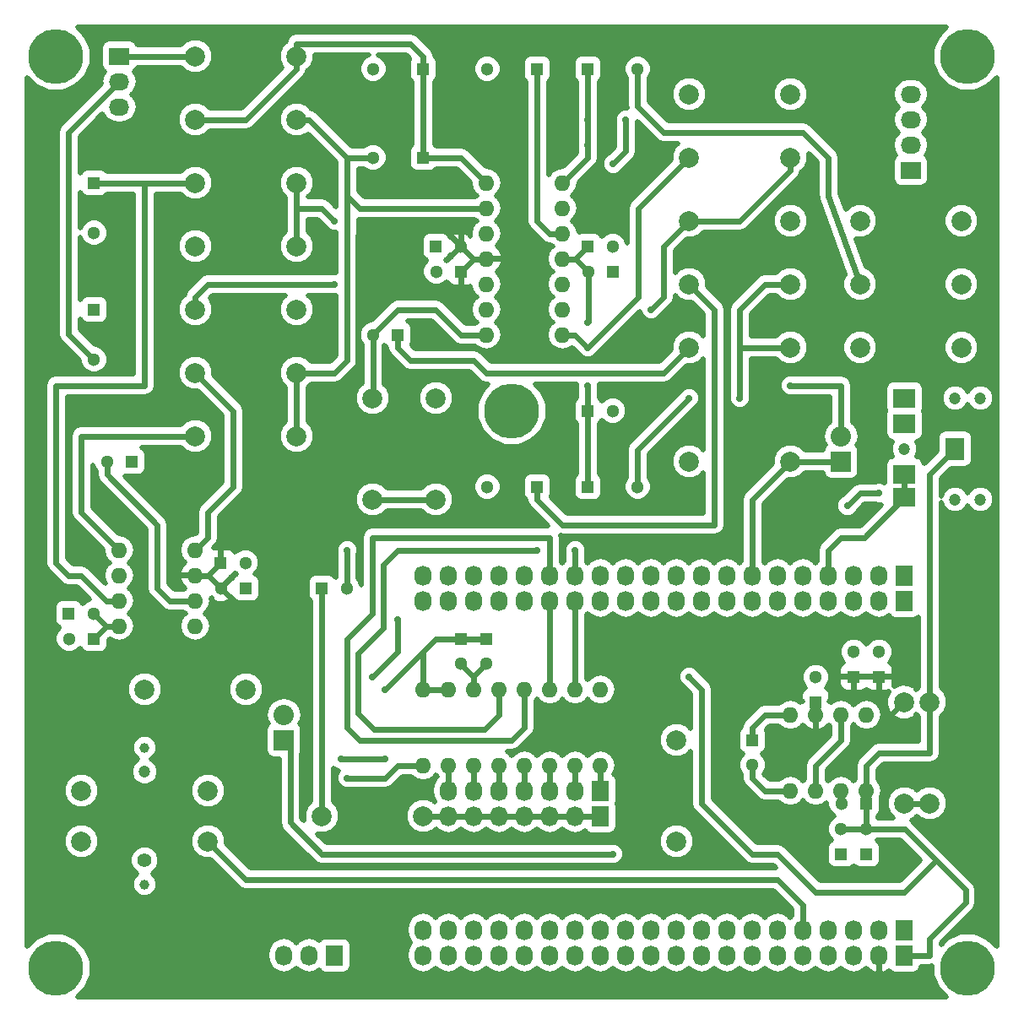
<source format=gbl>
G04 #@! TF.FileFunction,Copper,L2,Bot,Signal*
%FSLAX46Y46*%
G04 Gerber Fmt 4.6, Leading zero omitted, Abs format (unit mm)*
G04 Created by KiCad (PCBNEW 4.0.2-stable) date 2016 November 09, Wednesday 22:03:53*
%MOMM*%
G01*
G04 APERTURE LIST*
%ADD10C,0.100000*%
%ADD11C,1.200000*%
%ADD12C,2.000000*%
%ADD13C,1.000000*%
%ADD14C,1.400000*%
%ADD15R,1.900000X2.300000*%
%ADD16R,2.300000X1.900000*%
%ADD17C,1.998980*%
%ADD18R,1.300000X1.300000*%
%ADD19C,1.300000*%
%ADD20O,1.600000X1.600000*%
%ADD21R,1.727200X2.032000*%
%ADD22O,1.727200X2.032000*%
%ADD23R,2.032000X1.727200*%
%ADD24O,2.032000X1.727200*%
%ADD25R,2.032000X2.032000*%
%ADD26O,2.032000X2.032000*%
%ADD27C,5.500000*%
%ADD28C,0.700000*%
%ADD29C,0.600000*%
%ADD30C,0.550000*%
G04 APERTURE END LIST*
D10*
D11*
X12700000Y-75565000D03*
D12*
X19050000Y-82550000D03*
X6350000Y-82550000D03*
X19050000Y-77470000D03*
X6350000Y-77470000D03*
D13*
X12700000Y-73152000D03*
X12700000Y-86868000D03*
D14*
X12700000Y-84455000D03*
D11*
X93980000Y-48260000D03*
X96520000Y-48260000D03*
X96520000Y-38100000D03*
X88900000Y-43180000D03*
X93980000Y-38100000D03*
D15*
X93980000Y-43180000D03*
D16*
X88900000Y-40640000D03*
X88900000Y-38100000D03*
X88900000Y-45720000D03*
X88900000Y-48059340D03*
D17*
X12700000Y-67310000D03*
X22860000Y-67310000D03*
X77470000Y-44450000D03*
X67310000Y-44450000D03*
D18*
X85090000Y-83820000D03*
D19*
X85090000Y-81320000D03*
D18*
X86360000Y-66040000D03*
D19*
X86360000Y-63540000D03*
D18*
X83820000Y-66040000D03*
D19*
X83820000Y-63540000D03*
D18*
X82550000Y-83820000D03*
D19*
X82550000Y-81320000D03*
D18*
X73660000Y-72390000D03*
D19*
X73660000Y-74890000D03*
D18*
X80010000Y-68580000D03*
D19*
X80010000Y-66080000D03*
D18*
X85090000Y-78740000D03*
D19*
X82590000Y-78740000D03*
D17*
X88900000Y-68580000D03*
X88900000Y-78740000D03*
X91440000Y-78740000D03*
X91440000Y-68580000D03*
D18*
X44450000Y-62230000D03*
D19*
X44450000Y-64730000D03*
D18*
X46990000Y-62230000D03*
D19*
X46990000Y-64730000D03*
D17*
X30480000Y-80010000D03*
X40640000Y-80010000D03*
D18*
X30480000Y-57150000D03*
D19*
X32980000Y-57150000D03*
D17*
X84455000Y-20320000D03*
X94615000Y-20320000D03*
X77470000Y-7620000D03*
X67310000Y-7620000D03*
D18*
X57150000Y-5080000D03*
D19*
X62150000Y-5080000D03*
D18*
X52070000Y-5080000D03*
D19*
X47070000Y-5080000D03*
D17*
X84455000Y-26670000D03*
X94615000Y-26670000D03*
X94615000Y-33020000D03*
X84455000Y-33020000D03*
D18*
X57150000Y-39370000D03*
D19*
X59650000Y-39370000D03*
D17*
X67310000Y-13970000D03*
X77470000Y-13970000D03*
D18*
X52070000Y-46990000D03*
D19*
X47070000Y-46990000D03*
D18*
X57150000Y-46990000D03*
D19*
X62150000Y-46990000D03*
D17*
X67310000Y-26670000D03*
X77470000Y-26670000D03*
X77470000Y-33020000D03*
X67310000Y-33020000D03*
D18*
X38100000Y-31750000D03*
D19*
X35600000Y-31750000D03*
D17*
X35560000Y-38100000D03*
X35560000Y-48260000D03*
X67310000Y-20320000D03*
X77470000Y-20320000D03*
X41910000Y-48260000D03*
X41910000Y-38100000D03*
X17780000Y-29210000D03*
X27940000Y-29210000D03*
D18*
X11430000Y-44450000D03*
D19*
X8930000Y-44450000D03*
D18*
X44450000Y-25400000D03*
D19*
X41950000Y-25400000D03*
D18*
X41910000Y-22860000D03*
D19*
X44410000Y-22860000D03*
D18*
X59690000Y-25400000D03*
D19*
X57190000Y-25400000D03*
D18*
X57150000Y-22860000D03*
D19*
X59650000Y-22860000D03*
D17*
X17780000Y-35560000D03*
X27940000Y-35560000D03*
X27940000Y-41910000D03*
X17780000Y-41910000D03*
D18*
X20320000Y-54610000D03*
D19*
X22820000Y-54610000D03*
D18*
X22860000Y-57150000D03*
D19*
X20360000Y-57150000D03*
D18*
X7620000Y-62230000D03*
D19*
X5120000Y-62230000D03*
D18*
X5080000Y-59690000D03*
D19*
X7580000Y-59690000D03*
D20*
X10160000Y-53340000D03*
X10160000Y-55880000D03*
X10160000Y-58420000D03*
X10160000Y-60960000D03*
X17780000Y-60960000D03*
X17780000Y-58420000D03*
X17780000Y-55880000D03*
X17780000Y-53340000D03*
D17*
X17780000Y-16510000D03*
X27940000Y-16510000D03*
X17780000Y-22860000D03*
X27940000Y-22860000D03*
D18*
X7620000Y-16510000D03*
D19*
X7620000Y-21510000D03*
D18*
X7620000Y-29210000D03*
D19*
X7620000Y-34210000D03*
D18*
X40640000Y-5080000D03*
D19*
X35640000Y-5080000D03*
D18*
X40640000Y-13970000D03*
D19*
X35640000Y-13970000D03*
D20*
X46990000Y-16510000D03*
X46990000Y-19050000D03*
X46990000Y-21590000D03*
X46990000Y-24130000D03*
X46990000Y-26670000D03*
X46990000Y-29210000D03*
X46990000Y-31750000D03*
X54610000Y-31750000D03*
X54610000Y-29210000D03*
X54610000Y-26670000D03*
X54610000Y-24130000D03*
X54610000Y-21590000D03*
X54610000Y-19050000D03*
X54610000Y-16510000D03*
X77470000Y-77470000D03*
X80010000Y-77470000D03*
X82550000Y-77470000D03*
X85090000Y-77470000D03*
X85090000Y-69850000D03*
X82550000Y-69850000D03*
X80010000Y-69850000D03*
X77470000Y-69850000D03*
D21*
X31750000Y-93980000D03*
D22*
X29210000Y-93980000D03*
X26670000Y-93980000D03*
D21*
X88900000Y-55880000D03*
D22*
X86360000Y-55880000D03*
X83820000Y-55880000D03*
X81280000Y-55880000D03*
X78740000Y-55880000D03*
X76200000Y-55880000D03*
X73660000Y-55880000D03*
X71120000Y-55880000D03*
X68580000Y-55880000D03*
X66040000Y-55880000D03*
X63500000Y-55880000D03*
X60960000Y-55880000D03*
X58420000Y-55880000D03*
X55880000Y-55880000D03*
X53340000Y-55880000D03*
X50800000Y-55880000D03*
X48260000Y-55880000D03*
X45720000Y-55880000D03*
X43180000Y-55880000D03*
X40640000Y-55880000D03*
D21*
X88900000Y-58420000D03*
D22*
X86360000Y-58420000D03*
X83820000Y-58420000D03*
X81280000Y-58420000D03*
X78740000Y-58420000D03*
X76200000Y-58420000D03*
X73660000Y-58420000D03*
X71120000Y-58420000D03*
X68580000Y-58420000D03*
X66040000Y-58420000D03*
X63500000Y-58420000D03*
X60960000Y-58420000D03*
X58420000Y-58420000D03*
X55880000Y-58420000D03*
X53340000Y-58420000D03*
X50800000Y-58420000D03*
X48260000Y-58420000D03*
X45720000Y-58420000D03*
X43180000Y-58420000D03*
X40640000Y-58420000D03*
D20*
X40640000Y-74930000D03*
X43180000Y-74930000D03*
X45720000Y-74930000D03*
X48260000Y-74930000D03*
X50800000Y-74930000D03*
X53340000Y-74930000D03*
X55880000Y-74930000D03*
X58420000Y-74930000D03*
X58420000Y-67310000D03*
X55880000Y-67310000D03*
X53340000Y-67310000D03*
X50800000Y-67310000D03*
X48260000Y-67310000D03*
X45720000Y-67310000D03*
X43180000Y-67310000D03*
X40640000Y-67310000D03*
D21*
X58420000Y-77470000D03*
D22*
X55880000Y-77470000D03*
X53340000Y-77470000D03*
X50800000Y-77470000D03*
X48260000Y-77470000D03*
X45720000Y-77470000D03*
X43180000Y-77470000D03*
D21*
X58420000Y-80010000D03*
D22*
X55880000Y-80010000D03*
X53340000Y-80010000D03*
X50800000Y-80010000D03*
X48260000Y-80010000D03*
X45720000Y-80010000D03*
X43180000Y-80010000D03*
D21*
X88900000Y-91440000D03*
D22*
X86360000Y-91440000D03*
X83820000Y-91440000D03*
X81280000Y-91440000D03*
X78740000Y-91440000D03*
X76200000Y-91440000D03*
X73660000Y-91440000D03*
X71120000Y-91440000D03*
X68580000Y-91440000D03*
X66040000Y-91440000D03*
X63500000Y-91440000D03*
X60960000Y-91440000D03*
X58420000Y-91440000D03*
X55880000Y-91440000D03*
X53340000Y-91440000D03*
X50800000Y-91440000D03*
X48260000Y-91440000D03*
X45720000Y-91440000D03*
X43180000Y-91440000D03*
X40640000Y-91440000D03*
D21*
X88900000Y-93980000D03*
D22*
X86360000Y-93980000D03*
X83820000Y-93980000D03*
X81280000Y-93980000D03*
X78740000Y-93980000D03*
X76200000Y-93980000D03*
X73660000Y-93980000D03*
X71120000Y-93980000D03*
X68580000Y-93980000D03*
X66040000Y-93980000D03*
X63500000Y-93980000D03*
X60960000Y-93980000D03*
X58420000Y-93980000D03*
X55880000Y-93980000D03*
X53340000Y-93980000D03*
X50800000Y-93980000D03*
X48260000Y-93980000D03*
X45720000Y-93980000D03*
X43180000Y-93980000D03*
X40640000Y-93980000D03*
D23*
X10160000Y-3810000D03*
D24*
X10160000Y-6350000D03*
X10160000Y-8890000D03*
D17*
X17780000Y-10160000D03*
X27940000Y-10160000D03*
X27940000Y-3810000D03*
X17780000Y-3810000D03*
D25*
X82550000Y-44450000D03*
D26*
X82550000Y-41910000D03*
D17*
X66040000Y-72390000D03*
X66040000Y-82550000D03*
D25*
X26670000Y-72390000D03*
D26*
X26670000Y-69850000D03*
D23*
X89535000Y-15240000D03*
D24*
X89535000Y-12700000D03*
X89535000Y-10160000D03*
X89535000Y-7620000D03*
D27*
X49530000Y-39370000D03*
X95250000Y-95250000D03*
X95250000Y-3810000D03*
X3810000Y-95250000D03*
X3810000Y-3810000D03*
D28*
X32385000Y-74295000D03*
X36830000Y-74295000D03*
X67310000Y-66040000D03*
X77470000Y-36830000D03*
X57150000Y-30480000D03*
X31750000Y-20320000D03*
X31750000Y-26670000D03*
X57150000Y-36830000D03*
X57150000Y-33020000D03*
X72390000Y-38100000D03*
X67310000Y-38100000D03*
X36830000Y-67310000D03*
X57150000Y-12700000D03*
X57150000Y-10160000D03*
X33020000Y-53340000D03*
X83185000Y-48895000D03*
X86360000Y-47625000D03*
X59690000Y-83820000D03*
X52070000Y-53340000D03*
X55880000Y-53340000D03*
X35560000Y-66040000D03*
X38100000Y-60325000D03*
X63500000Y-29210000D03*
X59690000Y-14605000D03*
X60960000Y-10160000D03*
X33020000Y-76200000D03*
D29*
X10160000Y-6350000D02*
X5080000Y-11430000D01*
X5080000Y-31670000D02*
X7620000Y-34210000D01*
X5080000Y-11430000D02*
X5080000Y-31670000D01*
X12700000Y-16510000D02*
X12700000Y-36830000D01*
X8890000Y-58420000D02*
X10160000Y-58420000D01*
X6350000Y-55880000D02*
X8890000Y-58420000D01*
X5080000Y-55880000D02*
X6350000Y-55880000D01*
X3810000Y-54610000D02*
X5080000Y-55880000D01*
X3810000Y-36830000D02*
X3810000Y-54610000D01*
X8890000Y-36830000D02*
X3810000Y-36830000D01*
X12700000Y-36830000D02*
X8890000Y-36830000D01*
X7620000Y-16510000D02*
X12700000Y-16510000D01*
X12700000Y-16510000D02*
X17780000Y-16510000D01*
X40640000Y-13970000D02*
X44450000Y-13970000D01*
X44450000Y-13970000D02*
X46990000Y-16510000D01*
X40640000Y-5080000D02*
X40640000Y-13970000D01*
X27940000Y-3810000D02*
X27940000Y-2540000D01*
X40640000Y-3810000D02*
X40640000Y-5080000D01*
X39370000Y-2540000D02*
X40640000Y-3810000D01*
X27940000Y-2540000D02*
X39370000Y-2540000D01*
X27940000Y-3810000D02*
X27940000Y-5080000D01*
X22860000Y-10160000D02*
X17780000Y-10160000D01*
X27940000Y-5080000D02*
X22860000Y-10160000D01*
X10160000Y-3810000D02*
X17780000Y-3810000D01*
X33020000Y-13970000D02*
X35640000Y-13970000D01*
X27940000Y-35560000D02*
X27940000Y-41910000D01*
X33020000Y-17780000D02*
X33020000Y-34290000D01*
X31750000Y-35560000D02*
X27940000Y-35560000D01*
X33020000Y-34290000D02*
X31750000Y-35560000D01*
X27940000Y-10160000D02*
X29210000Y-10160000D01*
X34290000Y-19050000D02*
X46990000Y-19050000D01*
X33020000Y-17780000D02*
X34290000Y-19050000D01*
X33020000Y-13970000D02*
X33020000Y-17780000D01*
X29210000Y-10160000D02*
X33020000Y-13970000D01*
X36830000Y-74295000D02*
X32385000Y-74295000D01*
X88900000Y-87630000D02*
X92075000Y-84455000D01*
X80010000Y-87630000D02*
X88900000Y-87630000D01*
X76200000Y-83820000D02*
X80010000Y-87630000D01*
X73660000Y-83820000D02*
X76200000Y-83820000D01*
X68580000Y-78740000D02*
X73660000Y-83820000D01*
X68580000Y-67310000D02*
X68580000Y-78740000D01*
X67310000Y-66040000D02*
X68580000Y-67310000D01*
X93980000Y-43180000D02*
X91440000Y-45720000D01*
X91440000Y-45720000D02*
X91440000Y-68580000D01*
X57190000Y-25400000D02*
X57190000Y-30440000D01*
X77470000Y-36830000D02*
X82550000Y-36830000D01*
X57190000Y-30440000D02*
X57150000Y-30480000D01*
X82550000Y-41910000D02*
X82550000Y-36830000D01*
X45720000Y-66040000D02*
X45720000Y-66000000D01*
X57190000Y-25400000D02*
X57190000Y-25440000D01*
X85090000Y-77470000D02*
X85090000Y-74930000D01*
X85090000Y-74930000D02*
X86360000Y-73660000D01*
X86360000Y-73660000D02*
X91440000Y-73660000D01*
X91440000Y-73660000D02*
X91440000Y-68580000D01*
X45720000Y-66000000D02*
X46990000Y-64730000D01*
X44450000Y-64730000D02*
X44450000Y-64770000D01*
X44450000Y-64770000D02*
X45720000Y-66040000D01*
X45720000Y-66040000D02*
X45720000Y-67310000D01*
X85090000Y-81320000D02*
X88940000Y-81320000D01*
X88940000Y-81320000D02*
X92075000Y-84455000D01*
X92075000Y-84455000D02*
X95049340Y-87429340D01*
X91440000Y-93980000D02*
X88900000Y-93980000D01*
X91440000Y-92308680D02*
X91440000Y-93980000D01*
X95049340Y-88699340D02*
X91440000Y-92308680D01*
X95049340Y-87429340D02*
X95049340Y-88699340D01*
X82550000Y-81320000D02*
X85090000Y-81320000D01*
X85090000Y-78740000D02*
X85090000Y-81320000D01*
X85090000Y-77470000D02*
X85090000Y-78740000D01*
X55880000Y-24130000D02*
X55920000Y-24130000D01*
X55920000Y-24130000D02*
X57190000Y-25400000D01*
X54610000Y-24130000D02*
X55880000Y-24130000D01*
X55880000Y-24130000D02*
X57150000Y-22860000D01*
X8890000Y-60960000D02*
X7620000Y-62230000D01*
X7580000Y-59690000D02*
X7620000Y-59690000D01*
X7620000Y-59690000D02*
X8890000Y-60960000D01*
X8890000Y-60960000D02*
X10160000Y-60960000D01*
X82550000Y-69850000D02*
X82550000Y-72390000D01*
X80010000Y-74930000D02*
X80010000Y-77470000D01*
X82550000Y-72390000D02*
X80010000Y-74930000D01*
X27940000Y-19050000D02*
X30480000Y-19050000D01*
X30480000Y-19050000D02*
X31750000Y-20320000D01*
X27940000Y-16510000D02*
X27940000Y-19050000D01*
X27940000Y-19050000D02*
X27940000Y-22860000D01*
X44410000Y-22860000D02*
X44410000Y-21550000D01*
X20320000Y-52070000D02*
X20320000Y-54610000D01*
X22860000Y-49530000D02*
X20320000Y-52070000D01*
X26670000Y-49530000D02*
X22860000Y-49530000D01*
X30480000Y-45720000D02*
X26670000Y-49530000D01*
X30480000Y-39030004D02*
X30480000Y-45720000D01*
X34120002Y-35390002D02*
X30480000Y-39030004D01*
X34120002Y-21759998D02*
X34120002Y-35390002D01*
X35560000Y-20320000D02*
X34120002Y-21759998D01*
X43180000Y-20320000D02*
X35560000Y-20320000D01*
X44410000Y-21550000D02*
X43180000Y-20320000D01*
X44450000Y-25400000D02*
X45720000Y-24130000D01*
X44410000Y-22860000D02*
X44450000Y-22860000D01*
X44450000Y-22860000D02*
X45720000Y-24130000D01*
X45720000Y-24130000D02*
X46990000Y-24130000D01*
X19050000Y-55880000D02*
X19090000Y-55880000D01*
X19090000Y-55880000D02*
X20360000Y-57150000D01*
X17780000Y-55880000D02*
X19050000Y-55880000D01*
X19050000Y-55880000D02*
X20320000Y-54610000D01*
X17780000Y-29210000D02*
X17780000Y-27940000D01*
X17780000Y-27940000D02*
X19050000Y-26670000D01*
X19050000Y-26670000D02*
X31750000Y-26670000D01*
X8930000Y-44450000D02*
X8930000Y-45760000D01*
X15240000Y-58420000D02*
X17780000Y-58420000D01*
X13970000Y-57150000D02*
X15240000Y-58420000D01*
X13970000Y-50800000D02*
X13970000Y-57150000D01*
X8930000Y-45760000D02*
X13970000Y-50800000D01*
X64770000Y-35560000D02*
X67310000Y-33020000D01*
X46990000Y-35560000D02*
X64770000Y-35560000D01*
X45720000Y-34290000D02*
X46990000Y-35560000D01*
X39370000Y-34290000D02*
X45720000Y-34290000D01*
X38100000Y-33020000D02*
X39370000Y-34290000D01*
X38100000Y-31750000D02*
X38100000Y-33020000D01*
X35600000Y-31750000D02*
X35600000Y-31710000D01*
X35600000Y-31710000D02*
X38100000Y-29210000D01*
X44450000Y-31750000D02*
X46990000Y-31750000D01*
X41910000Y-29210000D02*
X44450000Y-31750000D01*
X38100000Y-29210000D02*
X41910000Y-29210000D01*
X35600000Y-31750000D02*
X35600000Y-38060000D01*
X35600000Y-38060000D02*
X35560000Y-38100000D01*
X67310000Y-26670000D02*
X69850000Y-29210000D01*
X52070000Y-48260000D02*
X52070000Y-46990000D01*
X54610000Y-50800000D02*
X52070000Y-48260000D01*
X69850000Y-50800000D02*
X54610000Y-50800000D01*
X69850000Y-29210000D02*
X69850000Y-50800000D01*
X57150000Y-33020000D02*
X58420000Y-31750000D01*
X58420000Y-31750000D02*
X62230000Y-27940000D01*
X62230000Y-27940000D02*
X62230000Y-19050000D01*
X62230000Y-19050000D02*
X67310000Y-13970000D01*
X54610000Y-31750000D02*
X55880000Y-31750000D01*
X57150000Y-36830000D02*
X57150000Y-39370000D01*
X55880000Y-31750000D02*
X57150000Y-33020000D01*
X57150000Y-46990000D02*
X57150000Y-39370000D01*
X72390000Y-33020000D02*
X77470000Y-33020000D01*
X62150000Y-46990000D02*
X62150000Y-43260000D01*
X74930000Y-26670000D02*
X77470000Y-26670000D01*
X72390000Y-29210000D02*
X74930000Y-26670000D01*
X72390000Y-38100000D02*
X72390000Y-33020000D01*
X72390000Y-33020000D02*
X72390000Y-29210000D01*
X62150000Y-43260000D02*
X67310000Y-38100000D01*
X52070000Y-5080000D02*
X52070000Y-20320000D01*
X53340000Y-21590000D02*
X54610000Y-21590000D01*
X52070000Y-20320000D02*
X53340000Y-21590000D01*
X40640000Y-63500000D02*
X36830000Y-67310000D01*
X44450000Y-62230000D02*
X41910000Y-62230000D01*
X40640000Y-63500000D02*
X40640000Y-67310000D01*
X41910000Y-62230000D02*
X40640000Y-63500000D01*
X40640000Y-67310000D02*
X43180000Y-67310000D01*
X44450000Y-62230000D02*
X46990000Y-62230000D01*
X32980000Y-57150000D02*
X32980000Y-53380000D01*
X32980000Y-53380000D02*
X33020000Y-53340000D01*
X57150000Y-5080000D02*
X57150000Y-8890000D01*
X57150000Y-8890000D02*
X57150000Y-10160000D01*
X57150000Y-10160000D02*
X57150000Y-12700000D01*
X57150000Y-12700000D02*
X57150000Y-13970000D01*
X57150000Y-13970000D02*
X54610000Y-16510000D01*
X62150000Y-5080000D02*
X62150000Y-8810000D01*
X81280000Y-17780000D02*
X84455000Y-26670000D01*
X81280000Y-13970000D02*
X81280000Y-17780000D01*
X78740000Y-11430000D02*
X81280000Y-13970000D01*
X64770000Y-11430000D02*
X78740000Y-11430000D01*
X62150000Y-8810000D02*
X64770000Y-11430000D01*
X30480000Y-57150000D02*
X30480000Y-80010000D01*
X88900000Y-78740000D02*
X91440000Y-78740000D01*
X82590000Y-78740000D02*
X82590000Y-77510000D01*
X82590000Y-77510000D02*
X82550000Y-77470000D01*
X73660000Y-72390000D02*
X73660000Y-71120000D01*
X74930000Y-69850000D02*
X77470000Y-69850000D01*
X73660000Y-71120000D02*
X74930000Y-69850000D01*
X73660000Y-74890000D02*
X73660000Y-76200000D01*
X74930000Y-77470000D02*
X77470000Y-77470000D01*
X73660000Y-76200000D02*
X74930000Y-77470000D01*
X88900000Y-45720000D02*
X88900000Y-48059340D01*
X88900000Y-48059340D02*
X84889340Y-52070000D01*
X84889340Y-52070000D02*
X82550000Y-52070000D01*
X82550000Y-52070000D02*
X81280000Y-53340000D01*
X81280000Y-53340000D02*
X81280000Y-55880000D01*
X58420000Y-74930000D02*
X58420000Y-77470000D01*
X55880000Y-74930000D02*
X55880000Y-77470000D01*
X53340000Y-74930000D02*
X53340000Y-77470000D01*
X50800000Y-74930000D02*
X50800000Y-77470000D01*
X48260000Y-74930000D02*
X48260000Y-77470000D01*
X45720000Y-74930000D02*
X45720000Y-77470000D01*
X43180000Y-74930000D02*
X43180000Y-77470000D01*
X19050000Y-82550000D02*
X22860000Y-86360000D01*
X22860000Y-86360000D02*
X76200000Y-86360000D01*
X78740000Y-88900000D02*
X78740000Y-91440000D01*
X76200000Y-86360000D02*
X78740000Y-88900000D01*
X55880000Y-67310000D02*
X55880000Y-58420000D01*
X53340000Y-67310000D02*
X53340000Y-58420000D01*
X82550000Y-44450000D02*
X77470000Y-44450000D01*
X77470000Y-44450000D02*
X73660000Y-48260000D01*
X73660000Y-48260000D02*
X73660000Y-55880000D01*
X83185000Y-48895000D02*
X84455000Y-47625000D01*
X84455000Y-47625000D02*
X86360000Y-47625000D01*
X27305000Y-80645000D02*
X27305000Y-73025000D01*
X30480000Y-83820000D02*
X27305000Y-80645000D01*
X41275000Y-83820000D02*
X30480000Y-83820000D01*
X59690000Y-83820000D02*
X41275000Y-83820000D01*
X27305000Y-73025000D02*
X26670000Y-72390000D01*
X48260000Y-67310000D02*
X48260000Y-69850000D01*
X48260000Y-69850000D02*
X46820002Y-71289998D01*
X46820002Y-71289998D02*
X35729998Y-71289998D01*
X35729998Y-71289998D02*
X34120002Y-69680002D01*
X34120002Y-69680002D02*
X34120002Y-63669998D01*
X34120002Y-63669998D02*
X36660002Y-61129998D01*
X36660002Y-61129998D02*
X36660002Y-54779998D01*
X36660002Y-54779998D02*
X38100000Y-53340000D01*
X38100000Y-53340000D02*
X52070000Y-53340000D01*
X55880000Y-53340000D02*
X55880000Y-55880000D01*
X50800000Y-67310000D02*
X50800000Y-71120000D01*
X50800000Y-71120000D02*
X49530000Y-72390000D01*
X49530000Y-72390000D02*
X34290000Y-72390000D01*
X34290000Y-72390000D02*
X33020000Y-71120000D01*
X33020000Y-71120000D02*
X33020000Y-62230000D01*
X33020000Y-62230000D02*
X35560000Y-59690000D01*
X35560000Y-59690000D02*
X35560000Y-52070000D01*
X35560000Y-52070000D02*
X53340000Y-52070000D01*
X53340000Y-52070000D02*
X53340000Y-55880000D01*
X38100000Y-63500000D02*
X35560000Y-66040000D01*
X38100000Y-60325000D02*
X38100000Y-63500000D01*
X17780000Y-35560000D02*
X21590000Y-39370000D01*
X19050000Y-52070000D02*
X17780000Y-53340000D01*
X19050000Y-49530000D02*
X19050000Y-52070000D01*
X21590000Y-46990000D02*
X19050000Y-49530000D01*
X21590000Y-39370000D02*
X21590000Y-46990000D01*
X10160000Y-53340000D02*
X6350000Y-49530000D01*
X6350000Y-41910000D02*
X17780000Y-41910000D01*
X6350000Y-49530000D02*
X6350000Y-41910000D01*
X35560000Y-48260000D02*
X41910000Y-48260000D01*
X64770000Y-22860000D02*
X67310000Y-20320000D01*
X64770000Y-27940000D02*
X64770000Y-22860000D01*
X63500000Y-29210000D02*
X64770000Y-27940000D01*
X67310000Y-20320000D02*
X72390000Y-20320000D01*
X77470000Y-15240000D02*
X77470000Y-13970000D01*
X72390000Y-20320000D02*
X77470000Y-15240000D01*
X59690000Y-14605000D02*
X60960000Y-13335000D01*
X60960000Y-13335000D02*
X60960000Y-10160000D01*
X40640000Y-74930000D02*
X38100000Y-74930000D01*
X36830000Y-76200000D02*
X33020000Y-76200000D01*
X38100000Y-74930000D02*
X36830000Y-76200000D01*
X50800000Y-80010000D02*
X53340000Y-80010000D01*
X53340000Y-80010000D02*
X55880000Y-80010000D01*
X55880000Y-80010000D02*
X58420000Y-80010000D01*
X48260000Y-80010000D02*
X50800000Y-80010000D01*
X45720000Y-80010000D02*
X48260000Y-80010000D01*
X43180000Y-80010000D02*
X45720000Y-80010000D01*
X40640000Y-80010000D02*
X43180000Y-80010000D01*
D30*
G36*
X92221030Y-1782281D02*
X91675622Y-3095769D01*
X91674381Y-4517992D01*
X92217496Y-5832429D01*
X93222281Y-6838970D01*
X94535769Y-7384378D01*
X95957992Y-7385619D01*
X97272429Y-6842504D01*
X98150000Y-5966464D01*
X98150000Y-93094836D01*
X97277719Y-92221030D01*
X95964231Y-91675622D01*
X94542008Y-91674381D01*
X93227571Y-92217496D01*
X92565000Y-92878911D01*
X92565000Y-92774670D01*
X95844835Y-89494835D01*
X96088705Y-89129858D01*
X96174340Y-88699340D01*
X96174340Y-87429340D01*
X96088704Y-86998821D01*
X95844835Y-86633845D01*
X89735495Y-80524505D01*
X89677226Y-80485571D01*
X89591581Y-80428345D01*
X89932140Y-80287629D01*
X90169965Y-80050219D01*
X90405160Y-80285826D01*
X91075494Y-80564173D01*
X91801321Y-80564806D01*
X92472140Y-80287629D01*
X92985826Y-79774840D01*
X93264173Y-79104506D01*
X93264806Y-78378679D01*
X92987629Y-77707860D01*
X92474840Y-77194174D01*
X91804506Y-76915827D01*
X91078679Y-76915194D01*
X90407860Y-77192371D01*
X90170035Y-77429781D01*
X89934840Y-77194174D01*
X89264506Y-76915827D01*
X88538679Y-76915194D01*
X87867860Y-77192371D01*
X87354174Y-77705160D01*
X87075827Y-78375494D01*
X87075194Y-79101321D01*
X87352371Y-79772140D01*
X87774493Y-80195000D01*
X86215000Y-80195000D01*
X86215000Y-80064711D01*
X86326518Y-79992951D01*
X86514890Y-79717259D01*
X86581162Y-79390000D01*
X86581162Y-78138876D01*
X86591304Y-78123697D01*
X86715000Y-77501836D01*
X86715000Y-77438164D01*
X86591304Y-76816303D01*
X86239049Y-76289115D01*
X86215000Y-76273046D01*
X86215000Y-75395990D01*
X86825990Y-74785000D01*
X91440000Y-74785000D01*
X91870519Y-74699364D01*
X92235495Y-74455495D01*
X92479364Y-74090519D01*
X92565000Y-73660000D01*
X92565000Y-70034931D01*
X92985826Y-69614840D01*
X93264173Y-68944506D01*
X93264806Y-68218679D01*
X92987629Y-67547860D01*
X92565000Y-67124492D01*
X92565000Y-48567003D01*
X92771240Y-49066143D01*
X93171749Y-49467351D01*
X93695307Y-49684752D01*
X94262206Y-49685246D01*
X94786143Y-49468760D01*
X95187351Y-49068251D01*
X95249885Y-48917653D01*
X95311240Y-49066143D01*
X95711749Y-49467351D01*
X96235307Y-49684752D01*
X96802206Y-49685246D01*
X97326143Y-49468760D01*
X97727351Y-49068251D01*
X97944752Y-48544693D01*
X97945246Y-47977794D01*
X97728760Y-47453857D01*
X97328251Y-47052649D01*
X96804693Y-46835248D01*
X96237794Y-46834754D01*
X95713857Y-47051240D01*
X95312649Y-47451749D01*
X95250115Y-47602347D01*
X95188760Y-47453857D01*
X94788251Y-47052649D01*
X94264693Y-46835248D01*
X93697794Y-46834754D01*
X93173857Y-47051240D01*
X92772649Y-47451749D01*
X92565000Y-47951822D01*
X92565000Y-46185990D01*
X93579828Y-45171162D01*
X94930000Y-45171162D01*
X95235727Y-45113636D01*
X95516518Y-44932951D01*
X95704890Y-44657259D01*
X95771162Y-44330000D01*
X95771162Y-42030000D01*
X95713636Y-41724273D01*
X95532951Y-41443482D01*
X95257259Y-41255110D01*
X94930000Y-41188838D01*
X93030000Y-41188838D01*
X92724273Y-41246364D01*
X92443482Y-41427049D01*
X92255110Y-41702741D01*
X92188838Y-42030000D01*
X92188838Y-43380172D01*
X90876568Y-44692442D01*
X90833636Y-44464273D01*
X90652951Y-44183482D01*
X90377259Y-43995110D01*
X90125659Y-43944160D01*
X90324752Y-43464693D01*
X90325246Y-42897794D01*
X90126491Y-42416769D01*
X90355727Y-42373636D01*
X90636518Y-42192951D01*
X90824890Y-41917259D01*
X90891162Y-41590000D01*
X90891162Y-39690000D01*
X90833636Y-39384273D01*
X90825903Y-39372256D01*
X90891162Y-39050000D01*
X90891162Y-38382206D01*
X92554754Y-38382206D01*
X92771240Y-38906143D01*
X93171749Y-39307351D01*
X93695307Y-39524752D01*
X94262206Y-39525246D01*
X94786143Y-39308760D01*
X95187351Y-38908251D01*
X95249885Y-38757653D01*
X95311240Y-38906143D01*
X95711749Y-39307351D01*
X96235307Y-39524752D01*
X96802206Y-39525246D01*
X97326143Y-39308760D01*
X97727351Y-38908251D01*
X97944752Y-38384693D01*
X97945246Y-37817794D01*
X97728760Y-37293857D01*
X97328251Y-36892649D01*
X96804693Y-36675248D01*
X96237794Y-36674754D01*
X95713857Y-36891240D01*
X95312649Y-37291749D01*
X95250115Y-37442347D01*
X95188760Y-37293857D01*
X94788251Y-36892649D01*
X94264693Y-36675248D01*
X93697794Y-36674754D01*
X93173857Y-36891240D01*
X92772649Y-37291749D01*
X92555248Y-37815307D01*
X92554754Y-38382206D01*
X90891162Y-38382206D01*
X90891162Y-37150000D01*
X90833636Y-36844273D01*
X90652951Y-36563482D01*
X90377259Y-36375110D01*
X90050000Y-36308838D01*
X87750000Y-36308838D01*
X87444273Y-36366364D01*
X87163482Y-36547049D01*
X86975110Y-36822741D01*
X86908838Y-37150000D01*
X86908838Y-39050000D01*
X86966364Y-39355727D01*
X86974097Y-39367744D01*
X86908838Y-39690000D01*
X86908838Y-41590000D01*
X86966364Y-41895727D01*
X87147049Y-42176518D01*
X87422741Y-42364890D01*
X87674341Y-42415840D01*
X87475248Y-42895307D01*
X87474754Y-43462206D01*
X87673509Y-43943231D01*
X87444273Y-43986364D01*
X87163482Y-44167049D01*
X86975110Y-44442741D01*
X86908838Y-44770000D01*
X86908838Y-46580626D01*
X86594747Y-46450204D01*
X86127303Y-46449796D01*
X86005800Y-46500000D01*
X84455000Y-46500000D01*
X84024481Y-46585636D01*
X83659505Y-46829505D01*
X82640295Y-47848715D01*
X82520285Y-47898302D01*
X82189464Y-48228547D01*
X82010204Y-48660253D01*
X82009796Y-49127697D01*
X82188302Y-49559715D01*
X82518547Y-49890536D01*
X82950253Y-50069796D01*
X83417697Y-50070204D01*
X83849715Y-49891698D01*
X84180536Y-49561453D01*
X84230952Y-49440038D01*
X84920990Y-48750000D01*
X86005331Y-48750000D01*
X86125253Y-48799796D01*
X86568167Y-48800183D01*
X84423350Y-50945000D01*
X82550000Y-50945000D01*
X82119481Y-51030636D01*
X81754505Y-51274505D01*
X80484505Y-52544505D01*
X80240636Y-52909481D01*
X80155000Y-53340000D01*
X80155000Y-54451394D01*
X80085979Y-54497512D01*
X80010000Y-54611223D01*
X79934021Y-54497512D01*
X79386199Y-54131470D01*
X78740000Y-54002933D01*
X78093801Y-54131470D01*
X77545979Y-54497512D01*
X77470000Y-54611223D01*
X77394021Y-54497512D01*
X76846199Y-54131470D01*
X76200000Y-54002933D01*
X75553801Y-54131470D01*
X75005979Y-54497512D01*
X74930000Y-54611223D01*
X74854021Y-54497512D01*
X74785000Y-54451394D01*
X74785000Y-48725990D01*
X77236703Y-46274287D01*
X77831321Y-46274806D01*
X78502140Y-45997629D01*
X78925508Y-45575000D01*
X80713348Y-45575000D01*
X80750364Y-45771727D01*
X80931049Y-46052518D01*
X81206741Y-46240890D01*
X81534000Y-46307162D01*
X83566000Y-46307162D01*
X83871727Y-46249636D01*
X84152518Y-46068951D01*
X84340890Y-45793259D01*
X84407162Y-45466000D01*
X84407162Y-43434000D01*
X84349636Y-43128273D01*
X84168951Y-42847482D01*
X84143080Y-42829805D01*
X84286929Y-42614520D01*
X84427067Y-41910000D01*
X84286929Y-41205480D01*
X83887851Y-40608216D01*
X83675000Y-40465994D01*
X83675000Y-36830000D01*
X83589364Y-36399481D01*
X83345495Y-36034505D01*
X82980519Y-35790636D01*
X82550000Y-35705000D01*
X77824669Y-35705000D01*
X77704747Y-35655204D01*
X77237303Y-35654796D01*
X76805285Y-35833302D01*
X76474464Y-36163547D01*
X76295204Y-36595253D01*
X76294796Y-37062697D01*
X76473302Y-37494715D01*
X76803547Y-37825536D01*
X77235253Y-38004796D01*
X77702697Y-38005204D01*
X77824200Y-37955000D01*
X81425000Y-37955000D01*
X81425000Y-40465994D01*
X81212149Y-40608216D01*
X80813071Y-41205480D01*
X80672933Y-41910000D01*
X80813071Y-42614520D01*
X80954663Y-42826428D01*
X80947482Y-42831049D01*
X80759110Y-43106741D01*
X80714911Y-43325000D01*
X78924931Y-43325000D01*
X78504840Y-42904174D01*
X77834506Y-42625827D01*
X77108679Y-42625194D01*
X76437860Y-42902371D01*
X75924174Y-43415160D01*
X75645827Y-44085494D01*
X75645305Y-44683705D01*
X72864505Y-47464505D01*
X72620636Y-47829481D01*
X72535000Y-48260000D01*
X72535000Y-54451394D01*
X72465979Y-54497512D01*
X72390000Y-54611223D01*
X72314021Y-54497512D01*
X71766199Y-54131470D01*
X71120000Y-54002933D01*
X70473801Y-54131470D01*
X69925979Y-54497512D01*
X69850000Y-54611223D01*
X69774021Y-54497512D01*
X69226199Y-54131470D01*
X68580000Y-54002933D01*
X67933801Y-54131470D01*
X67385979Y-54497512D01*
X67310000Y-54611223D01*
X67234021Y-54497512D01*
X66686199Y-54131470D01*
X66040000Y-54002933D01*
X65393801Y-54131470D01*
X64845979Y-54497512D01*
X64770000Y-54611223D01*
X64694021Y-54497512D01*
X64146199Y-54131470D01*
X63500000Y-54002933D01*
X62853801Y-54131470D01*
X62305979Y-54497512D01*
X62230000Y-54611223D01*
X62154021Y-54497512D01*
X61606199Y-54131470D01*
X60960000Y-54002933D01*
X60313801Y-54131470D01*
X59765979Y-54497512D01*
X59690000Y-54611223D01*
X59614021Y-54497512D01*
X59066199Y-54131470D01*
X58420000Y-54002933D01*
X57773801Y-54131470D01*
X57225979Y-54497512D01*
X57150000Y-54611223D01*
X57074021Y-54497512D01*
X57005000Y-54451394D01*
X57005000Y-53694669D01*
X57054796Y-53574747D01*
X57055204Y-53107303D01*
X56876698Y-52675285D01*
X56546453Y-52344464D01*
X56114747Y-52165204D01*
X55647303Y-52164796D01*
X55215285Y-52343302D01*
X54884464Y-52673547D01*
X54705204Y-53105253D01*
X54704796Y-53572697D01*
X54755000Y-53694200D01*
X54755000Y-54451394D01*
X54685979Y-54497512D01*
X54610000Y-54611223D01*
X54534021Y-54497512D01*
X54465000Y-54451394D01*
X54465000Y-52070000D01*
X54428996Y-51888996D01*
X54610000Y-51925000D01*
X69850000Y-51925000D01*
X70280519Y-51839364D01*
X70645495Y-51595495D01*
X70889364Y-51230519D01*
X70975000Y-50800000D01*
X70975000Y-38332697D01*
X71214796Y-38332697D01*
X71393302Y-38764715D01*
X71723547Y-39095536D01*
X72155253Y-39274796D01*
X72622697Y-39275204D01*
X73054715Y-39096698D01*
X73385536Y-38766453D01*
X73564796Y-38334747D01*
X73565204Y-37867303D01*
X73515000Y-37745800D01*
X73515000Y-34145000D01*
X76015069Y-34145000D01*
X76435160Y-34565826D01*
X77105494Y-34844173D01*
X77831321Y-34844806D01*
X78502140Y-34567629D01*
X79015826Y-34054840D01*
X79294173Y-33384506D01*
X79294175Y-33381321D01*
X82630194Y-33381321D01*
X82907371Y-34052140D01*
X83420160Y-34565826D01*
X84090494Y-34844173D01*
X84816321Y-34844806D01*
X85487140Y-34567629D01*
X86000826Y-34054840D01*
X86279173Y-33384506D01*
X86279175Y-33381321D01*
X92790194Y-33381321D01*
X93067371Y-34052140D01*
X93580160Y-34565826D01*
X94250494Y-34844173D01*
X94976321Y-34844806D01*
X95647140Y-34567629D01*
X96160826Y-34054840D01*
X96439173Y-33384506D01*
X96439806Y-32658679D01*
X96162629Y-31987860D01*
X95649840Y-31474174D01*
X94979506Y-31195827D01*
X94253679Y-31195194D01*
X93582860Y-31472371D01*
X93069174Y-31985160D01*
X92790827Y-32655494D01*
X92790194Y-33381321D01*
X86279175Y-33381321D01*
X86279806Y-32658679D01*
X86002629Y-31987860D01*
X85489840Y-31474174D01*
X84819506Y-31195827D01*
X84093679Y-31195194D01*
X83422860Y-31472371D01*
X82909174Y-31985160D01*
X82630827Y-32655494D01*
X82630194Y-33381321D01*
X79294175Y-33381321D01*
X79294806Y-32658679D01*
X79017629Y-31987860D01*
X78504840Y-31474174D01*
X77834506Y-31195827D01*
X77108679Y-31195194D01*
X76437860Y-31472371D01*
X76014492Y-31895000D01*
X73515000Y-31895000D01*
X73515000Y-29675990D01*
X75395990Y-27795000D01*
X76015069Y-27795000D01*
X76435160Y-28215826D01*
X77105494Y-28494173D01*
X77831321Y-28494806D01*
X78502140Y-28217629D01*
X79015826Y-27704840D01*
X79294173Y-27034506D01*
X79294806Y-26308679D01*
X79017629Y-25637860D01*
X78504840Y-25124174D01*
X77834506Y-24845827D01*
X77108679Y-24845194D01*
X76437860Y-25122371D01*
X76014492Y-25545000D01*
X74930000Y-25545000D01*
X74499481Y-25630636D01*
X74134505Y-25874505D01*
X71594505Y-28414505D01*
X71350636Y-28779481D01*
X71265000Y-29210000D01*
X71265000Y-37745331D01*
X71215204Y-37865253D01*
X71214796Y-38332697D01*
X70975000Y-38332697D01*
X70975000Y-29210000D01*
X70889364Y-28779481D01*
X70645495Y-28414505D01*
X69134287Y-26903297D01*
X69134806Y-26308679D01*
X68857629Y-25637860D01*
X68344840Y-25124174D01*
X67674506Y-24845827D01*
X66948679Y-24845194D01*
X66277860Y-25122371D01*
X65895000Y-25504562D01*
X65895000Y-23325990D01*
X67076703Y-22144287D01*
X67671321Y-22144806D01*
X68342140Y-21867629D01*
X68765508Y-21445000D01*
X72390000Y-21445000D01*
X72820519Y-21359364D01*
X73185495Y-21115495D01*
X73619669Y-20681321D01*
X75645194Y-20681321D01*
X75922371Y-21352140D01*
X76435160Y-21865826D01*
X77105494Y-22144173D01*
X77831321Y-22144806D01*
X78502140Y-21867629D01*
X79015826Y-21354840D01*
X79294173Y-20684506D01*
X79294806Y-19958679D01*
X79017629Y-19287860D01*
X78504840Y-18774174D01*
X77834506Y-18495827D01*
X77108679Y-18495194D01*
X76437860Y-18772371D01*
X75924174Y-19285160D01*
X75645827Y-19955494D01*
X75645194Y-20681321D01*
X73619669Y-20681321D01*
X78265495Y-16035495D01*
X78426741Y-15794173D01*
X78509364Y-15670519D01*
X78549101Y-15470750D01*
X79015826Y-15004840D01*
X79294173Y-14334506D01*
X79294806Y-13608679D01*
X79271652Y-13552642D01*
X80155000Y-14435990D01*
X80155000Y-17780000D01*
X80192469Y-17968371D01*
X80220540Y-18158378D01*
X82899306Y-25658924D01*
X82630827Y-26305494D01*
X82630194Y-27031321D01*
X82907371Y-27702140D01*
X83420160Y-28215826D01*
X84090494Y-28494173D01*
X84816321Y-28494806D01*
X85487140Y-28217629D01*
X86000826Y-27704840D01*
X86279173Y-27034506D01*
X86279175Y-27031321D01*
X92790194Y-27031321D01*
X93067371Y-27702140D01*
X93580160Y-28215826D01*
X94250494Y-28494173D01*
X94976321Y-28494806D01*
X95647140Y-28217629D01*
X96160826Y-27704840D01*
X96439173Y-27034506D01*
X96439806Y-26308679D01*
X96162629Y-25637860D01*
X95649840Y-25124174D01*
X94979506Y-24845827D01*
X94253679Y-24845194D01*
X93582860Y-25122371D01*
X93069174Y-25635160D01*
X92790827Y-26305494D01*
X92790194Y-27031321D01*
X86279175Y-27031321D01*
X86279806Y-26308679D01*
X86002629Y-25637860D01*
X85489840Y-25124174D01*
X85029202Y-24932901D01*
X84023257Y-22116254D01*
X84090494Y-22144173D01*
X84816321Y-22144806D01*
X85487140Y-21867629D01*
X86000826Y-21354840D01*
X86279173Y-20684506D01*
X86279175Y-20681321D01*
X92790194Y-20681321D01*
X93067371Y-21352140D01*
X93580160Y-21865826D01*
X94250494Y-22144173D01*
X94976321Y-22144806D01*
X95647140Y-21867629D01*
X96160826Y-21354840D01*
X96439173Y-20684506D01*
X96439806Y-19958679D01*
X96162629Y-19287860D01*
X95649840Y-18774174D01*
X94979506Y-18495827D01*
X94253679Y-18495194D01*
X93582860Y-18772371D01*
X93069174Y-19285160D01*
X92790827Y-19955494D01*
X92790194Y-20681321D01*
X86279175Y-20681321D01*
X86279806Y-19958679D01*
X86002629Y-19287860D01*
X85489840Y-18774174D01*
X84819506Y-18495827D01*
X84093679Y-18495194D01*
X83422860Y-18772371D01*
X82985088Y-19209379D01*
X82405000Y-17585134D01*
X82405000Y-13970000D01*
X82319364Y-13539481D01*
X82075495Y-13174505D01*
X79535495Y-10634505D01*
X79451827Y-10578600D01*
X79170519Y-10390636D01*
X78740000Y-10305000D01*
X65235990Y-10305000D01*
X63275000Y-8344010D01*
X63275000Y-7981321D01*
X65485194Y-7981321D01*
X65762371Y-8652140D01*
X66275160Y-9165826D01*
X66945494Y-9444173D01*
X67671321Y-9444806D01*
X68342140Y-9167629D01*
X68855826Y-8654840D01*
X69134173Y-7984506D01*
X69134175Y-7981321D01*
X75645194Y-7981321D01*
X75922371Y-8652140D01*
X76435160Y-9165826D01*
X77105494Y-9444173D01*
X77831321Y-9444806D01*
X78502140Y-9167629D01*
X79015826Y-8654840D01*
X79294173Y-7984506D01*
X79294490Y-7620000D01*
X87657933Y-7620000D01*
X87786470Y-8266199D01*
X88152512Y-8814021D01*
X88266223Y-8890000D01*
X88152512Y-8965979D01*
X87786470Y-9513801D01*
X87657933Y-10160000D01*
X87786470Y-10806199D01*
X88152512Y-11354021D01*
X88266223Y-11430000D01*
X88152512Y-11505979D01*
X87786470Y-12053801D01*
X87657933Y-12700000D01*
X87786470Y-13346199D01*
X88030014Y-13710689D01*
X87932482Y-13773449D01*
X87744110Y-14049141D01*
X87677838Y-14376400D01*
X87677838Y-16103600D01*
X87735364Y-16409327D01*
X87916049Y-16690118D01*
X88191741Y-16878490D01*
X88519000Y-16944762D01*
X90551000Y-16944762D01*
X90856727Y-16887236D01*
X91137518Y-16706551D01*
X91325890Y-16430859D01*
X91392162Y-16103600D01*
X91392162Y-14376400D01*
X91334636Y-14070673D01*
X91153951Y-13789882D01*
X91039379Y-13711598D01*
X91283530Y-13346199D01*
X91412067Y-12700000D01*
X91283530Y-12053801D01*
X90917488Y-11505979D01*
X90803777Y-11430000D01*
X90917488Y-11354021D01*
X91283530Y-10806199D01*
X91412067Y-10160000D01*
X91283530Y-9513801D01*
X90917488Y-8965979D01*
X90803777Y-8890000D01*
X90917488Y-8814021D01*
X91283530Y-8266199D01*
X91412067Y-7620000D01*
X91283530Y-6973801D01*
X90917488Y-6425979D01*
X90369666Y-6059937D01*
X89723467Y-5931400D01*
X89346533Y-5931400D01*
X88700334Y-6059937D01*
X88152512Y-6425979D01*
X87786470Y-6973801D01*
X87657933Y-7620000D01*
X79294490Y-7620000D01*
X79294806Y-7258679D01*
X79017629Y-6587860D01*
X78504840Y-6074174D01*
X77834506Y-5795827D01*
X77108679Y-5795194D01*
X76437860Y-6072371D01*
X75924174Y-6585160D01*
X75645827Y-7255494D01*
X75645194Y-7981321D01*
X69134175Y-7981321D01*
X69134806Y-7258679D01*
X68857629Y-6587860D01*
X68344840Y-6074174D01*
X67674506Y-5795827D01*
X66948679Y-5795194D01*
X66277860Y-6072371D01*
X65764174Y-6585160D01*
X65485827Y-7255494D01*
X65485194Y-7981321D01*
X63275000Y-7981321D01*
X63275000Y-6041109D01*
X63399715Y-5916611D01*
X63624743Y-5374683D01*
X63625256Y-4787892D01*
X63401173Y-4245571D01*
X62986611Y-3830285D01*
X62444683Y-3605257D01*
X61857892Y-3604744D01*
X61315571Y-3828827D01*
X60900285Y-4243389D01*
X60675257Y-4785317D01*
X60674744Y-5372108D01*
X60898827Y-5914429D01*
X61025000Y-6040822D01*
X61025000Y-8810000D01*
X61059827Y-8985086D01*
X60727303Y-8984796D01*
X60295285Y-9163302D01*
X59964464Y-9493547D01*
X59785204Y-9925253D01*
X59784796Y-10392697D01*
X59835000Y-10514200D01*
X59835000Y-12869010D01*
X59145295Y-13558715D01*
X59025285Y-13608302D01*
X58694464Y-13938547D01*
X58515204Y-14370253D01*
X58514796Y-14837697D01*
X58693302Y-15269715D01*
X59023547Y-15600536D01*
X59455253Y-15779796D01*
X59922697Y-15780204D01*
X60354715Y-15601698D01*
X60685536Y-15271453D01*
X60735952Y-15150038D01*
X61755495Y-14130495D01*
X61999364Y-13765519D01*
X62085000Y-13335000D01*
X62085000Y-10514669D01*
X62134796Y-10394747D01*
X62134804Y-10385794D01*
X63974505Y-12225495D01*
X64339482Y-12469365D01*
X64770000Y-12555000D01*
X66144999Y-12555000D01*
X65764174Y-12935160D01*
X65485827Y-13605494D01*
X65485305Y-14203705D01*
X61434505Y-18254505D01*
X61190636Y-18619481D01*
X61105000Y-19050000D01*
X61105000Y-22518869D01*
X60901173Y-22025571D01*
X60486611Y-21610285D01*
X59944683Y-21385257D01*
X59357892Y-21384744D01*
X58815571Y-21608827D01*
X58558594Y-21865356D01*
X58402951Y-21623482D01*
X58127259Y-21435110D01*
X57800000Y-21368838D01*
X56500000Y-21368838D01*
X56232843Y-21419107D01*
X56143140Y-20968139D01*
X55790885Y-20440951D01*
X55609869Y-20320000D01*
X55790885Y-20199049D01*
X56143140Y-19671861D01*
X56266836Y-19050000D01*
X56143140Y-18428139D01*
X55790885Y-17900951D01*
X55609869Y-17780000D01*
X55790885Y-17659049D01*
X56143140Y-17131861D01*
X56266836Y-16510000D01*
X56255911Y-16455079D01*
X57945495Y-14765495D01*
X58189364Y-14400519D01*
X58275000Y-13970000D01*
X58275000Y-13054669D01*
X58324796Y-12934747D01*
X58325204Y-12467303D01*
X58275000Y-12345800D01*
X58275000Y-10514669D01*
X58324796Y-10394747D01*
X58325204Y-9927303D01*
X58275000Y-9805800D01*
X58275000Y-6404711D01*
X58386518Y-6332951D01*
X58574890Y-6057259D01*
X58641162Y-5730000D01*
X58641162Y-4430000D01*
X58583636Y-4124273D01*
X58402951Y-3843482D01*
X58127259Y-3655110D01*
X57800000Y-3588838D01*
X56500000Y-3588838D01*
X56194273Y-3646364D01*
X55913482Y-3827049D01*
X55725110Y-4102741D01*
X55658838Y-4430000D01*
X55658838Y-5730000D01*
X55716364Y-6035727D01*
X55897049Y-6316518D01*
X56025000Y-6403943D01*
X56025000Y-9805331D01*
X55975204Y-9925253D01*
X55974796Y-10392697D01*
X56025000Y-10514200D01*
X56025000Y-12345331D01*
X55975204Y-12465253D01*
X55974796Y-12932697D01*
X56025000Y-13054200D01*
X56025000Y-13504010D01*
X54643649Y-14885361D01*
X54641836Y-14885000D01*
X54578164Y-14885000D01*
X53956303Y-15008696D01*
X53429115Y-15360951D01*
X53195000Y-15711330D01*
X53195000Y-6404711D01*
X53306518Y-6332951D01*
X53494890Y-6057259D01*
X53561162Y-5730000D01*
X53561162Y-4430000D01*
X53503636Y-4124273D01*
X53322951Y-3843482D01*
X53047259Y-3655110D01*
X52720000Y-3588838D01*
X51420000Y-3588838D01*
X51114273Y-3646364D01*
X50833482Y-3827049D01*
X50645110Y-4102741D01*
X50578838Y-4430000D01*
X50578838Y-5730000D01*
X50636364Y-6035727D01*
X50817049Y-6316518D01*
X50945000Y-6403943D01*
X50945000Y-20320000D01*
X51030636Y-20750519D01*
X51176045Y-20968139D01*
X51274505Y-21115495D01*
X52544505Y-22385495D01*
X52909481Y-22629364D01*
X53340000Y-22715000D01*
X53413046Y-22715000D01*
X53429115Y-22739049D01*
X53610131Y-22860000D01*
X53429115Y-22980951D01*
X53076860Y-23508139D01*
X52953164Y-24130000D01*
X53076860Y-24751861D01*
X53429115Y-25279049D01*
X53610131Y-25400000D01*
X53429115Y-25520951D01*
X53076860Y-26048139D01*
X52953164Y-26670000D01*
X53076860Y-27291861D01*
X53429115Y-27819049D01*
X53610131Y-27940000D01*
X53429115Y-28060951D01*
X53076860Y-28588139D01*
X52953164Y-29210000D01*
X53076860Y-29831861D01*
X53429115Y-30359049D01*
X53610131Y-30480000D01*
X53429115Y-30600951D01*
X53076860Y-31128139D01*
X52953164Y-31750000D01*
X53076860Y-32371861D01*
X53429115Y-32899049D01*
X53956303Y-33251304D01*
X54578164Y-33375000D01*
X54641836Y-33375000D01*
X55263697Y-33251304D01*
X55579381Y-33040371D01*
X56103715Y-33564705D01*
X56153302Y-33684715D01*
X56483547Y-34015536D01*
X56915253Y-34194796D01*
X57382697Y-34195204D01*
X57814715Y-34016698D01*
X58145536Y-33686453D01*
X58195952Y-33565038D01*
X62324802Y-29436188D01*
X62324796Y-29442697D01*
X62503302Y-29874715D01*
X62833547Y-30205536D01*
X63265253Y-30384796D01*
X63732697Y-30385204D01*
X64164715Y-30206698D01*
X64495536Y-29876453D01*
X64545952Y-29755038D01*
X65565495Y-28735495D01*
X65809364Y-28370519D01*
X65895000Y-27940000D01*
X65895000Y-27835001D01*
X66275160Y-28215826D01*
X66945494Y-28494173D01*
X67543705Y-28494695D01*
X68725000Y-29675990D01*
X68725000Y-31854999D01*
X68344840Y-31474174D01*
X67674506Y-31195827D01*
X66948679Y-31195194D01*
X66277860Y-31472371D01*
X65764174Y-31985160D01*
X65485827Y-32655494D01*
X65485305Y-33253705D01*
X64304010Y-34435000D01*
X47455990Y-34435000D01*
X46515495Y-33494505D01*
X46395766Y-33414505D01*
X46150519Y-33250636D01*
X45720000Y-33165000D01*
X39835990Y-33165000D01*
X39473484Y-32802494D01*
X39524890Y-32727259D01*
X39591162Y-32400000D01*
X39591162Y-31100000D01*
X39533636Y-30794273D01*
X39352951Y-30513482D01*
X39091734Y-30335000D01*
X41444010Y-30335000D01*
X43654505Y-32545495D01*
X44019481Y-32789364D01*
X44450000Y-32875000D01*
X45793046Y-32875000D01*
X45809115Y-32899049D01*
X46336303Y-33251304D01*
X46958164Y-33375000D01*
X47021836Y-33375000D01*
X47643697Y-33251304D01*
X48170885Y-32899049D01*
X48523140Y-32371861D01*
X48646836Y-31750000D01*
X48523140Y-31128139D01*
X48170885Y-30600951D01*
X47989869Y-30480000D01*
X48170885Y-30359049D01*
X48523140Y-29831861D01*
X48646836Y-29210000D01*
X48523140Y-28588139D01*
X48170885Y-28060951D01*
X47989869Y-27940000D01*
X48170885Y-27819049D01*
X48523140Y-27291861D01*
X48646836Y-26670000D01*
X48523140Y-26048139D01*
X48170885Y-25520951D01*
X48018503Y-25419133D01*
X48359648Y-25094206D01*
X48624375Y-24496669D01*
X48640282Y-24416691D01*
X48446035Y-24155000D01*
X47015000Y-24155000D01*
X47015000Y-24175000D01*
X46965000Y-24175000D01*
X46965000Y-24155000D01*
X46945000Y-24155000D01*
X46945000Y-24105000D01*
X46965000Y-24105000D01*
X46965000Y-24085000D01*
X47015000Y-24085000D01*
X47015000Y-24105000D01*
X48446035Y-24105000D01*
X48640282Y-23843309D01*
X48624375Y-23763331D01*
X48359648Y-23165794D01*
X48018503Y-22840867D01*
X48170885Y-22739049D01*
X48523140Y-22211861D01*
X48646836Y-21590000D01*
X48523140Y-20968139D01*
X48170885Y-20440951D01*
X47989869Y-20320000D01*
X48170885Y-20199049D01*
X48523140Y-19671861D01*
X48646836Y-19050000D01*
X48523140Y-18428139D01*
X48170885Y-17900951D01*
X47989869Y-17780000D01*
X48170885Y-17659049D01*
X48523140Y-17131861D01*
X48646836Y-16510000D01*
X48523140Y-15888139D01*
X48170885Y-15360951D01*
X47643697Y-15008696D01*
X47021836Y-14885000D01*
X46958164Y-14885000D01*
X46956351Y-14885361D01*
X45245495Y-13174505D01*
X45187226Y-13135571D01*
X44880519Y-12930636D01*
X44450000Y-12845000D01*
X41964711Y-12845000D01*
X41892951Y-12733482D01*
X41765000Y-12646057D01*
X41765000Y-6404711D01*
X41876518Y-6332951D01*
X42064890Y-6057259D01*
X42131162Y-5730000D01*
X42131162Y-5372108D01*
X45594744Y-5372108D01*
X45818827Y-5914429D01*
X46233389Y-6329715D01*
X46775317Y-6554743D01*
X47362108Y-6555256D01*
X47904429Y-6331173D01*
X48319715Y-5916611D01*
X48544743Y-5374683D01*
X48545256Y-4787892D01*
X48321173Y-4245571D01*
X47906611Y-3830285D01*
X47364683Y-3605257D01*
X46777892Y-3604744D01*
X46235571Y-3828827D01*
X45820285Y-4243389D01*
X45595257Y-4785317D01*
X45594744Y-5372108D01*
X42131162Y-5372108D01*
X42131162Y-4430000D01*
X42073636Y-4124273D01*
X41892951Y-3843482D01*
X41752582Y-3747572D01*
X41679364Y-3379481D01*
X41435495Y-3014505D01*
X40165495Y-1744505D01*
X39800519Y-1500636D01*
X39370000Y-1415000D01*
X27940000Y-1415000D01*
X27509481Y-1500636D01*
X27144505Y-1744505D01*
X26900636Y-2109481D01*
X26860899Y-2309250D01*
X26394174Y-2775160D01*
X26115827Y-3445494D01*
X26115194Y-4171321D01*
X26392371Y-4842140D01*
X26489536Y-4939474D01*
X22394010Y-9035000D01*
X19234931Y-9035000D01*
X18814840Y-8614174D01*
X18144506Y-8335827D01*
X17418679Y-8335194D01*
X16747860Y-8612371D01*
X16234174Y-9125160D01*
X15955827Y-9795494D01*
X15955194Y-10521321D01*
X16232371Y-11192140D01*
X16745160Y-11705826D01*
X17415494Y-11984173D01*
X18141321Y-11984806D01*
X18812140Y-11707629D01*
X19235508Y-11285000D01*
X22860000Y-11285000D01*
X23290519Y-11199364D01*
X23655495Y-10955495D01*
X28735495Y-5875495D01*
X28789150Y-5795194D01*
X28979364Y-5510519D01*
X29019101Y-5310750D01*
X29485826Y-4844840D01*
X29764173Y-4174506D01*
X29764617Y-3665000D01*
X35202062Y-3665000D01*
X34805571Y-3828827D01*
X34390285Y-4243389D01*
X34165257Y-4785317D01*
X34164744Y-5372108D01*
X34388827Y-5914429D01*
X34803389Y-6329715D01*
X35345317Y-6554743D01*
X35932108Y-6555256D01*
X36474429Y-6331173D01*
X36889715Y-5916611D01*
X37114743Y-5374683D01*
X37115256Y-4787892D01*
X36891173Y-4245571D01*
X36476611Y-3830285D01*
X36078560Y-3665000D01*
X38904010Y-3665000D01*
X39266516Y-4027506D01*
X39215110Y-4102741D01*
X39148838Y-4430000D01*
X39148838Y-5730000D01*
X39206364Y-6035727D01*
X39387049Y-6316518D01*
X39515000Y-6403943D01*
X39515000Y-12645289D01*
X39403482Y-12717049D01*
X39215110Y-12992741D01*
X39148838Y-13320000D01*
X39148838Y-14620000D01*
X39206364Y-14925727D01*
X39387049Y-15206518D01*
X39662741Y-15394890D01*
X39990000Y-15461162D01*
X41290000Y-15461162D01*
X41595727Y-15403636D01*
X41876518Y-15222951D01*
X41963943Y-15095000D01*
X43984010Y-15095000D01*
X45344089Y-16455079D01*
X45333164Y-16510000D01*
X45456860Y-17131861D01*
X45809115Y-17659049D01*
X45990131Y-17780000D01*
X45809115Y-17900951D01*
X45793046Y-17925000D01*
X34755990Y-17925000D01*
X34145000Y-17314010D01*
X34145000Y-15095000D01*
X34678891Y-15095000D01*
X34803389Y-15219715D01*
X35345317Y-15444743D01*
X35932108Y-15445256D01*
X36474429Y-15221173D01*
X36889715Y-14806611D01*
X37114743Y-14264683D01*
X37115256Y-13677892D01*
X36891173Y-13135571D01*
X36476611Y-12720285D01*
X35934683Y-12495257D01*
X35347892Y-12494744D01*
X34805571Y-12718827D01*
X34679178Y-12845000D01*
X33485990Y-12845000D01*
X30005495Y-9364505D01*
X29921827Y-9308600D01*
X29640519Y-9120636D01*
X29440750Y-9080899D01*
X28974840Y-8614174D01*
X28304506Y-8335827D01*
X27578679Y-8335194D01*
X26907860Y-8612371D01*
X26394174Y-9125160D01*
X26115827Y-9795494D01*
X26115194Y-10521321D01*
X26392371Y-11192140D01*
X26905160Y-11705826D01*
X27575494Y-11984173D01*
X28301321Y-11984806D01*
X28972140Y-11707629D01*
X29069474Y-11610464D01*
X31895000Y-14435990D01*
X31895000Y-18874010D01*
X31275495Y-18254505D01*
X31209664Y-18210518D01*
X30910519Y-18010636D01*
X30480000Y-17925000D01*
X29105001Y-17925000D01*
X29485826Y-17544840D01*
X29764173Y-16874506D01*
X29764806Y-16148679D01*
X29487629Y-15477860D01*
X28974840Y-14964174D01*
X28304506Y-14685827D01*
X27578679Y-14685194D01*
X26907860Y-14962371D01*
X26394174Y-15475160D01*
X26115827Y-16145494D01*
X26115194Y-16871321D01*
X26392371Y-17542140D01*
X26815000Y-17965508D01*
X26815000Y-21405069D01*
X26394174Y-21825160D01*
X26115827Y-22495494D01*
X26115194Y-23221321D01*
X26392371Y-23892140D01*
X26905160Y-24405826D01*
X27575494Y-24684173D01*
X28301321Y-24684806D01*
X28972140Y-24407629D01*
X29485826Y-23894840D01*
X29764173Y-23224506D01*
X29764806Y-22498679D01*
X29487629Y-21827860D01*
X29065000Y-21404492D01*
X29065000Y-20175000D01*
X30014010Y-20175000D01*
X30703715Y-20864705D01*
X30753302Y-20984715D01*
X31083547Y-21315536D01*
X31515253Y-21494796D01*
X31895000Y-21495127D01*
X31895000Y-25495126D01*
X31517303Y-25494796D01*
X31395800Y-25545000D01*
X19050000Y-25545000D01*
X18619481Y-25630636D01*
X18254505Y-25874505D01*
X16984505Y-27144505D01*
X16740636Y-27509481D01*
X16700899Y-27709250D01*
X16234174Y-28175160D01*
X15955827Y-28845494D01*
X15955194Y-29571321D01*
X16232371Y-30242140D01*
X16745160Y-30755826D01*
X17415494Y-31034173D01*
X18141321Y-31034806D01*
X18812140Y-30757629D01*
X19325826Y-30244840D01*
X19604173Y-29574506D01*
X19604806Y-28848679D01*
X19327629Y-28177860D01*
X19230464Y-28080526D01*
X19515990Y-27795000D01*
X26774999Y-27795000D01*
X26394174Y-28175160D01*
X26115827Y-28845494D01*
X26115194Y-29571321D01*
X26392371Y-30242140D01*
X26905160Y-30755826D01*
X27575494Y-31034173D01*
X28301321Y-31034806D01*
X28972140Y-30757629D01*
X29485826Y-30244840D01*
X29764173Y-29574506D01*
X29764806Y-28848679D01*
X29487629Y-28177860D01*
X29105438Y-27795000D01*
X31395331Y-27795000D01*
X31515253Y-27844796D01*
X31895000Y-27845127D01*
X31895000Y-33824010D01*
X31284010Y-34435000D01*
X29394931Y-34435000D01*
X28974840Y-34014174D01*
X28304506Y-33735827D01*
X27578679Y-33735194D01*
X26907860Y-34012371D01*
X26394174Y-34525160D01*
X26115827Y-35195494D01*
X26115194Y-35921321D01*
X26392371Y-36592140D01*
X26815000Y-37015508D01*
X26815000Y-40455069D01*
X26394174Y-40875160D01*
X26115827Y-41545494D01*
X26115194Y-42271321D01*
X26392371Y-42942140D01*
X26905160Y-43455826D01*
X27575494Y-43734173D01*
X28301321Y-43734806D01*
X28972140Y-43457629D01*
X29485826Y-42944840D01*
X29764173Y-42274506D01*
X29764806Y-41548679D01*
X29487629Y-40877860D01*
X29065000Y-40454492D01*
X29065000Y-37014931D01*
X29395508Y-36685000D01*
X31750000Y-36685000D01*
X32180519Y-36599364D01*
X32545495Y-36355495D01*
X33815495Y-35085495D01*
X34059364Y-34720519D01*
X34145000Y-34290000D01*
X34145000Y-32091131D01*
X34348827Y-32584429D01*
X34475000Y-32710822D01*
X34475000Y-36605139D01*
X34014174Y-37065160D01*
X33735827Y-37735494D01*
X33735194Y-38461321D01*
X34012371Y-39132140D01*
X34525160Y-39645826D01*
X35195494Y-39924173D01*
X35921321Y-39924806D01*
X36592140Y-39647629D01*
X37105826Y-39134840D01*
X37384173Y-38464506D01*
X37384175Y-38461321D01*
X40085194Y-38461321D01*
X40362371Y-39132140D01*
X40875160Y-39645826D01*
X41545494Y-39924173D01*
X42271321Y-39924806D01*
X42942140Y-39647629D01*
X43455826Y-39134840D01*
X43734173Y-38464506D01*
X43734806Y-37738679D01*
X43457629Y-37067860D01*
X42944840Y-36554174D01*
X42274506Y-36275827D01*
X41548679Y-36275194D01*
X40877860Y-36552371D01*
X40364174Y-37065160D01*
X40085827Y-37735494D01*
X40085194Y-38461321D01*
X37384175Y-38461321D01*
X37384806Y-37738679D01*
X37107629Y-37067860D01*
X36725000Y-36684562D01*
X36725000Y-32796849D01*
X36847049Y-32986518D01*
X36987418Y-33082428D01*
X37060636Y-33450519D01*
X37217121Y-33684715D01*
X37304505Y-33815495D01*
X38574505Y-35085495D01*
X38939481Y-35329364D01*
X39370000Y-35415000D01*
X45254010Y-35415000D01*
X46194505Y-36355495D01*
X46559481Y-36599364D01*
X46990000Y-36685000D01*
X47159460Y-36685000D01*
X46501030Y-37342281D01*
X45955622Y-38655769D01*
X45954381Y-40077992D01*
X46497496Y-41392429D01*
X47502281Y-42398970D01*
X48815769Y-42944378D01*
X50237992Y-42945619D01*
X51552429Y-42402504D01*
X52558970Y-41397719D01*
X53104378Y-40084231D01*
X53105619Y-38662008D01*
X52562504Y-37347571D01*
X51901089Y-36685000D01*
X55975126Y-36685000D01*
X55974796Y-37062697D01*
X56025000Y-37184200D01*
X56025000Y-38045289D01*
X55913482Y-38117049D01*
X55725110Y-38392741D01*
X55658838Y-38720000D01*
X55658838Y-40020000D01*
X55716364Y-40325727D01*
X55897049Y-40606518D01*
X56025000Y-40693943D01*
X56025000Y-45665289D01*
X55913482Y-45737049D01*
X55725110Y-46012741D01*
X55658838Y-46340000D01*
X55658838Y-47640000D01*
X55716364Y-47945727D01*
X55897049Y-48226518D01*
X56172741Y-48414890D01*
X56500000Y-48481162D01*
X57800000Y-48481162D01*
X58105727Y-48423636D01*
X58386518Y-48242951D01*
X58574890Y-47967259D01*
X58641162Y-47640000D01*
X58641162Y-47282108D01*
X60674744Y-47282108D01*
X60898827Y-47824429D01*
X61313389Y-48239715D01*
X61855317Y-48464743D01*
X62442108Y-48465256D01*
X62984429Y-48241173D01*
X63399715Y-47826611D01*
X63624743Y-47284683D01*
X63625256Y-46697892D01*
X63401173Y-46155571D01*
X63275000Y-46029178D01*
X63275000Y-43725990D01*
X67854705Y-39146285D01*
X67974715Y-39096698D01*
X68305536Y-38766453D01*
X68484796Y-38334747D01*
X68485204Y-37867303D01*
X68306698Y-37435285D01*
X67976453Y-37104464D01*
X67544747Y-36925204D01*
X67077303Y-36924796D01*
X66645285Y-37103302D01*
X66314464Y-37433547D01*
X66264048Y-37554962D01*
X61354505Y-42464505D01*
X61110636Y-42829481D01*
X61025000Y-43260000D01*
X61025000Y-46028891D01*
X60900285Y-46153389D01*
X60675257Y-46695317D01*
X60674744Y-47282108D01*
X58641162Y-47282108D01*
X58641162Y-46340000D01*
X58583636Y-46034273D01*
X58402951Y-45753482D01*
X58275000Y-45666057D01*
X58275000Y-40694711D01*
X58386518Y-40622951D01*
X58561285Y-40367171D01*
X58813389Y-40619715D01*
X59355317Y-40844743D01*
X59942108Y-40845256D01*
X60484429Y-40621173D01*
X60899715Y-40206611D01*
X61124743Y-39664683D01*
X61125256Y-39077892D01*
X60901173Y-38535571D01*
X60486611Y-38120285D01*
X59944683Y-37895257D01*
X59357892Y-37894744D01*
X58815571Y-38118827D01*
X58558594Y-38375356D01*
X58402951Y-38133482D01*
X58275000Y-38046057D01*
X58275000Y-37184669D01*
X58324796Y-37064747D01*
X58325127Y-36685000D01*
X64770000Y-36685000D01*
X65200519Y-36599364D01*
X65565495Y-36355495D01*
X67076703Y-34844287D01*
X67671321Y-34844806D01*
X68342140Y-34567629D01*
X68725000Y-34185438D01*
X68725000Y-43284999D01*
X68344840Y-42904174D01*
X67674506Y-42625827D01*
X66948679Y-42625194D01*
X66277860Y-42902371D01*
X65764174Y-43415160D01*
X65485827Y-44085494D01*
X65485194Y-44811321D01*
X65762371Y-45482140D01*
X66275160Y-45995826D01*
X66945494Y-46274173D01*
X67671321Y-46274806D01*
X68342140Y-45997629D01*
X68725000Y-45615438D01*
X68725000Y-49675000D01*
X55075990Y-49675000D01*
X53443484Y-48042494D01*
X53494890Y-47967259D01*
X53561162Y-47640000D01*
X53561162Y-46340000D01*
X53503636Y-46034273D01*
X53322951Y-45753482D01*
X53047259Y-45565110D01*
X52720000Y-45498838D01*
X51420000Y-45498838D01*
X51114273Y-45556364D01*
X50833482Y-45737049D01*
X50645110Y-46012741D01*
X50578838Y-46340000D01*
X50578838Y-47640000D01*
X50636364Y-47945727D01*
X50817049Y-48226518D01*
X50957418Y-48322428D01*
X51030636Y-48690519D01*
X51167266Y-48895000D01*
X51274505Y-49055495D01*
X53164010Y-50945000D01*
X35560000Y-50945000D01*
X35129481Y-51030636D01*
X34764505Y-51274505D01*
X34520636Y-51639481D01*
X34435000Y-52070000D01*
X34435000Y-56808869D01*
X34231173Y-56315571D01*
X34105000Y-56189178D01*
X34105000Y-53791000D01*
X34194796Y-53574747D01*
X34195204Y-53107303D01*
X34016698Y-52675285D01*
X33686453Y-52344464D01*
X33254747Y-52165204D01*
X32787303Y-52164796D01*
X32355285Y-52343302D01*
X32024464Y-52673547D01*
X31845204Y-53105253D01*
X31844796Y-53572697D01*
X31855000Y-53597393D01*
X31855000Y-56103151D01*
X31732951Y-55913482D01*
X31457259Y-55725110D01*
X31130000Y-55658838D01*
X29830000Y-55658838D01*
X29524273Y-55716364D01*
X29243482Y-55897049D01*
X29055110Y-56172741D01*
X28988838Y-56500000D01*
X28988838Y-57800000D01*
X29046364Y-58105727D01*
X29227049Y-58386518D01*
X29355000Y-58473943D01*
X29355000Y-78555069D01*
X28934174Y-78975160D01*
X28655827Y-79645494D01*
X28655194Y-80371321D01*
X28678348Y-80427358D01*
X28430000Y-80179010D01*
X28430000Y-73778468D01*
X28460890Y-73733259D01*
X28527162Y-73406000D01*
X28527162Y-71374000D01*
X28469636Y-71068273D01*
X28288951Y-70787482D01*
X28263080Y-70769805D01*
X28406929Y-70554520D01*
X28547067Y-69850000D01*
X28406929Y-69145480D01*
X28007851Y-68548216D01*
X27410587Y-68149138D01*
X26706067Y-68009000D01*
X26633933Y-68009000D01*
X25929413Y-68149138D01*
X25332149Y-68548216D01*
X24933071Y-69145480D01*
X24792933Y-69850000D01*
X24933071Y-70554520D01*
X25074663Y-70766428D01*
X25067482Y-70771049D01*
X24879110Y-71046741D01*
X24812838Y-71374000D01*
X24812838Y-73406000D01*
X24870364Y-73711727D01*
X25051049Y-73992518D01*
X25326741Y-74180890D01*
X25654000Y-74247162D01*
X26180000Y-74247162D01*
X26180000Y-80645000D01*
X26265636Y-81075519D01*
X26305380Y-81135000D01*
X26509505Y-81440495D01*
X29684505Y-84615495D01*
X30049481Y-84859364D01*
X30480000Y-84945000D01*
X59335331Y-84945000D01*
X59455253Y-84994796D01*
X59922697Y-84995204D01*
X60354715Y-84816698D01*
X60685536Y-84486453D01*
X60864796Y-84054747D01*
X60865204Y-83587303D01*
X60686698Y-83155285D01*
X60443159Y-82911321D01*
X64215194Y-82911321D01*
X64492371Y-83582140D01*
X65005160Y-84095826D01*
X65675494Y-84374173D01*
X66401321Y-84374806D01*
X67072140Y-84097629D01*
X67585826Y-83584840D01*
X67864173Y-82914506D01*
X67864806Y-82188679D01*
X67587629Y-81517860D01*
X67074840Y-81004174D01*
X66404506Y-80725827D01*
X65678679Y-80725194D01*
X65007860Y-81002371D01*
X64494174Y-81515160D01*
X64215827Y-82185494D01*
X64215194Y-82911321D01*
X60443159Y-82911321D01*
X60356453Y-82824464D01*
X59924747Y-82645204D01*
X59457303Y-82644796D01*
X59335800Y-82695000D01*
X30945990Y-82695000D01*
X30063625Y-81812635D01*
X30115494Y-81834173D01*
X30841321Y-81834806D01*
X31512140Y-81557629D01*
X32025826Y-81044840D01*
X32304173Y-80374506D01*
X32304806Y-79648679D01*
X32027629Y-78977860D01*
X31605000Y-78554492D01*
X31605000Y-75176791D01*
X31718547Y-75290536D01*
X32106518Y-75451636D01*
X32024464Y-75533547D01*
X31845204Y-75965253D01*
X31844796Y-76432697D01*
X32023302Y-76864715D01*
X32353547Y-77195536D01*
X32785253Y-77374796D01*
X33252697Y-77375204D01*
X33374200Y-77325000D01*
X36830000Y-77325000D01*
X37260519Y-77239364D01*
X37625495Y-76995495D01*
X38565990Y-76055000D01*
X39453610Y-76055000D01*
X39490951Y-76110885D01*
X40018139Y-76463140D01*
X40640000Y-76586836D01*
X41261861Y-76463140D01*
X41789049Y-76110885D01*
X41910000Y-75929869D01*
X42006273Y-76073952D01*
X41985979Y-76087512D01*
X41619937Y-76635334D01*
X41491400Y-77281533D01*
X41491400Y-77658467D01*
X41619937Y-78304666D01*
X41831126Y-78620733D01*
X41674840Y-78464174D01*
X41004506Y-78185827D01*
X40278679Y-78185194D01*
X39607860Y-78462371D01*
X39094174Y-78975160D01*
X38815827Y-79645494D01*
X38815194Y-80371321D01*
X39092371Y-81042140D01*
X39605160Y-81555826D01*
X40275494Y-81834173D01*
X41001321Y-81834806D01*
X41672140Y-81557629D01*
X41926597Y-81303616D01*
X41985979Y-81392488D01*
X42533801Y-81758530D01*
X43180000Y-81887067D01*
X43826199Y-81758530D01*
X44374021Y-81392488D01*
X44450000Y-81278777D01*
X44525979Y-81392488D01*
X45073801Y-81758530D01*
X45720000Y-81887067D01*
X46366199Y-81758530D01*
X46914021Y-81392488D01*
X46990000Y-81278777D01*
X47065979Y-81392488D01*
X47613801Y-81758530D01*
X48260000Y-81887067D01*
X48906199Y-81758530D01*
X49454021Y-81392488D01*
X49530000Y-81278777D01*
X49605979Y-81392488D01*
X50153801Y-81758530D01*
X50800000Y-81887067D01*
X51446199Y-81758530D01*
X51994021Y-81392488D01*
X52070000Y-81278777D01*
X52145979Y-81392488D01*
X52693801Y-81758530D01*
X53340000Y-81887067D01*
X53986199Y-81758530D01*
X54534021Y-81392488D01*
X54610000Y-81278777D01*
X54685979Y-81392488D01*
X55233801Y-81758530D01*
X55880000Y-81887067D01*
X56526199Y-81758530D01*
X56890689Y-81514986D01*
X56953449Y-81612518D01*
X57229141Y-81800890D01*
X57556400Y-81867162D01*
X59283600Y-81867162D01*
X59589327Y-81809636D01*
X59870118Y-81628951D01*
X60058490Y-81353259D01*
X60124762Y-81026000D01*
X60124762Y-78994000D01*
X60075214Y-78730673D01*
X60124762Y-78486000D01*
X60124762Y-76454000D01*
X60067236Y-76148273D01*
X59886551Y-75867482D01*
X59780227Y-75794834D01*
X59921304Y-75583697D01*
X60045000Y-74961836D01*
X60045000Y-74898164D01*
X59921304Y-74276303D01*
X59569049Y-73749115D01*
X59041861Y-73396860D01*
X58420000Y-73273164D01*
X57798139Y-73396860D01*
X57270951Y-73749115D01*
X57150000Y-73930131D01*
X57029049Y-73749115D01*
X56501861Y-73396860D01*
X55880000Y-73273164D01*
X55258139Y-73396860D01*
X54730951Y-73749115D01*
X54610000Y-73930131D01*
X54489049Y-73749115D01*
X53961861Y-73396860D01*
X53340000Y-73273164D01*
X52718139Y-73396860D01*
X52190951Y-73749115D01*
X52070000Y-73930131D01*
X51949049Y-73749115D01*
X51421861Y-73396860D01*
X50800000Y-73273164D01*
X50178139Y-73396860D01*
X49650951Y-73749115D01*
X49530000Y-73930131D01*
X49409049Y-73749115D01*
X49058670Y-73515000D01*
X49530000Y-73515000D01*
X49960519Y-73429364D01*
X50325495Y-73185495D01*
X51595495Y-71915495D01*
X51839364Y-71550519D01*
X51925000Y-71120000D01*
X51925000Y-68506954D01*
X51949049Y-68490885D01*
X52070000Y-68309869D01*
X52190951Y-68490885D01*
X52718139Y-68843140D01*
X53340000Y-68966836D01*
X53961861Y-68843140D01*
X54489049Y-68490885D01*
X54610000Y-68309869D01*
X54730951Y-68490885D01*
X55258139Y-68843140D01*
X55880000Y-68966836D01*
X56501861Y-68843140D01*
X57029049Y-68490885D01*
X57150000Y-68309869D01*
X57270951Y-68490885D01*
X57798139Y-68843140D01*
X58420000Y-68966836D01*
X59041861Y-68843140D01*
X59569049Y-68490885D01*
X59921304Y-67963697D01*
X60045000Y-67341836D01*
X60045000Y-67278164D01*
X59921304Y-66656303D01*
X59569049Y-66129115D01*
X59041861Y-65776860D01*
X58420000Y-65653164D01*
X57798139Y-65776860D01*
X57270951Y-66129115D01*
X57150000Y-66310131D01*
X57029049Y-66129115D01*
X57005000Y-66113046D01*
X57005000Y-59848606D01*
X57074021Y-59802488D01*
X57150000Y-59688777D01*
X57225979Y-59802488D01*
X57773801Y-60168530D01*
X58420000Y-60297067D01*
X59066199Y-60168530D01*
X59614021Y-59802488D01*
X59690000Y-59688777D01*
X59765979Y-59802488D01*
X60313801Y-60168530D01*
X60960000Y-60297067D01*
X61606199Y-60168530D01*
X62154021Y-59802488D01*
X62230000Y-59688777D01*
X62305979Y-59802488D01*
X62853801Y-60168530D01*
X63500000Y-60297067D01*
X64146199Y-60168530D01*
X64694021Y-59802488D01*
X64770000Y-59688777D01*
X64845979Y-59802488D01*
X65393801Y-60168530D01*
X66040000Y-60297067D01*
X66686199Y-60168530D01*
X67234021Y-59802488D01*
X67310000Y-59688777D01*
X67385979Y-59802488D01*
X67933801Y-60168530D01*
X68580000Y-60297067D01*
X69226199Y-60168530D01*
X69774021Y-59802488D01*
X69850000Y-59688777D01*
X69925979Y-59802488D01*
X70473801Y-60168530D01*
X71120000Y-60297067D01*
X71766199Y-60168530D01*
X72314021Y-59802488D01*
X72390000Y-59688777D01*
X72465979Y-59802488D01*
X73013801Y-60168530D01*
X73660000Y-60297067D01*
X74306199Y-60168530D01*
X74854021Y-59802488D01*
X74930000Y-59688777D01*
X75005979Y-59802488D01*
X75553801Y-60168530D01*
X76200000Y-60297067D01*
X76846199Y-60168530D01*
X77394021Y-59802488D01*
X77470000Y-59688777D01*
X77545979Y-59802488D01*
X78093801Y-60168530D01*
X78740000Y-60297067D01*
X79386199Y-60168530D01*
X79934021Y-59802488D01*
X80010000Y-59688777D01*
X80085979Y-59802488D01*
X80633801Y-60168530D01*
X81280000Y-60297067D01*
X81926199Y-60168530D01*
X82474021Y-59802488D01*
X82550000Y-59688777D01*
X82625979Y-59802488D01*
X83173801Y-60168530D01*
X83820000Y-60297067D01*
X84466199Y-60168530D01*
X85014021Y-59802488D01*
X85090000Y-59688777D01*
X85165979Y-59802488D01*
X85713801Y-60168530D01*
X86360000Y-60297067D01*
X87006199Y-60168530D01*
X87370689Y-59924986D01*
X87433449Y-60022518D01*
X87709141Y-60210890D01*
X88036400Y-60277162D01*
X89763600Y-60277162D01*
X90069327Y-60219636D01*
X90315000Y-60061549D01*
X90315000Y-67125069D01*
X90078047Y-67361608D01*
X90003061Y-67019234D01*
X89321817Y-66715917D01*
X88576354Y-66696390D01*
X87880163Y-66963625D01*
X87829820Y-66997263D01*
X87885000Y-66864048D01*
X87885000Y-66283750D01*
X87666250Y-66065000D01*
X86385000Y-66065000D01*
X86385000Y-67346250D01*
X86603750Y-67565000D01*
X87184049Y-67565000D01*
X87326251Y-67506098D01*
X87035917Y-68158183D01*
X87016390Y-68903646D01*
X87283625Y-69599837D01*
X87339234Y-69683061D01*
X87685701Y-69758944D01*
X88864645Y-68580000D01*
X88850503Y-68565858D01*
X88885858Y-68530503D01*
X88900000Y-68544645D01*
X88914143Y-68530503D01*
X88949498Y-68565858D01*
X88935355Y-68580000D01*
X88949498Y-68594143D01*
X88914143Y-68629498D01*
X88900000Y-68615355D01*
X87721056Y-69794299D01*
X87796939Y-70140766D01*
X88478183Y-70444083D01*
X89223646Y-70463610D01*
X89919837Y-70196375D01*
X90003061Y-70140766D01*
X90078093Y-69798186D01*
X90315000Y-70035508D01*
X90315000Y-72535000D01*
X86360000Y-72535000D01*
X85929481Y-72620636D01*
X85564505Y-72864505D01*
X84294505Y-74134505D01*
X84050636Y-74499481D01*
X83965000Y-74930000D01*
X83965000Y-76273046D01*
X83940951Y-76289115D01*
X83820000Y-76470131D01*
X83699049Y-76289115D01*
X83171861Y-75936860D01*
X82550000Y-75813164D01*
X81928139Y-75936860D01*
X81400951Y-76289115D01*
X81280000Y-76470131D01*
X81159049Y-76289115D01*
X81135000Y-76273046D01*
X81135000Y-75395990D01*
X83345495Y-73185495D01*
X83589364Y-72820519D01*
X83675000Y-72390000D01*
X83675000Y-71046954D01*
X83699049Y-71030885D01*
X83820000Y-70849869D01*
X83940951Y-71030885D01*
X84468139Y-71383140D01*
X85090000Y-71506836D01*
X85711861Y-71383140D01*
X86239049Y-71030885D01*
X86591304Y-70503697D01*
X86715000Y-69881836D01*
X86715000Y-69818164D01*
X86591304Y-69196303D01*
X86239049Y-68669115D01*
X85711861Y-68316860D01*
X85090000Y-68193164D01*
X84468139Y-68316860D01*
X83940951Y-68669115D01*
X83820000Y-68850131D01*
X83699049Y-68669115D01*
X83171861Y-68316860D01*
X82550000Y-68193164D01*
X81928139Y-68316860D01*
X81535000Y-68579547D01*
X81535000Y-68554998D01*
X81316252Y-68554998D01*
X81535000Y-68336250D01*
X81535000Y-67755952D01*
X81401789Y-67434353D01*
X81155648Y-67188211D01*
X81036910Y-67139028D01*
X81259715Y-66916611D01*
X81484743Y-66374683D01*
X81484822Y-66283750D01*
X82295000Y-66283750D01*
X82295000Y-66864048D01*
X82428211Y-67185647D01*
X82674352Y-67431789D01*
X82995951Y-67565000D01*
X83576250Y-67565000D01*
X83795000Y-67346250D01*
X83795000Y-66065000D01*
X83845000Y-66065000D01*
X83845000Y-67346250D01*
X84063750Y-67565000D01*
X84644049Y-67565000D01*
X84965648Y-67431789D01*
X85090000Y-67307436D01*
X85214352Y-67431789D01*
X85535951Y-67565000D01*
X86116250Y-67565000D01*
X86335000Y-67346250D01*
X86335000Y-66065000D01*
X83845000Y-66065000D01*
X83795000Y-66065000D01*
X82513750Y-66065000D01*
X82295000Y-66283750D01*
X81484822Y-66283750D01*
X81485256Y-65787892D01*
X81261173Y-65245571D01*
X81231606Y-65215952D01*
X82295000Y-65215952D01*
X82295000Y-65796250D01*
X82513750Y-66015000D01*
X83795000Y-66015000D01*
X83795000Y-65995000D01*
X83845000Y-65995000D01*
X83845000Y-66015000D01*
X86335000Y-66015000D01*
X86335000Y-65995000D01*
X86385000Y-65995000D01*
X86385000Y-66015000D01*
X87666250Y-66015000D01*
X87885000Y-65796250D01*
X87885000Y-65215952D01*
X87751789Y-64894353D01*
X87505648Y-64648211D01*
X87386910Y-64599028D01*
X87609715Y-64376611D01*
X87834743Y-63834683D01*
X87835256Y-63247892D01*
X87611173Y-62705571D01*
X87196611Y-62290285D01*
X86654683Y-62065257D01*
X86067892Y-62064744D01*
X85525571Y-62288827D01*
X85110285Y-62703389D01*
X85090229Y-62751690D01*
X85071173Y-62705571D01*
X84656611Y-62290285D01*
X84114683Y-62065257D01*
X83527892Y-62064744D01*
X82985571Y-62288827D01*
X82570285Y-62703389D01*
X82345257Y-63245317D01*
X82344744Y-63832108D01*
X82568827Y-64374429D01*
X82793051Y-64599044D01*
X82674352Y-64648211D01*
X82428211Y-64894353D01*
X82295000Y-65215952D01*
X81231606Y-65215952D01*
X80846611Y-64830285D01*
X80304683Y-64605257D01*
X79717892Y-64604744D01*
X79175571Y-64828827D01*
X78760285Y-65243389D01*
X78535257Y-65785317D01*
X78534744Y-66372108D01*
X78758827Y-66914429D01*
X78983051Y-67139044D01*
X78864352Y-67188211D01*
X78618211Y-67434353D01*
X78485000Y-67755952D01*
X78485000Y-68336250D01*
X78703748Y-68554998D01*
X78485000Y-68554998D01*
X78485000Y-68579547D01*
X78091861Y-68316860D01*
X77470000Y-68193164D01*
X76848139Y-68316860D01*
X76320951Y-68669115D01*
X76283610Y-68725000D01*
X74930000Y-68725000D01*
X74499481Y-68810636D01*
X74134505Y-69054505D01*
X72864505Y-70324505D01*
X72620636Y-70689481D01*
X72547480Y-71057258D01*
X72423482Y-71137049D01*
X72235110Y-71412741D01*
X72168838Y-71740000D01*
X72168838Y-73040000D01*
X72226364Y-73345727D01*
X72407049Y-73626518D01*
X72662829Y-73801285D01*
X72410285Y-74053389D01*
X72185257Y-74595317D01*
X72184744Y-75182108D01*
X72408827Y-75724429D01*
X72535000Y-75850822D01*
X72535000Y-76200000D01*
X72620636Y-76630519D01*
X72676754Y-76714505D01*
X72864505Y-76995495D01*
X74134505Y-78265495D01*
X74499481Y-78509364D01*
X74930000Y-78595000D01*
X76283610Y-78595000D01*
X76320951Y-78650885D01*
X76848139Y-79003140D01*
X77470000Y-79126836D01*
X78091861Y-79003140D01*
X78619049Y-78650885D01*
X78740000Y-78469869D01*
X78860951Y-78650885D01*
X79388139Y-79003140D01*
X80010000Y-79126836D01*
X80631861Y-79003140D01*
X81115052Y-78680283D01*
X81114744Y-79032108D01*
X81338827Y-79574429D01*
X81753389Y-79989715D01*
X81830023Y-80021536D01*
X81715571Y-80068827D01*
X81300285Y-80483389D01*
X81075257Y-81025317D01*
X81074744Y-81612108D01*
X81298827Y-82154429D01*
X81555356Y-82411406D01*
X81313482Y-82567049D01*
X81125110Y-82842741D01*
X81058838Y-83170000D01*
X81058838Y-84470000D01*
X81116364Y-84775727D01*
X81297049Y-85056518D01*
X81572741Y-85244890D01*
X81900000Y-85311162D01*
X83200000Y-85311162D01*
X83505727Y-85253636D01*
X83786518Y-85072951D01*
X83817987Y-85026895D01*
X83837049Y-85056518D01*
X84112741Y-85244890D01*
X84440000Y-85311162D01*
X85740000Y-85311162D01*
X86045727Y-85253636D01*
X86326518Y-85072951D01*
X86514890Y-84797259D01*
X86581162Y-84470000D01*
X86581162Y-83170000D01*
X86523636Y-82864273D01*
X86342951Y-82583482D01*
X86140276Y-82445000D01*
X88474010Y-82445000D01*
X90484010Y-84455000D01*
X88434010Y-86505000D01*
X80475990Y-86505000D01*
X76995495Y-83024505D01*
X76929664Y-82980518D01*
X76630519Y-82780636D01*
X76200000Y-82695000D01*
X74125990Y-82695000D01*
X69705000Y-78274010D01*
X69705000Y-67310000D01*
X69619364Y-66879481D01*
X69375495Y-66514505D01*
X68356285Y-65495295D01*
X68306698Y-65375285D01*
X67976453Y-65044464D01*
X67544747Y-64865204D01*
X67077303Y-64864796D01*
X66645285Y-65043302D01*
X66314464Y-65373547D01*
X66135204Y-65805253D01*
X66134796Y-66272697D01*
X66313302Y-66704715D01*
X66643547Y-67035536D01*
X66764962Y-67085952D01*
X67455000Y-67775990D01*
X67455000Y-71224999D01*
X67074840Y-70844174D01*
X66404506Y-70565827D01*
X65678679Y-70565194D01*
X65007860Y-70842371D01*
X64494174Y-71355160D01*
X64215827Y-72025494D01*
X64215194Y-72751321D01*
X64492371Y-73422140D01*
X65005160Y-73935826D01*
X65675494Y-74214173D01*
X66401321Y-74214806D01*
X67072140Y-73937629D01*
X67455000Y-73555438D01*
X67455000Y-78740000D01*
X67540636Y-79170519D01*
X67774152Y-79520000D01*
X67784505Y-79535495D01*
X72864505Y-84615495D01*
X73229481Y-84859364D01*
X73660000Y-84945000D01*
X75734010Y-84945000D01*
X76024010Y-85235000D01*
X23325990Y-85235000D01*
X20874797Y-82783807D01*
X20875316Y-82188578D01*
X20598062Y-81517571D01*
X20085129Y-81003742D01*
X19414608Y-80725317D01*
X18688578Y-80724684D01*
X18017571Y-81001938D01*
X17503742Y-81514871D01*
X17225317Y-82185392D01*
X17224684Y-82911422D01*
X17501938Y-83582429D01*
X18014871Y-84096258D01*
X18685392Y-84374683D01*
X19284215Y-84375205D01*
X22064505Y-87155495D01*
X22429481Y-87399364D01*
X22860000Y-87485000D01*
X75734010Y-87485000D01*
X77615000Y-89365990D01*
X77615000Y-90011394D01*
X77545979Y-90057512D01*
X77470000Y-90171223D01*
X77394021Y-90057512D01*
X76846199Y-89691470D01*
X76200000Y-89562933D01*
X75553801Y-89691470D01*
X75005979Y-90057512D01*
X74930000Y-90171223D01*
X74854021Y-90057512D01*
X74306199Y-89691470D01*
X73660000Y-89562933D01*
X73013801Y-89691470D01*
X72465979Y-90057512D01*
X72390000Y-90171223D01*
X72314021Y-90057512D01*
X71766199Y-89691470D01*
X71120000Y-89562933D01*
X70473801Y-89691470D01*
X69925979Y-90057512D01*
X69850000Y-90171223D01*
X69774021Y-90057512D01*
X69226199Y-89691470D01*
X68580000Y-89562933D01*
X67933801Y-89691470D01*
X67385979Y-90057512D01*
X67310000Y-90171223D01*
X67234021Y-90057512D01*
X66686199Y-89691470D01*
X66040000Y-89562933D01*
X65393801Y-89691470D01*
X64845979Y-90057512D01*
X64770000Y-90171223D01*
X64694021Y-90057512D01*
X64146199Y-89691470D01*
X63500000Y-89562933D01*
X62853801Y-89691470D01*
X62305979Y-90057512D01*
X62230000Y-90171223D01*
X62154021Y-90057512D01*
X61606199Y-89691470D01*
X60960000Y-89562933D01*
X60313801Y-89691470D01*
X59765979Y-90057512D01*
X59690000Y-90171223D01*
X59614021Y-90057512D01*
X59066199Y-89691470D01*
X58420000Y-89562933D01*
X57773801Y-89691470D01*
X57225979Y-90057512D01*
X57150000Y-90171223D01*
X57074021Y-90057512D01*
X56526199Y-89691470D01*
X55880000Y-89562933D01*
X55233801Y-89691470D01*
X54685979Y-90057512D01*
X54610000Y-90171223D01*
X54534021Y-90057512D01*
X53986199Y-89691470D01*
X53340000Y-89562933D01*
X52693801Y-89691470D01*
X52145979Y-90057512D01*
X52070000Y-90171223D01*
X51994021Y-90057512D01*
X51446199Y-89691470D01*
X50800000Y-89562933D01*
X50153801Y-89691470D01*
X49605979Y-90057512D01*
X49530000Y-90171223D01*
X49454021Y-90057512D01*
X48906199Y-89691470D01*
X48260000Y-89562933D01*
X47613801Y-89691470D01*
X47065979Y-90057512D01*
X46990000Y-90171223D01*
X46914021Y-90057512D01*
X46366199Y-89691470D01*
X45720000Y-89562933D01*
X45073801Y-89691470D01*
X44525979Y-90057512D01*
X44450000Y-90171223D01*
X44374021Y-90057512D01*
X43826199Y-89691470D01*
X43180000Y-89562933D01*
X42533801Y-89691470D01*
X41985979Y-90057512D01*
X41910000Y-90171223D01*
X41834021Y-90057512D01*
X41286199Y-89691470D01*
X40640000Y-89562933D01*
X39993801Y-89691470D01*
X39445979Y-90057512D01*
X39079937Y-90605334D01*
X38951400Y-91251533D01*
X38951400Y-91628467D01*
X39079937Y-92274666D01*
X39370817Y-92710000D01*
X39079937Y-93145334D01*
X38951400Y-93791533D01*
X38951400Y-94168467D01*
X39079937Y-94814666D01*
X39445979Y-95362488D01*
X39993801Y-95728530D01*
X40640000Y-95857067D01*
X41286199Y-95728530D01*
X41834021Y-95362488D01*
X41910000Y-95248777D01*
X41985979Y-95362488D01*
X42533801Y-95728530D01*
X43180000Y-95857067D01*
X43826199Y-95728530D01*
X44374021Y-95362488D01*
X44450000Y-95248777D01*
X44525979Y-95362488D01*
X45073801Y-95728530D01*
X45720000Y-95857067D01*
X46366199Y-95728530D01*
X46914021Y-95362488D01*
X46990000Y-95248777D01*
X47065979Y-95362488D01*
X47613801Y-95728530D01*
X48260000Y-95857067D01*
X48906199Y-95728530D01*
X49454021Y-95362488D01*
X49530000Y-95248777D01*
X49605979Y-95362488D01*
X50153801Y-95728530D01*
X50800000Y-95857067D01*
X51446199Y-95728530D01*
X51994021Y-95362488D01*
X52070000Y-95248777D01*
X52145979Y-95362488D01*
X52693801Y-95728530D01*
X53340000Y-95857067D01*
X53986199Y-95728530D01*
X54534021Y-95362488D01*
X54610000Y-95248777D01*
X54685979Y-95362488D01*
X55233801Y-95728530D01*
X55880000Y-95857067D01*
X56526199Y-95728530D01*
X57074021Y-95362488D01*
X57150000Y-95248777D01*
X57225979Y-95362488D01*
X57773801Y-95728530D01*
X58420000Y-95857067D01*
X59066199Y-95728530D01*
X59614021Y-95362488D01*
X59690000Y-95248777D01*
X59765979Y-95362488D01*
X60313801Y-95728530D01*
X60960000Y-95857067D01*
X61606199Y-95728530D01*
X62154021Y-95362488D01*
X62230000Y-95248777D01*
X62305979Y-95362488D01*
X62853801Y-95728530D01*
X63500000Y-95857067D01*
X64146199Y-95728530D01*
X64694021Y-95362488D01*
X64770000Y-95248777D01*
X64845979Y-95362488D01*
X65393801Y-95728530D01*
X66040000Y-95857067D01*
X66686199Y-95728530D01*
X67234021Y-95362488D01*
X67310000Y-95248777D01*
X67385979Y-95362488D01*
X67933801Y-95728530D01*
X68580000Y-95857067D01*
X69226199Y-95728530D01*
X69774021Y-95362488D01*
X69850000Y-95248777D01*
X69925979Y-95362488D01*
X70473801Y-95728530D01*
X71120000Y-95857067D01*
X71766199Y-95728530D01*
X72314021Y-95362488D01*
X72390000Y-95248777D01*
X72465979Y-95362488D01*
X73013801Y-95728530D01*
X73660000Y-95857067D01*
X74306199Y-95728530D01*
X74854021Y-95362488D01*
X74930000Y-95248777D01*
X75005979Y-95362488D01*
X75553801Y-95728530D01*
X76200000Y-95857067D01*
X76846199Y-95728530D01*
X77394021Y-95362488D01*
X77470000Y-95248777D01*
X77545979Y-95362488D01*
X78093801Y-95728530D01*
X78740000Y-95857067D01*
X79386199Y-95728530D01*
X79934021Y-95362488D01*
X80010000Y-95248777D01*
X80085979Y-95362488D01*
X80633801Y-95728530D01*
X81280000Y-95857067D01*
X81926199Y-95728530D01*
X82474021Y-95362488D01*
X82550000Y-95248777D01*
X82625979Y-95362488D01*
X83173801Y-95728530D01*
X83820000Y-95857067D01*
X84466199Y-95728530D01*
X85014021Y-95362488D01*
X85074367Y-95272173D01*
X85148302Y-95379453D01*
X85717764Y-95748223D01*
X86063359Y-95845506D01*
X86335000Y-95652044D01*
X86335000Y-94005000D01*
X86315000Y-94005000D01*
X86315000Y-93955000D01*
X86335000Y-93955000D01*
X86335000Y-93935000D01*
X86385000Y-93935000D01*
X86385000Y-93955000D01*
X86405000Y-93955000D01*
X86405000Y-94005000D01*
X86385000Y-94005000D01*
X86385000Y-95652044D01*
X86656641Y-95845506D01*
X87002236Y-95748223D01*
X87381878Y-95502376D01*
X87433449Y-95582518D01*
X87709141Y-95770890D01*
X88036400Y-95837162D01*
X89763600Y-95837162D01*
X90069327Y-95779636D01*
X90350118Y-95598951D01*
X90538490Y-95323259D01*
X90582689Y-95105000D01*
X91440000Y-95105000D01*
X91675166Y-95058222D01*
X91674381Y-95957992D01*
X92217496Y-97272429D01*
X93093536Y-98150000D01*
X5965164Y-98150000D01*
X6838970Y-97277719D01*
X7384378Y-95964231D01*
X7385619Y-94542008D01*
X7075529Y-93791533D01*
X24981400Y-93791533D01*
X24981400Y-94168467D01*
X25109937Y-94814666D01*
X25475979Y-95362488D01*
X26023801Y-95728530D01*
X26670000Y-95857067D01*
X27316199Y-95728530D01*
X27864021Y-95362488D01*
X27940000Y-95248777D01*
X28015979Y-95362488D01*
X28563801Y-95728530D01*
X29210000Y-95857067D01*
X29856199Y-95728530D01*
X30220689Y-95484986D01*
X30283449Y-95582518D01*
X30559141Y-95770890D01*
X30886400Y-95837162D01*
X32613600Y-95837162D01*
X32919327Y-95779636D01*
X33200118Y-95598951D01*
X33388490Y-95323259D01*
X33454762Y-94996000D01*
X33454762Y-92964000D01*
X33397236Y-92658273D01*
X33216551Y-92377482D01*
X32940859Y-92189110D01*
X32613600Y-92122838D01*
X30886400Y-92122838D01*
X30580673Y-92180364D01*
X30299882Y-92361049D01*
X30221598Y-92475621D01*
X29856199Y-92231470D01*
X29210000Y-92102933D01*
X28563801Y-92231470D01*
X28015979Y-92597512D01*
X27940000Y-92711223D01*
X27864021Y-92597512D01*
X27316199Y-92231470D01*
X26670000Y-92102933D01*
X26023801Y-92231470D01*
X25475979Y-92597512D01*
X25109937Y-93145334D01*
X24981400Y-93791533D01*
X7075529Y-93791533D01*
X6842504Y-93227571D01*
X5837719Y-92221030D01*
X4524231Y-91675622D01*
X3102008Y-91674381D01*
X1787571Y-92217496D01*
X910000Y-93093536D01*
X910000Y-84757011D01*
X11174735Y-84757011D01*
X11406414Y-85317715D01*
X11835029Y-85747079D01*
X11914395Y-85780035D01*
X11577375Y-86116468D01*
X11375231Y-86603285D01*
X11374771Y-87130402D01*
X11576065Y-87617572D01*
X11948468Y-87990625D01*
X12435285Y-88192769D01*
X12962402Y-88193229D01*
X13449572Y-87991935D01*
X13822625Y-87619532D01*
X14024769Y-87132715D01*
X14025229Y-86605598D01*
X13823935Y-86118428D01*
X13486269Y-85780173D01*
X13562715Y-85748586D01*
X13992079Y-85319971D01*
X14224735Y-84759672D01*
X14225265Y-84152989D01*
X13993586Y-83592285D01*
X13564971Y-83162921D01*
X13004672Y-82930265D01*
X12397989Y-82929735D01*
X11837285Y-83161414D01*
X11407921Y-83590029D01*
X11175265Y-84150328D01*
X11174735Y-84757011D01*
X910000Y-84757011D01*
X910000Y-82911422D01*
X4524684Y-82911422D01*
X4801938Y-83582429D01*
X5314871Y-84096258D01*
X5985392Y-84374683D01*
X6711422Y-84375316D01*
X7382429Y-84098062D01*
X7896258Y-83585129D01*
X8174683Y-82914608D01*
X8175316Y-82188578D01*
X7898062Y-81517571D01*
X7385129Y-81003742D01*
X6714608Y-80725317D01*
X5988578Y-80724684D01*
X5317571Y-81001938D01*
X4803742Y-81514871D01*
X4525317Y-82185392D01*
X4524684Y-82911422D01*
X910000Y-82911422D01*
X910000Y-77831422D01*
X4524684Y-77831422D01*
X4801938Y-78502429D01*
X5314871Y-79016258D01*
X5985392Y-79294683D01*
X6711422Y-79295316D01*
X7382429Y-79018062D01*
X7896258Y-78505129D01*
X8174683Y-77834608D01*
X8174685Y-77831422D01*
X17224684Y-77831422D01*
X17501938Y-78502429D01*
X18014871Y-79016258D01*
X18685392Y-79294683D01*
X19411422Y-79295316D01*
X20082429Y-79018062D01*
X20596258Y-78505129D01*
X20874683Y-77834608D01*
X20875316Y-77108578D01*
X20598062Y-76437571D01*
X20085129Y-75923742D01*
X19414608Y-75645317D01*
X18688578Y-75644684D01*
X18017571Y-75921938D01*
X17503742Y-76434871D01*
X17225317Y-77105392D01*
X17224684Y-77831422D01*
X8174685Y-77831422D01*
X8175316Y-77108578D01*
X7898062Y-76437571D01*
X7385129Y-75923742D01*
X7200811Y-75847206D01*
X11274754Y-75847206D01*
X11491240Y-76371143D01*
X11891749Y-76772351D01*
X12415307Y-76989752D01*
X12982206Y-76990246D01*
X13506143Y-76773760D01*
X13907351Y-76373251D01*
X14124752Y-75849693D01*
X14125246Y-75282794D01*
X13908760Y-74758857D01*
X13508251Y-74357649D01*
X13380347Y-74304538D01*
X13449572Y-74275935D01*
X13822625Y-73903532D01*
X14024769Y-73416715D01*
X14025229Y-72889598D01*
X13823935Y-72402428D01*
X13451532Y-72029375D01*
X12964715Y-71827231D01*
X12437598Y-71826771D01*
X11950428Y-72028065D01*
X11577375Y-72400468D01*
X11375231Y-72887285D01*
X11374771Y-73414402D01*
X11576065Y-73901572D01*
X11948468Y-74274625D01*
X12019748Y-74304223D01*
X11893857Y-74356240D01*
X11492649Y-74756749D01*
X11275248Y-75280307D01*
X11274754Y-75847206D01*
X7200811Y-75847206D01*
X6714608Y-75645317D01*
X5988578Y-75644684D01*
X5317571Y-75921938D01*
X4803742Y-76434871D01*
X4525317Y-77105392D01*
X4524684Y-77831422D01*
X910000Y-77831422D01*
X910000Y-67671321D01*
X10875194Y-67671321D01*
X11152371Y-68342140D01*
X11665160Y-68855826D01*
X12335494Y-69134173D01*
X13061321Y-69134806D01*
X13732140Y-68857629D01*
X14245826Y-68344840D01*
X14524173Y-67674506D01*
X14524175Y-67671321D01*
X21035194Y-67671321D01*
X21312371Y-68342140D01*
X21825160Y-68855826D01*
X22495494Y-69134173D01*
X23221321Y-69134806D01*
X23892140Y-68857629D01*
X24405826Y-68344840D01*
X24684173Y-67674506D01*
X24684806Y-66948679D01*
X24407629Y-66277860D01*
X23894840Y-65764174D01*
X23224506Y-65485827D01*
X22498679Y-65485194D01*
X21827860Y-65762371D01*
X21314174Y-66275160D01*
X21035827Y-66945494D01*
X21035194Y-67671321D01*
X14524175Y-67671321D01*
X14524806Y-66948679D01*
X14247629Y-66277860D01*
X13734840Y-65764174D01*
X13064506Y-65485827D01*
X12338679Y-65485194D01*
X11667860Y-65762371D01*
X11154174Y-66275160D01*
X10875827Y-66945494D01*
X10875194Y-67671321D01*
X910000Y-67671321D01*
X910000Y-36830000D01*
X2685000Y-36830000D01*
X2685000Y-54610000D01*
X2770636Y-55040519D01*
X2916045Y-55258139D01*
X3014505Y-55405495D01*
X4284505Y-56675495D01*
X4649481Y-56919364D01*
X5080000Y-57005000D01*
X5884010Y-57005000D01*
X7150517Y-58271507D01*
X6745571Y-58438827D01*
X6488594Y-58695356D01*
X6332951Y-58453482D01*
X6057259Y-58265110D01*
X5730000Y-58198838D01*
X4430000Y-58198838D01*
X4124273Y-58256364D01*
X3843482Y-58437049D01*
X3655110Y-58712741D01*
X3588838Y-59040000D01*
X3588838Y-60340000D01*
X3646364Y-60645727D01*
X3827049Y-60926518D01*
X4102741Y-61114890D01*
X4141423Y-61122723D01*
X3870285Y-61393389D01*
X3645257Y-61935317D01*
X3644744Y-62522108D01*
X3868827Y-63064429D01*
X4283389Y-63479715D01*
X4825317Y-63704743D01*
X5412108Y-63705256D01*
X5954429Y-63481173D01*
X6211406Y-63224644D01*
X6367049Y-63466518D01*
X6642741Y-63654890D01*
X6970000Y-63721162D01*
X8270000Y-63721162D01*
X8575727Y-63663636D01*
X8856518Y-63482951D01*
X9044890Y-63207259D01*
X9111162Y-62880000D01*
X9111162Y-62329828D01*
X9190619Y-62250371D01*
X9506303Y-62461304D01*
X10128164Y-62585000D01*
X10191836Y-62585000D01*
X10813697Y-62461304D01*
X11340885Y-62109049D01*
X11693140Y-61581861D01*
X11816836Y-60960000D01*
X11693140Y-60338139D01*
X11340885Y-59810951D01*
X11159869Y-59690000D01*
X11340885Y-59569049D01*
X11693140Y-59041861D01*
X11816836Y-58420000D01*
X11693140Y-57798139D01*
X11340885Y-57270951D01*
X11159869Y-57150000D01*
X11340885Y-57029049D01*
X11693140Y-56501861D01*
X11816836Y-55880000D01*
X11693140Y-55258139D01*
X11340885Y-54730951D01*
X11159869Y-54610000D01*
X11340885Y-54489049D01*
X11693140Y-53961861D01*
X11816836Y-53340000D01*
X11693140Y-52718139D01*
X11340885Y-52190951D01*
X10813697Y-51838696D01*
X10191836Y-51715000D01*
X10128164Y-51715000D01*
X10126351Y-51715361D01*
X7475000Y-49064010D01*
X7475000Y-44791131D01*
X7678827Y-45284429D01*
X7805000Y-45410822D01*
X7805000Y-45760000D01*
X7890636Y-46190519D01*
X8107778Y-46515495D01*
X8134505Y-46555495D01*
X12845000Y-51265990D01*
X12845000Y-57150000D01*
X12930636Y-57580519D01*
X13174505Y-57945495D01*
X14444505Y-59215495D01*
X14809481Y-59459364D01*
X15240000Y-59545000D01*
X16583046Y-59545000D01*
X16599115Y-59569049D01*
X16780131Y-59690000D01*
X16599115Y-59810951D01*
X16246860Y-60338139D01*
X16123164Y-60960000D01*
X16246860Y-61581861D01*
X16599115Y-62109049D01*
X17126303Y-62461304D01*
X17748164Y-62585000D01*
X17811836Y-62585000D01*
X18433697Y-62461304D01*
X18960885Y-62109049D01*
X19313140Y-61581861D01*
X19436836Y-60960000D01*
X19313140Y-60338139D01*
X18960885Y-59810951D01*
X18779869Y-59690000D01*
X18960885Y-59569049D01*
X19313140Y-59041861D01*
X19436836Y-58420000D01*
X19385158Y-58160200D01*
X19433059Y-58112299D01*
X19466410Y-58422454D01*
X20021378Y-58667556D01*
X20627897Y-58681624D01*
X21193632Y-58462516D01*
X21253590Y-58422454D01*
X21286941Y-58112297D01*
X20360000Y-57185355D01*
X20345858Y-57199498D01*
X20310502Y-57164142D01*
X20324645Y-57150000D01*
X20310502Y-57135858D01*
X20345858Y-57100502D01*
X20360000Y-57114645D01*
X21286941Y-56187703D01*
X21275422Y-56080583D01*
X21465647Y-56001789D01*
X21711789Y-55755648D01*
X21760972Y-55636910D01*
X21865314Y-55741434D01*
X21623482Y-55897049D01*
X21435110Y-56172741D01*
X21422733Y-56233859D01*
X21322297Y-56223059D01*
X20395355Y-57150000D01*
X21322297Y-58076941D01*
X21418991Y-58066544D01*
X21426364Y-58105727D01*
X21607049Y-58386518D01*
X21882741Y-58574890D01*
X22210000Y-58641162D01*
X23510000Y-58641162D01*
X23815727Y-58583636D01*
X24096518Y-58402951D01*
X24284890Y-58127259D01*
X24351162Y-57800000D01*
X24351162Y-56500000D01*
X24293636Y-56194273D01*
X24112951Y-55913482D01*
X23837259Y-55725110D01*
X23798577Y-55717277D01*
X24069715Y-55446611D01*
X24294743Y-54904683D01*
X24295256Y-54317892D01*
X24071173Y-53775571D01*
X23656611Y-53360285D01*
X23114683Y-53135257D01*
X22527892Y-53134744D01*
X21985571Y-53358827D01*
X21760956Y-53583051D01*
X21711789Y-53464352D01*
X21465647Y-53218211D01*
X21144048Y-53085000D01*
X20563750Y-53085000D01*
X20345000Y-53303750D01*
X20345000Y-54585000D01*
X20365000Y-54585000D01*
X20365000Y-54635000D01*
X20345000Y-54635000D01*
X20345000Y-54655000D01*
X20295000Y-54655000D01*
X20295000Y-54635000D01*
X20275000Y-54635000D01*
X20275000Y-54585000D01*
X20295000Y-54585000D01*
X20295000Y-53303750D01*
X20076250Y-53085000D01*
X19625990Y-53085000D01*
X19845495Y-52865495D01*
X20089364Y-52500519D01*
X20175000Y-52070000D01*
X20175000Y-49995990D01*
X21549669Y-48621321D01*
X33735194Y-48621321D01*
X34012371Y-49292140D01*
X34525160Y-49805826D01*
X35195494Y-50084173D01*
X35921321Y-50084806D01*
X36592140Y-49807629D01*
X37015508Y-49385000D01*
X40455069Y-49385000D01*
X40875160Y-49805826D01*
X41545494Y-50084173D01*
X42271321Y-50084806D01*
X42942140Y-49807629D01*
X43455826Y-49294840D01*
X43734173Y-48624506D01*
X43734806Y-47898679D01*
X43480044Y-47282108D01*
X45594744Y-47282108D01*
X45818827Y-47824429D01*
X46233389Y-48239715D01*
X46775317Y-48464743D01*
X47362108Y-48465256D01*
X47904429Y-48241173D01*
X48319715Y-47826611D01*
X48544743Y-47284683D01*
X48545256Y-46697892D01*
X48321173Y-46155571D01*
X47906611Y-45740285D01*
X47364683Y-45515257D01*
X46777892Y-45514744D01*
X46235571Y-45738827D01*
X45820285Y-46153389D01*
X45595257Y-46695317D01*
X45594744Y-47282108D01*
X43480044Y-47282108D01*
X43457629Y-47227860D01*
X42944840Y-46714174D01*
X42274506Y-46435827D01*
X41548679Y-46435194D01*
X40877860Y-46712371D01*
X40454492Y-47135000D01*
X37014931Y-47135000D01*
X36594840Y-46714174D01*
X35924506Y-46435827D01*
X35198679Y-46435194D01*
X34527860Y-46712371D01*
X34014174Y-47225160D01*
X33735827Y-47895494D01*
X33735194Y-48621321D01*
X21549669Y-48621321D01*
X22385495Y-47785495D01*
X22629364Y-47420519D01*
X22715000Y-46990000D01*
X22715000Y-39370000D01*
X22629364Y-38939481D01*
X22385495Y-38574505D01*
X19604287Y-35793297D01*
X19604806Y-35198679D01*
X19327629Y-34527860D01*
X18814840Y-34014174D01*
X18144506Y-33735827D01*
X17418679Y-33735194D01*
X16747860Y-34012371D01*
X16234174Y-34525160D01*
X15955827Y-35195494D01*
X15955194Y-35921321D01*
X16232371Y-36592140D01*
X16745160Y-37105826D01*
X17415494Y-37384173D01*
X18013705Y-37384695D01*
X20465000Y-39835990D01*
X20465000Y-46524010D01*
X18254505Y-48734505D01*
X18010636Y-49099481D01*
X17925000Y-49530000D01*
X17925000Y-51604010D01*
X17813649Y-51715361D01*
X17811836Y-51715000D01*
X17748164Y-51715000D01*
X17126303Y-51838696D01*
X16599115Y-52190951D01*
X16246860Y-52718139D01*
X16123164Y-53340000D01*
X16246860Y-53961861D01*
X16599115Y-54489049D01*
X16751497Y-54590867D01*
X16410352Y-54915794D01*
X16145625Y-55513331D01*
X16129718Y-55593309D01*
X16323965Y-55855000D01*
X17755000Y-55855000D01*
X17755000Y-55835000D01*
X17805000Y-55835000D01*
X17805000Y-55855000D01*
X17825000Y-55855000D01*
X17825000Y-55905000D01*
X17805000Y-55905000D01*
X17805000Y-55925000D01*
X17755000Y-55925000D01*
X17755000Y-55905000D01*
X16323965Y-55905000D01*
X16129718Y-56166691D01*
X16145625Y-56246669D01*
X16410352Y-56844206D01*
X16751497Y-57169133D01*
X16599115Y-57270951D01*
X16583046Y-57295000D01*
X15705990Y-57295000D01*
X15095000Y-56684010D01*
X15095000Y-50800000D01*
X15009364Y-50369481D01*
X14765495Y-50004505D01*
X10682384Y-45921394D01*
X10780000Y-45941162D01*
X12080000Y-45941162D01*
X12385727Y-45883636D01*
X12666518Y-45702951D01*
X12854890Y-45427259D01*
X12921162Y-45100000D01*
X12921162Y-43800000D01*
X12863636Y-43494273D01*
X12682951Y-43213482D01*
X12421734Y-43035000D01*
X16325069Y-43035000D01*
X16745160Y-43455826D01*
X17415494Y-43734173D01*
X18141321Y-43734806D01*
X18812140Y-43457629D01*
X19325826Y-42944840D01*
X19604173Y-42274506D01*
X19604806Y-41548679D01*
X19327629Y-40877860D01*
X18814840Y-40364174D01*
X18144506Y-40085827D01*
X17418679Y-40085194D01*
X16747860Y-40362371D01*
X16324492Y-40785000D01*
X6350000Y-40785000D01*
X5919481Y-40870636D01*
X5554505Y-41114505D01*
X5310636Y-41479481D01*
X5225000Y-41910000D01*
X5225000Y-49530000D01*
X5310636Y-49960519D01*
X5393259Y-50084173D01*
X5554505Y-50325495D01*
X8514089Y-53285079D01*
X8503164Y-53340000D01*
X8626860Y-53961861D01*
X8979115Y-54489049D01*
X9160131Y-54610000D01*
X8979115Y-54730951D01*
X8626860Y-55258139D01*
X8503164Y-55880000D01*
X8626860Y-56501861D01*
X8755752Y-56694762D01*
X7145495Y-55084505D01*
X6966643Y-54965000D01*
X6780519Y-54840636D01*
X6350000Y-54755000D01*
X5545990Y-54755000D01*
X4935000Y-54144010D01*
X4935000Y-37955000D01*
X12700000Y-37955000D01*
X13130519Y-37869364D01*
X13495495Y-37625495D01*
X13739364Y-37260519D01*
X13825000Y-36830000D01*
X13825000Y-23221321D01*
X15955194Y-23221321D01*
X16232371Y-23892140D01*
X16745160Y-24405826D01*
X17415494Y-24684173D01*
X18141321Y-24684806D01*
X18812140Y-24407629D01*
X19325826Y-23894840D01*
X19604173Y-23224506D01*
X19604806Y-22498679D01*
X19327629Y-21827860D01*
X18814840Y-21314174D01*
X18144506Y-21035827D01*
X17418679Y-21035194D01*
X16747860Y-21312371D01*
X16234174Y-21825160D01*
X15955827Y-22495494D01*
X15955194Y-23221321D01*
X13825000Y-23221321D01*
X13825000Y-17635000D01*
X16325069Y-17635000D01*
X16745160Y-18055826D01*
X17415494Y-18334173D01*
X18141321Y-18334806D01*
X18812140Y-18057629D01*
X19325826Y-17544840D01*
X19604173Y-16874506D01*
X19604806Y-16148679D01*
X19327629Y-15477860D01*
X18814840Y-14964174D01*
X18144506Y-14685827D01*
X17418679Y-14685194D01*
X16747860Y-14962371D01*
X16324492Y-15385000D01*
X8944711Y-15385000D01*
X8872951Y-15273482D01*
X8597259Y-15085110D01*
X8270000Y-15018838D01*
X6970000Y-15018838D01*
X6664273Y-15076364D01*
X6383482Y-15257049D01*
X6205000Y-15518266D01*
X6205000Y-11895990D01*
X8472882Y-9628108D01*
X8777512Y-10084021D01*
X9325334Y-10450063D01*
X9971533Y-10578600D01*
X10348467Y-10578600D01*
X10994666Y-10450063D01*
X11542488Y-10084021D01*
X11908530Y-9536199D01*
X12037067Y-8890000D01*
X11908530Y-8243801D01*
X11542488Y-7695979D01*
X11428777Y-7620000D01*
X11542488Y-7544021D01*
X11908530Y-6996199D01*
X12037067Y-6350000D01*
X11908530Y-5703801D01*
X11664986Y-5339311D01*
X11762518Y-5276551D01*
X11950890Y-5000859D01*
X11964227Y-4935000D01*
X16325069Y-4935000D01*
X16745160Y-5355826D01*
X17415494Y-5634173D01*
X18141321Y-5634806D01*
X18812140Y-5357629D01*
X19325826Y-4844840D01*
X19604173Y-4174506D01*
X19604806Y-3448679D01*
X19327629Y-2777860D01*
X18814840Y-2264174D01*
X18144506Y-1985827D01*
X17418679Y-1985194D01*
X16747860Y-2262371D01*
X16324492Y-2685000D01*
X11967977Y-2685000D01*
X11959636Y-2640673D01*
X11778951Y-2359882D01*
X11503259Y-2171510D01*
X11176000Y-2105238D01*
X9144000Y-2105238D01*
X8838273Y-2162764D01*
X8557482Y-2343449D01*
X8369110Y-2619141D01*
X8302838Y-2946400D01*
X8302838Y-4673600D01*
X8360364Y-4979327D01*
X8541049Y-5260118D01*
X8655621Y-5338402D01*
X8411470Y-5703801D01*
X8282933Y-6350000D01*
X8330396Y-6588614D01*
X4284505Y-10634505D01*
X4040636Y-10999481D01*
X3955000Y-11430000D01*
X3955000Y-31670000D01*
X4040636Y-32100519D01*
X4123481Y-32224505D01*
X4284505Y-32465495D01*
X6144898Y-34325888D01*
X6144744Y-34502108D01*
X6368827Y-35044429D01*
X6783389Y-35459715D01*
X7325317Y-35684743D01*
X7912108Y-35685256D01*
X8454429Y-35461173D01*
X8869715Y-35046611D01*
X9094743Y-34504683D01*
X9095256Y-33917892D01*
X8871173Y-33375571D01*
X8456611Y-32960285D01*
X7914683Y-32735257D01*
X7736091Y-32735101D01*
X6205000Y-31204010D01*
X6205000Y-30194688D01*
X6367049Y-30446518D01*
X6642741Y-30634890D01*
X6970000Y-30701162D01*
X8270000Y-30701162D01*
X8575727Y-30643636D01*
X8856518Y-30462951D01*
X9044890Y-30187259D01*
X9111162Y-29860000D01*
X9111162Y-28560000D01*
X9053636Y-28254273D01*
X8872951Y-27973482D01*
X8597259Y-27785110D01*
X8270000Y-27718838D01*
X6970000Y-27718838D01*
X6664273Y-27776364D01*
X6383482Y-27957049D01*
X6205000Y-28218266D01*
X6205000Y-21947938D01*
X6368827Y-22344429D01*
X6783389Y-22759715D01*
X7325317Y-22984743D01*
X7912108Y-22985256D01*
X8454429Y-22761173D01*
X8869715Y-22346611D01*
X9094743Y-21804683D01*
X9095256Y-21217892D01*
X8871173Y-20675571D01*
X8456611Y-20260285D01*
X7914683Y-20035257D01*
X7327892Y-20034744D01*
X6785571Y-20258827D01*
X6370285Y-20673389D01*
X6205000Y-21071440D01*
X6205000Y-17494688D01*
X6367049Y-17746518D01*
X6642741Y-17934890D01*
X6970000Y-18001162D01*
X8270000Y-18001162D01*
X8575727Y-17943636D01*
X8856518Y-17762951D01*
X8943943Y-17635000D01*
X11575000Y-17635000D01*
X11575000Y-35705000D01*
X3810000Y-35705000D01*
X3379481Y-35790636D01*
X3014505Y-36034505D01*
X2770636Y-36399481D01*
X2685000Y-36830000D01*
X910000Y-36830000D01*
X910000Y-5965164D01*
X1782281Y-6838970D01*
X3095769Y-7384378D01*
X4517992Y-7385619D01*
X5832429Y-6842504D01*
X6838970Y-5837719D01*
X7384378Y-4524231D01*
X7385619Y-3102008D01*
X6842504Y-1787571D01*
X5966464Y-910000D01*
X93094836Y-910000D01*
X92221030Y-1782281D01*
X92221030Y-1782281D01*
G37*
X92221030Y-1782281D02*
X91675622Y-3095769D01*
X91674381Y-4517992D01*
X92217496Y-5832429D01*
X93222281Y-6838970D01*
X94535769Y-7384378D01*
X95957992Y-7385619D01*
X97272429Y-6842504D01*
X98150000Y-5966464D01*
X98150000Y-93094836D01*
X97277719Y-92221030D01*
X95964231Y-91675622D01*
X94542008Y-91674381D01*
X93227571Y-92217496D01*
X92565000Y-92878911D01*
X92565000Y-92774670D01*
X95844835Y-89494835D01*
X96088705Y-89129858D01*
X96174340Y-88699340D01*
X96174340Y-87429340D01*
X96088704Y-86998821D01*
X95844835Y-86633845D01*
X89735495Y-80524505D01*
X89677226Y-80485571D01*
X89591581Y-80428345D01*
X89932140Y-80287629D01*
X90169965Y-80050219D01*
X90405160Y-80285826D01*
X91075494Y-80564173D01*
X91801321Y-80564806D01*
X92472140Y-80287629D01*
X92985826Y-79774840D01*
X93264173Y-79104506D01*
X93264806Y-78378679D01*
X92987629Y-77707860D01*
X92474840Y-77194174D01*
X91804506Y-76915827D01*
X91078679Y-76915194D01*
X90407860Y-77192371D01*
X90170035Y-77429781D01*
X89934840Y-77194174D01*
X89264506Y-76915827D01*
X88538679Y-76915194D01*
X87867860Y-77192371D01*
X87354174Y-77705160D01*
X87075827Y-78375494D01*
X87075194Y-79101321D01*
X87352371Y-79772140D01*
X87774493Y-80195000D01*
X86215000Y-80195000D01*
X86215000Y-80064711D01*
X86326518Y-79992951D01*
X86514890Y-79717259D01*
X86581162Y-79390000D01*
X86581162Y-78138876D01*
X86591304Y-78123697D01*
X86715000Y-77501836D01*
X86715000Y-77438164D01*
X86591304Y-76816303D01*
X86239049Y-76289115D01*
X86215000Y-76273046D01*
X86215000Y-75395990D01*
X86825990Y-74785000D01*
X91440000Y-74785000D01*
X91870519Y-74699364D01*
X92235495Y-74455495D01*
X92479364Y-74090519D01*
X92565000Y-73660000D01*
X92565000Y-70034931D01*
X92985826Y-69614840D01*
X93264173Y-68944506D01*
X93264806Y-68218679D01*
X92987629Y-67547860D01*
X92565000Y-67124492D01*
X92565000Y-48567003D01*
X92771240Y-49066143D01*
X93171749Y-49467351D01*
X93695307Y-49684752D01*
X94262206Y-49685246D01*
X94786143Y-49468760D01*
X95187351Y-49068251D01*
X95249885Y-48917653D01*
X95311240Y-49066143D01*
X95711749Y-49467351D01*
X96235307Y-49684752D01*
X96802206Y-49685246D01*
X97326143Y-49468760D01*
X97727351Y-49068251D01*
X97944752Y-48544693D01*
X97945246Y-47977794D01*
X97728760Y-47453857D01*
X97328251Y-47052649D01*
X96804693Y-46835248D01*
X96237794Y-46834754D01*
X95713857Y-47051240D01*
X95312649Y-47451749D01*
X95250115Y-47602347D01*
X95188760Y-47453857D01*
X94788251Y-47052649D01*
X94264693Y-46835248D01*
X93697794Y-46834754D01*
X93173857Y-47051240D01*
X92772649Y-47451749D01*
X92565000Y-47951822D01*
X92565000Y-46185990D01*
X93579828Y-45171162D01*
X94930000Y-45171162D01*
X95235727Y-45113636D01*
X95516518Y-44932951D01*
X95704890Y-44657259D01*
X95771162Y-44330000D01*
X95771162Y-42030000D01*
X95713636Y-41724273D01*
X95532951Y-41443482D01*
X95257259Y-41255110D01*
X94930000Y-41188838D01*
X93030000Y-41188838D01*
X92724273Y-41246364D01*
X92443482Y-41427049D01*
X92255110Y-41702741D01*
X92188838Y-42030000D01*
X92188838Y-43380172D01*
X90876568Y-44692442D01*
X90833636Y-44464273D01*
X90652951Y-44183482D01*
X90377259Y-43995110D01*
X90125659Y-43944160D01*
X90324752Y-43464693D01*
X90325246Y-42897794D01*
X90126491Y-42416769D01*
X90355727Y-42373636D01*
X90636518Y-42192951D01*
X90824890Y-41917259D01*
X90891162Y-41590000D01*
X90891162Y-39690000D01*
X90833636Y-39384273D01*
X90825903Y-39372256D01*
X90891162Y-39050000D01*
X90891162Y-38382206D01*
X92554754Y-38382206D01*
X92771240Y-38906143D01*
X93171749Y-39307351D01*
X93695307Y-39524752D01*
X94262206Y-39525246D01*
X94786143Y-39308760D01*
X95187351Y-38908251D01*
X95249885Y-38757653D01*
X95311240Y-38906143D01*
X95711749Y-39307351D01*
X96235307Y-39524752D01*
X96802206Y-39525246D01*
X97326143Y-39308760D01*
X97727351Y-38908251D01*
X97944752Y-38384693D01*
X97945246Y-37817794D01*
X97728760Y-37293857D01*
X97328251Y-36892649D01*
X96804693Y-36675248D01*
X96237794Y-36674754D01*
X95713857Y-36891240D01*
X95312649Y-37291749D01*
X95250115Y-37442347D01*
X95188760Y-37293857D01*
X94788251Y-36892649D01*
X94264693Y-36675248D01*
X93697794Y-36674754D01*
X93173857Y-36891240D01*
X92772649Y-37291749D01*
X92555248Y-37815307D01*
X92554754Y-38382206D01*
X90891162Y-38382206D01*
X90891162Y-37150000D01*
X90833636Y-36844273D01*
X90652951Y-36563482D01*
X90377259Y-36375110D01*
X90050000Y-36308838D01*
X87750000Y-36308838D01*
X87444273Y-36366364D01*
X87163482Y-36547049D01*
X86975110Y-36822741D01*
X86908838Y-37150000D01*
X86908838Y-39050000D01*
X86966364Y-39355727D01*
X86974097Y-39367744D01*
X86908838Y-39690000D01*
X86908838Y-41590000D01*
X86966364Y-41895727D01*
X87147049Y-42176518D01*
X87422741Y-42364890D01*
X87674341Y-42415840D01*
X87475248Y-42895307D01*
X87474754Y-43462206D01*
X87673509Y-43943231D01*
X87444273Y-43986364D01*
X87163482Y-44167049D01*
X86975110Y-44442741D01*
X86908838Y-44770000D01*
X86908838Y-46580626D01*
X86594747Y-46450204D01*
X86127303Y-46449796D01*
X86005800Y-46500000D01*
X84455000Y-46500000D01*
X84024481Y-46585636D01*
X83659505Y-46829505D01*
X82640295Y-47848715D01*
X82520285Y-47898302D01*
X82189464Y-48228547D01*
X82010204Y-48660253D01*
X82009796Y-49127697D01*
X82188302Y-49559715D01*
X82518547Y-49890536D01*
X82950253Y-50069796D01*
X83417697Y-50070204D01*
X83849715Y-49891698D01*
X84180536Y-49561453D01*
X84230952Y-49440038D01*
X84920990Y-48750000D01*
X86005331Y-48750000D01*
X86125253Y-48799796D01*
X86568167Y-48800183D01*
X84423350Y-50945000D01*
X82550000Y-50945000D01*
X82119481Y-51030636D01*
X81754505Y-51274505D01*
X80484505Y-52544505D01*
X80240636Y-52909481D01*
X80155000Y-53340000D01*
X80155000Y-54451394D01*
X80085979Y-54497512D01*
X80010000Y-54611223D01*
X79934021Y-54497512D01*
X79386199Y-54131470D01*
X78740000Y-54002933D01*
X78093801Y-54131470D01*
X77545979Y-54497512D01*
X77470000Y-54611223D01*
X77394021Y-54497512D01*
X76846199Y-54131470D01*
X76200000Y-54002933D01*
X75553801Y-54131470D01*
X75005979Y-54497512D01*
X74930000Y-54611223D01*
X74854021Y-54497512D01*
X74785000Y-54451394D01*
X74785000Y-48725990D01*
X77236703Y-46274287D01*
X77831321Y-46274806D01*
X78502140Y-45997629D01*
X78925508Y-45575000D01*
X80713348Y-45575000D01*
X80750364Y-45771727D01*
X80931049Y-46052518D01*
X81206741Y-46240890D01*
X81534000Y-46307162D01*
X83566000Y-46307162D01*
X83871727Y-46249636D01*
X84152518Y-46068951D01*
X84340890Y-45793259D01*
X84407162Y-45466000D01*
X84407162Y-43434000D01*
X84349636Y-43128273D01*
X84168951Y-42847482D01*
X84143080Y-42829805D01*
X84286929Y-42614520D01*
X84427067Y-41910000D01*
X84286929Y-41205480D01*
X83887851Y-40608216D01*
X83675000Y-40465994D01*
X83675000Y-36830000D01*
X83589364Y-36399481D01*
X83345495Y-36034505D01*
X82980519Y-35790636D01*
X82550000Y-35705000D01*
X77824669Y-35705000D01*
X77704747Y-35655204D01*
X77237303Y-35654796D01*
X76805285Y-35833302D01*
X76474464Y-36163547D01*
X76295204Y-36595253D01*
X76294796Y-37062697D01*
X76473302Y-37494715D01*
X76803547Y-37825536D01*
X77235253Y-38004796D01*
X77702697Y-38005204D01*
X77824200Y-37955000D01*
X81425000Y-37955000D01*
X81425000Y-40465994D01*
X81212149Y-40608216D01*
X80813071Y-41205480D01*
X80672933Y-41910000D01*
X80813071Y-42614520D01*
X80954663Y-42826428D01*
X80947482Y-42831049D01*
X80759110Y-43106741D01*
X80714911Y-43325000D01*
X78924931Y-43325000D01*
X78504840Y-42904174D01*
X77834506Y-42625827D01*
X77108679Y-42625194D01*
X76437860Y-42902371D01*
X75924174Y-43415160D01*
X75645827Y-44085494D01*
X75645305Y-44683705D01*
X72864505Y-47464505D01*
X72620636Y-47829481D01*
X72535000Y-48260000D01*
X72535000Y-54451394D01*
X72465979Y-54497512D01*
X72390000Y-54611223D01*
X72314021Y-54497512D01*
X71766199Y-54131470D01*
X71120000Y-54002933D01*
X70473801Y-54131470D01*
X69925979Y-54497512D01*
X69850000Y-54611223D01*
X69774021Y-54497512D01*
X69226199Y-54131470D01*
X68580000Y-54002933D01*
X67933801Y-54131470D01*
X67385979Y-54497512D01*
X67310000Y-54611223D01*
X67234021Y-54497512D01*
X66686199Y-54131470D01*
X66040000Y-54002933D01*
X65393801Y-54131470D01*
X64845979Y-54497512D01*
X64770000Y-54611223D01*
X64694021Y-54497512D01*
X64146199Y-54131470D01*
X63500000Y-54002933D01*
X62853801Y-54131470D01*
X62305979Y-54497512D01*
X62230000Y-54611223D01*
X62154021Y-54497512D01*
X61606199Y-54131470D01*
X60960000Y-54002933D01*
X60313801Y-54131470D01*
X59765979Y-54497512D01*
X59690000Y-54611223D01*
X59614021Y-54497512D01*
X59066199Y-54131470D01*
X58420000Y-54002933D01*
X57773801Y-54131470D01*
X57225979Y-54497512D01*
X57150000Y-54611223D01*
X57074021Y-54497512D01*
X57005000Y-54451394D01*
X57005000Y-53694669D01*
X57054796Y-53574747D01*
X57055204Y-53107303D01*
X56876698Y-52675285D01*
X56546453Y-52344464D01*
X56114747Y-52165204D01*
X55647303Y-52164796D01*
X55215285Y-52343302D01*
X54884464Y-52673547D01*
X54705204Y-53105253D01*
X54704796Y-53572697D01*
X54755000Y-53694200D01*
X54755000Y-54451394D01*
X54685979Y-54497512D01*
X54610000Y-54611223D01*
X54534021Y-54497512D01*
X54465000Y-54451394D01*
X54465000Y-52070000D01*
X54428996Y-51888996D01*
X54610000Y-51925000D01*
X69850000Y-51925000D01*
X70280519Y-51839364D01*
X70645495Y-51595495D01*
X70889364Y-51230519D01*
X70975000Y-50800000D01*
X70975000Y-38332697D01*
X71214796Y-38332697D01*
X71393302Y-38764715D01*
X71723547Y-39095536D01*
X72155253Y-39274796D01*
X72622697Y-39275204D01*
X73054715Y-39096698D01*
X73385536Y-38766453D01*
X73564796Y-38334747D01*
X73565204Y-37867303D01*
X73515000Y-37745800D01*
X73515000Y-34145000D01*
X76015069Y-34145000D01*
X76435160Y-34565826D01*
X77105494Y-34844173D01*
X77831321Y-34844806D01*
X78502140Y-34567629D01*
X79015826Y-34054840D01*
X79294173Y-33384506D01*
X79294175Y-33381321D01*
X82630194Y-33381321D01*
X82907371Y-34052140D01*
X83420160Y-34565826D01*
X84090494Y-34844173D01*
X84816321Y-34844806D01*
X85487140Y-34567629D01*
X86000826Y-34054840D01*
X86279173Y-33384506D01*
X86279175Y-33381321D01*
X92790194Y-33381321D01*
X93067371Y-34052140D01*
X93580160Y-34565826D01*
X94250494Y-34844173D01*
X94976321Y-34844806D01*
X95647140Y-34567629D01*
X96160826Y-34054840D01*
X96439173Y-33384506D01*
X96439806Y-32658679D01*
X96162629Y-31987860D01*
X95649840Y-31474174D01*
X94979506Y-31195827D01*
X94253679Y-31195194D01*
X93582860Y-31472371D01*
X93069174Y-31985160D01*
X92790827Y-32655494D01*
X92790194Y-33381321D01*
X86279175Y-33381321D01*
X86279806Y-32658679D01*
X86002629Y-31987860D01*
X85489840Y-31474174D01*
X84819506Y-31195827D01*
X84093679Y-31195194D01*
X83422860Y-31472371D01*
X82909174Y-31985160D01*
X82630827Y-32655494D01*
X82630194Y-33381321D01*
X79294175Y-33381321D01*
X79294806Y-32658679D01*
X79017629Y-31987860D01*
X78504840Y-31474174D01*
X77834506Y-31195827D01*
X77108679Y-31195194D01*
X76437860Y-31472371D01*
X76014492Y-31895000D01*
X73515000Y-31895000D01*
X73515000Y-29675990D01*
X75395990Y-27795000D01*
X76015069Y-27795000D01*
X76435160Y-28215826D01*
X77105494Y-28494173D01*
X77831321Y-28494806D01*
X78502140Y-28217629D01*
X79015826Y-27704840D01*
X79294173Y-27034506D01*
X79294806Y-26308679D01*
X79017629Y-25637860D01*
X78504840Y-25124174D01*
X77834506Y-24845827D01*
X77108679Y-24845194D01*
X76437860Y-25122371D01*
X76014492Y-25545000D01*
X74930000Y-25545000D01*
X74499481Y-25630636D01*
X74134505Y-25874505D01*
X71594505Y-28414505D01*
X71350636Y-28779481D01*
X71265000Y-29210000D01*
X71265000Y-37745331D01*
X71215204Y-37865253D01*
X71214796Y-38332697D01*
X70975000Y-38332697D01*
X70975000Y-29210000D01*
X70889364Y-28779481D01*
X70645495Y-28414505D01*
X69134287Y-26903297D01*
X69134806Y-26308679D01*
X68857629Y-25637860D01*
X68344840Y-25124174D01*
X67674506Y-24845827D01*
X66948679Y-24845194D01*
X66277860Y-25122371D01*
X65895000Y-25504562D01*
X65895000Y-23325990D01*
X67076703Y-22144287D01*
X67671321Y-22144806D01*
X68342140Y-21867629D01*
X68765508Y-21445000D01*
X72390000Y-21445000D01*
X72820519Y-21359364D01*
X73185495Y-21115495D01*
X73619669Y-20681321D01*
X75645194Y-20681321D01*
X75922371Y-21352140D01*
X76435160Y-21865826D01*
X77105494Y-22144173D01*
X77831321Y-22144806D01*
X78502140Y-21867629D01*
X79015826Y-21354840D01*
X79294173Y-20684506D01*
X79294806Y-19958679D01*
X79017629Y-19287860D01*
X78504840Y-18774174D01*
X77834506Y-18495827D01*
X77108679Y-18495194D01*
X76437860Y-18772371D01*
X75924174Y-19285160D01*
X75645827Y-19955494D01*
X75645194Y-20681321D01*
X73619669Y-20681321D01*
X78265495Y-16035495D01*
X78426741Y-15794173D01*
X78509364Y-15670519D01*
X78549101Y-15470750D01*
X79015826Y-15004840D01*
X79294173Y-14334506D01*
X79294806Y-13608679D01*
X79271652Y-13552642D01*
X80155000Y-14435990D01*
X80155000Y-17780000D01*
X80192469Y-17968371D01*
X80220540Y-18158378D01*
X82899306Y-25658924D01*
X82630827Y-26305494D01*
X82630194Y-27031321D01*
X82907371Y-27702140D01*
X83420160Y-28215826D01*
X84090494Y-28494173D01*
X84816321Y-28494806D01*
X85487140Y-28217629D01*
X86000826Y-27704840D01*
X86279173Y-27034506D01*
X86279175Y-27031321D01*
X92790194Y-27031321D01*
X93067371Y-27702140D01*
X93580160Y-28215826D01*
X94250494Y-28494173D01*
X94976321Y-28494806D01*
X95647140Y-28217629D01*
X96160826Y-27704840D01*
X96439173Y-27034506D01*
X96439806Y-26308679D01*
X96162629Y-25637860D01*
X95649840Y-25124174D01*
X94979506Y-24845827D01*
X94253679Y-24845194D01*
X93582860Y-25122371D01*
X93069174Y-25635160D01*
X92790827Y-26305494D01*
X92790194Y-27031321D01*
X86279175Y-27031321D01*
X86279806Y-26308679D01*
X86002629Y-25637860D01*
X85489840Y-25124174D01*
X85029202Y-24932901D01*
X84023257Y-22116254D01*
X84090494Y-22144173D01*
X84816321Y-22144806D01*
X85487140Y-21867629D01*
X86000826Y-21354840D01*
X86279173Y-20684506D01*
X86279175Y-20681321D01*
X92790194Y-20681321D01*
X93067371Y-21352140D01*
X93580160Y-21865826D01*
X94250494Y-22144173D01*
X94976321Y-22144806D01*
X95647140Y-21867629D01*
X96160826Y-21354840D01*
X96439173Y-20684506D01*
X96439806Y-19958679D01*
X96162629Y-19287860D01*
X95649840Y-18774174D01*
X94979506Y-18495827D01*
X94253679Y-18495194D01*
X93582860Y-18772371D01*
X93069174Y-19285160D01*
X92790827Y-19955494D01*
X92790194Y-20681321D01*
X86279175Y-20681321D01*
X86279806Y-19958679D01*
X86002629Y-19287860D01*
X85489840Y-18774174D01*
X84819506Y-18495827D01*
X84093679Y-18495194D01*
X83422860Y-18772371D01*
X82985088Y-19209379D01*
X82405000Y-17585134D01*
X82405000Y-13970000D01*
X82319364Y-13539481D01*
X82075495Y-13174505D01*
X79535495Y-10634505D01*
X79451827Y-10578600D01*
X79170519Y-10390636D01*
X78740000Y-10305000D01*
X65235990Y-10305000D01*
X63275000Y-8344010D01*
X63275000Y-7981321D01*
X65485194Y-7981321D01*
X65762371Y-8652140D01*
X66275160Y-9165826D01*
X66945494Y-9444173D01*
X67671321Y-9444806D01*
X68342140Y-9167629D01*
X68855826Y-8654840D01*
X69134173Y-7984506D01*
X69134175Y-7981321D01*
X75645194Y-7981321D01*
X75922371Y-8652140D01*
X76435160Y-9165826D01*
X77105494Y-9444173D01*
X77831321Y-9444806D01*
X78502140Y-9167629D01*
X79015826Y-8654840D01*
X79294173Y-7984506D01*
X79294490Y-7620000D01*
X87657933Y-7620000D01*
X87786470Y-8266199D01*
X88152512Y-8814021D01*
X88266223Y-8890000D01*
X88152512Y-8965979D01*
X87786470Y-9513801D01*
X87657933Y-10160000D01*
X87786470Y-10806199D01*
X88152512Y-11354021D01*
X88266223Y-11430000D01*
X88152512Y-11505979D01*
X87786470Y-12053801D01*
X87657933Y-12700000D01*
X87786470Y-13346199D01*
X88030014Y-13710689D01*
X87932482Y-13773449D01*
X87744110Y-14049141D01*
X87677838Y-14376400D01*
X87677838Y-16103600D01*
X87735364Y-16409327D01*
X87916049Y-16690118D01*
X88191741Y-16878490D01*
X88519000Y-16944762D01*
X90551000Y-16944762D01*
X90856727Y-16887236D01*
X91137518Y-16706551D01*
X91325890Y-16430859D01*
X91392162Y-16103600D01*
X91392162Y-14376400D01*
X91334636Y-14070673D01*
X91153951Y-13789882D01*
X91039379Y-13711598D01*
X91283530Y-13346199D01*
X91412067Y-12700000D01*
X91283530Y-12053801D01*
X90917488Y-11505979D01*
X90803777Y-11430000D01*
X90917488Y-11354021D01*
X91283530Y-10806199D01*
X91412067Y-10160000D01*
X91283530Y-9513801D01*
X90917488Y-8965979D01*
X90803777Y-8890000D01*
X90917488Y-8814021D01*
X91283530Y-8266199D01*
X91412067Y-7620000D01*
X91283530Y-6973801D01*
X90917488Y-6425979D01*
X90369666Y-6059937D01*
X89723467Y-5931400D01*
X89346533Y-5931400D01*
X88700334Y-6059937D01*
X88152512Y-6425979D01*
X87786470Y-6973801D01*
X87657933Y-7620000D01*
X79294490Y-7620000D01*
X79294806Y-7258679D01*
X79017629Y-6587860D01*
X78504840Y-6074174D01*
X77834506Y-5795827D01*
X77108679Y-5795194D01*
X76437860Y-6072371D01*
X75924174Y-6585160D01*
X75645827Y-7255494D01*
X75645194Y-7981321D01*
X69134175Y-7981321D01*
X69134806Y-7258679D01*
X68857629Y-6587860D01*
X68344840Y-6074174D01*
X67674506Y-5795827D01*
X66948679Y-5795194D01*
X66277860Y-6072371D01*
X65764174Y-6585160D01*
X65485827Y-7255494D01*
X65485194Y-7981321D01*
X63275000Y-7981321D01*
X63275000Y-6041109D01*
X63399715Y-5916611D01*
X63624743Y-5374683D01*
X63625256Y-4787892D01*
X63401173Y-4245571D01*
X62986611Y-3830285D01*
X62444683Y-3605257D01*
X61857892Y-3604744D01*
X61315571Y-3828827D01*
X60900285Y-4243389D01*
X60675257Y-4785317D01*
X60674744Y-5372108D01*
X60898827Y-5914429D01*
X61025000Y-6040822D01*
X61025000Y-8810000D01*
X61059827Y-8985086D01*
X60727303Y-8984796D01*
X60295285Y-9163302D01*
X59964464Y-9493547D01*
X59785204Y-9925253D01*
X59784796Y-10392697D01*
X59835000Y-10514200D01*
X59835000Y-12869010D01*
X59145295Y-13558715D01*
X59025285Y-13608302D01*
X58694464Y-13938547D01*
X58515204Y-14370253D01*
X58514796Y-14837697D01*
X58693302Y-15269715D01*
X59023547Y-15600536D01*
X59455253Y-15779796D01*
X59922697Y-15780204D01*
X60354715Y-15601698D01*
X60685536Y-15271453D01*
X60735952Y-15150038D01*
X61755495Y-14130495D01*
X61999364Y-13765519D01*
X62085000Y-13335000D01*
X62085000Y-10514669D01*
X62134796Y-10394747D01*
X62134804Y-10385794D01*
X63974505Y-12225495D01*
X64339482Y-12469365D01*
X64770000Y-12555000D01*
X66144999Y-12555000D01*
X65764174Y-12935160D01*
X65485827Y-13605494D01*
X65485305Y-14203705D01*
X61434505Y-18254505D01*
X61190636Y-18619481D01*
X61105000Y-19050000D01*
X61105000Y-22518869D01*
X60901173Y-22025571D01*
X60486611Y-21610285D01*
X59944683Y-21385257D01*
X59357892Y-21384744D01*
X58815571Y-21608827D01*
X58558594Y-21865356D01*
X58402951Y-21623482D01*
X58127259Y-21435110D01*
X57800000Y-21368838D01*
X56500000Y-21368838D01*
X56232843Y-21419107D01*
X56143140Y-20968139D01*
X55790885Y-20440951D01*
X55609869Y-20320000D01*
X55790885Y-20199049D01*
X56143140Y-19671861D01*
X56266836Y-19050000D01*
X56143140Y-18428139D01*
X55790885Y-17900951D01*
X55609869Y-17780000D01*
X55790885Y-17659049D01*
X56143140Y-17131861D01*
X56266836Y-16510000D01*
X56255911Y-16455079D01*
X57945495Y-14765495D01*
X58189364Y-14400519D01*
X58275000Y-13970000D01*
X58275000Y-13054669D01*
X58324796Y-12934747D01*
X58325204Y-12467303D01*
X58275000Y-12345800D01*
X58275000Y-10514669D01*
X58324796Y-10394747D01*
X58325204Y-9927303D01*
X58275000Y-9805800D01*
X58275000Y-6404711D01*
X58386518Y-6332951D01*
X58574890Y-6057259D01*
X58641162Y-5730000D01*
X58641162Y-4430000D01*
X58583636Y-4124273D01*
X58402951Y-3843482D01*
X58127259Y-3655110D01*
X57800000Y-3588838D01*
X56500000Y-3588838D01*
X56194273Y-3646364D01*
X55913482Y-3827049D01*
X55725110Y-4102741D01*
X55658838Y-4430000D01*
X55658838Y-5730000D01*
X55716364Y-6035727D01*
X55897049Y-6316518D01*
X56025000Y-6403943D01*
X56025000Y-9805331D01*
X55975204Y-9925253D01*
X55974796Y-10392697D01*
X56025000Y-10514200D01*
X56025000Y-12345331D01*
X55975204Y-12465253D01*
X55974796Y-12932697D01*
X56025000Y-13054200D01*
X56025000Y-13504010D01*
X54643649Y-14885361D01*
X54641836Y-14885000D01*
X54578164Y-14885000D01*
X53956303Y-15008696D01*
X53429115Y-15360951D01*
X53195000Y-15711330D01*
X53195000Y-6404711D01*
X53306518Y-6332951D01*
X53494890Y-6057259D01*
X53561162Y-5730000D01*
X53561162Y-4430000D01*
X53503636Y-4124273D01*
X53322951Y-3843482D01*
X53047259Y-3655110D01*
X52720000Y-3588838D01*
X51420000Y-3588838D01*
X51114273Y-3646364D01*
X50833482Y-3827049D01*
X50645110Y-4102741D01*
X50578838Y-4430000D01*
X50578838Y-5730000D01*
X50636364Y-6035727D01*
X50817049Y-6316518D01*
X50945000Y-6403943D01*
X50945000Y-20320000D01*
X51030636Y-20750519D01*
X51176045Y-20968139D01*
X51274505Y-21115495D01*
X52544505Y-22385495D01*
X52909481Y-22629364D01*
X53340000Y-22715000D01*
X53413046Y-22715000D01*
X53429115Y-22739049D01*
X53610131Y-22860000D01*
X53429115Y-22980951D01*
X53076860Y-23508139D01*
X52953164Y-24130000D01*
X53076860Y-24751861D01*
X53429115Y-25279049D01*
X53610131Y-25400000D01*
X53429115Y-25520951D01*
X53076860Y-26048139D01*
X52953164Y-26670000D01*
X53076860Y-27291861D01*
X53429115Y-27819049D01*
X53610131Y-27940000D01*
X53429115Y-28060951D01*
X53076860Y-28588139D01*
X52953164Y-29210000D01*
X53076860Y-29831861D01*
X53429115Y-30359049D01*
X53610131Y-30480000D01*
X53429115Y-30600951D01*
X53076860Y-31128139D01*
X52953164Y-31750000D01*
X53076860Y-32371861D01*
X53429115Y-32899049D01*
X53956303Y-33251304D01*
X54578164Y-33375000D01*
X54641836Y-33375000D01*
X55263697Y-33251304D01*
X55579381Y-33040371D01*
X56103715Y-33564705D01*
X56153302Y-33684715D01*
X56483547Y-34015536D01*
X56915253Y-34194796D01*
X57382697Y-34195204D01*
X57814715Y-34016698D01*
X58145536Y-33686453D01*
X58195952Y-33565038D01*
X62324802Y-29436188D01*
X62324796Y-29442697D01*
X62503302Y-29874715D01*
X62833547Y-30205536D01*
X63265253Y-30384796D01*
X63732697Y-30385204D01*
X64164715Y-30206698D01*
X64495536Y-29876453D01*
X64545952Y-29755038D01*
X65565495Y-28735495D01*
X65809364Y-28370519D01*
X65895000Y-27940000D01*
X65895000Y-27835001D01*
X66275160Y-28215826D01*
X66945494Y-28494173D01*
X67543705Y-28494695D01*
X68725000Y-29675990D01*
X68725000Y-31854999D01*
X68344840Y-31474174D01*
X67674506Y-31195827D01*
X66948679Y-31195194D01*
X66277860Y-31472371D01*
X65764174Y-31985160D01*
X65485827Y-32655494D01*
X65485305Y-33253705D01*
X64304010Y-34435000D01*
X47455990Y-34435000D01*
X46515495Y-33494505D01*
X46395766Y-33414505D01*
X46150519Y-33250636D01*
X45720000Y-33165000D01*
X39835990Y-33165000D01*
X39473484Y-32802494D01*
X39524890Y-32727259D01*
X39591162Y-32400000D01*
X39591162Y-31100000D01*
X39533636Y-30794273D01*
X39352951Y-30513482D01*
X39091734Y-30335000D01*
X41444010Y-30335000D01*
X43654505Y-32545495D01*
X44019481Y-32789364D01*
X44450000Y-32875000D01*
X45793046Y-32875000D01*
X45809115Y-32899049D01*
X46336303Y-33251304D01*
X46958164Y-33375000D01*
X47021836Y-33375000D01*
X47643697Y-33251304D01*
X48170885Y-32899049D01*
X48523140Y-32371861D01*
X48646836Y-31750000D01*
X48523140Y-31128139D01*
X48170885Y-30600951D01*
X47989869Y-30480000D01*
X48170885Y-30359049D01*
X48523140Y-29831861D01*
X48646836Y-29210000D01*
X48523140Y-28588139D01*
X48170885Y-28060951D01*
X47989869Y-27940000D01*
X48170885Y-27819049D01*
X48523140Y-27291861D01*
X48646836Y-26670000D01*
X48523140Y-26048139D01*
X48170885Y-25520951D01*
X48018503Y-25419133D01*
X48359648Y-25094206D01*
X48624375Y-24496669D01*
X48640282Y-24416691D01*
X48446035Y-24155000D01*
X47015000Y-24155000D01*
X47015000Y-24175000D01*
X46965000Y-24175000D01*
X46965000Y-24155000D01*
X46945000Y-24155000D01*
X46945000Y-24105000D01*
X46965000Y-24105000D01*
X46965000Y-24085000D01*
X47015000Y-24085000D01*
X47015000Y-24105000D01*
X48446035Y-24105000D01*
X48640282Y-23843309D01*
X48624375Y-23763331D01*
X48359648Y-23165794D01*
X48018503Y-22840867D01*
X48170885Y-22739049D01*
X48523140Y-22211861D01*
X48646836Y-21590000D01*
X48523140Y-20968139D01*
X48170885Y-20440951D01*
X47989869Y-20320000D01*
X48170885Y-20199049D01*
X48523140Y-19671861D01*
X48646836Y-19050000D01*
X48523140Y-18428139D01*
X48170885Y-17900951D01*
X47989869Y-17780000D01*
X48170885Y-17659049D01*
X48523140Y-17131861D01*
X48646836Y-16510000D01*
X48523140Y-15888139D01*
X48170885Y-15360951D01*
X47643697Y-15008696D01*
X47021836Y-14885000D01*
X46958164Y-14885000D01*
X46956351Y-14885361D01*
X45245495Y-13174505D01*
X45187226Y-13135571D01*
X44880519Y-12930636D01*
X44450000Y-12845000D01*
X41964711Y-12845000D01*
X41892951Y-12733482D01*
X41765000Y-12646057D01*
X41765000Y-6404711D01*
X41876518Y-6332951D01*
X42064890Y-6057259D01*
X42131162Y-5730000D01*
X42131162Y-5372108D01*
X45594744Y-5372108D01*
X45818827Y-5914429D01*
X46233389Y-6329715D01*
X46775317Y-6554743D01*
X47362108Y-6555256D01*
X47904429Y-6331173D01*
X48319715Y-5916611D01*
X48544743Y-5374683D01*
X48545256Y-4787892D01*
X48321173Y-4245571D01*
X47906611Y-3830285D01*
X47364683Y-3605257D01*
X46777892Y-3604744D01*
X46235571Y-3828827D01*
X45820285Y-4243389D01*
X45595257Y-4785317D01*
X45594744Y-5372108D01*
X42131162Y-5372108D01*
X42131162Y-4430000D01*
X42073636Y-4124273D01*
X41892951Y-3843482D01*
X41752582Y-3747572D01*
X41679364Y-3379481D01*
X41435495Y-3014505D01*
X40165495Y-1744505D01*
X39800519Y-1500636D01*
X39370000Y-1415000D01*
X27940000Y-1415000D01*
X27509481Y-1500636D01*
X27144505Y-1744505D01*
X26900636Y-2109481D01*
X26860899Y-2309250D01*
X26394174Y-2775160D01*
X26115827Y-3445494D01*
X26115194Y-4171321D01*
X26392371Y-4842140D01*
X26489536Y-4939474D01*
X22394010Y-9035000D01*
X19234931Y-9035000D01*
X18814840Y-8614174D01*
X18144506Y-8335827D01*
X17418679Y-8335194D01*
X16747860Y-8612371D01*
X16234174Y-9125160D01*
X15955827Y-9795494D01*
X15955194Y-10521321D01*
X16232371Y-11192140D01*
X16745160Y-11705826D01*
X17415494Y-11984173D01*
X18141321Y-11984806D01*
X18812140Y-11707629D01*
X19235508Y-11285000D01*
X22860000Y-11285000D01*
X23290519Y-11199364D01*
X23655495Y-10955495D01*
X28735495Y-5875495D01*
X28789150Y-5795194D01*
X28979364Y-5510519D01*
X29019101Y-5310750D01*
X29485826Y-4844840D01*
X29764173Y-4174506D01*
X29764617Y-3665000D01*
X35202062Y-3665000D01*
X34805571Y-3828827D01*
X34390285Y-4243389D01*
X34165257Y-4785317D01*
X34164744Y-5372108D01*
X34388827Y-5914429D01*
X34803389Y-6329715D01*
X35345317Y-6554743D01*
X35932108Y-6555256D01*
X36474429Y-6331173D01*
X36889715Y-5916611D01*
X37114743Y-5374683D01*
X37115256Y-4787892D01*
X36891173Y-4245571D01*
X36476611Y-3830285D01*
X36078560Y-3665000D01*
X38904010Y-3665000D01*
X39266516Y-4027506D01*
X39215110Y-4102741D01*
X39148838Y-4430000D01*
X39148838Y-5730000D01*
X39206364Y-6035727D01*
X39387049Y-6316518D01*
X39515000Y-6403943D01*
X39515000Y-12645289D01*
X39403482Y-12717049D01*
X39215110Y-12992741D01*
X39148838Y-13320000D01*
X39148838Y-14620000D01*
X39206364Y-14925727D01*
X39387049Y-15206518D01*
X39662741Y-15394890D01*
X39990000Y-15461162D01*
X41290000Y-15461162D01*
X41595727Y-15403636D01*
X41876518Y-15222951D01*
X41963943Y-15095000D01*
X43984010Y-15095000D01*
X45344089Y-16455079D01*
X45333164Y-16510000D01*
X45456860Y-17131861D01*
X45809115Y-17659049D01*
X45990131Y-17780000D01*
X45809115Y-17900951D01*
X45793046Y-17925000D01*
X34755990Y-17925000D01*
X34145000Y-17314010D01*
X34145000Y-15095000D01*
X34678891Y-15095000D01*
X34803389Y-15219715D01*
X35345317Y-15444743D01*
X35932108Y-15445256D01*
X36474429Y-15221173D01*
X36889715Y-14806611D01*
X37114743Y-14264683D01*
X37115256Y-13677892D01*
X36891173Y-13135571D01*
X36476611Y-12720285D01*
X35934683Y-12495257D01*
X35347892Y-12494744D01*
X34805571Y-12718827D01*
X34679178Y-12845000D01*
X33485990Y-12845000D01*
X30005495Y-9364505D01*
X29921827Y-9308600D01*
X29640519Y-9120636D01*
X29440750Y-9080899D01*
X28974840Y-8614174D01*
X28304506Y-8335827D01*
X27578679Y-8335194D01*
X26907860Y-8612371D01*
X26394174Y-9125160D01*
X26115827Y-9795494D01*
X26115194Y-10521321D01*
X26392371Y-11192140D01*
X26905160Y-11705826D01*
X27575494Y-11984173D01*
X28301321Y-11984806D01*
X28972140Y-11707629D01*
X29069474Y-11610464D01*
X31895000Y-14435990D01*
X31895000Y-18874010D01*
X31275495Y-18254505D01*
X31209664Y-18210518D01*
X30910519Y-18010636D01*
X30480000Y-17925000D01*
X29105001Y-17925000D01*
X29485826Y-17544840D01*
X29764173Y-16874506D01*
X29764806Y-16148679D01*
X29487629Y-15477860D01*
X28974840Y-14964174D01*
X28304506Y-14685827D01*
X27578679Y-14685194D01*
X26907860Y-14962371D01*
X26394174Y-15475160D01*
X26115827Y-16145494D01*
X26115194Y-16871321D01*
X26392371Y-17542140D01*
X26815000Y-17965508D01*
X26815000Y-21405069D01*
X26394174Y-21825160D01*
X26115827Y-22495494D01*
X26115194Y-23221321D01*
X26392371Y-23892140D01*
X26905160Y-24405826D01*
X27575494Y-24684173D01*
X28301321Y-24684806D01*
X28972140Y-24407629D01*
X29485826Y-23894840D01*
X29764173Y-23224506D01*
X29764806Y-22498679D01*
X29487629Y-21827860D01*
X29065000Y-21404492D01*
X29065000Y-20175000D01*
X30014010Y-20175000D01*
X30703715Y-20864705D01*
X30753302Y-20984715D01*
X31083547Y-21315536D01*
X31515253Y-21494796D01*
X31895000Y-21495127D01*
X31895000Y-25495126D01*
X31517303Y-25494796D01*
X31395800Y-25545000D01*
X19050000Y-25545000D01*
X18619481Y-25630636D01*
X18254505Y-25874505D01*
X16984505Y-27144505D01*
X16740636Y-27509481D01*
X16700899Y-27709250D01*
X16234174Y-28175160D01*
X15955827Y-28845494D01*
X15955194Y-29571321D01*
X16232371Y-30242140D01*
X16745160Y-30755826D01*
X17415494Y-31034173D01*
X18141321Y-31034806D01*
X18812140Y-30757629D01*
X19325826Y-30244840D01*
X19604173Y-29574506D01*
X19604806Y-28848679D01*
X19327629Y-28177860D01*
X19230464Y-28080526D01*
X19515990Y-27795000D01*
X26774999Y-27795000D01*
X26394174Y-28175160D01*
X26115827Y-28845494D01*
X26115194Y-29571321D01*
X26392371Y-30242140D01*
X26905160Y-30755826D01*
X27575494Y-31034173D01*
X28301321Y-31034806D01*
X28972140Y-30757629D01*
X29485826Y-30244840D01*
X29764173Y-29574506D01*
X29764806Y-28848679D01*
X29487629Y-28177860D01*
X29105438Y-27795000D01*
X31395331Y-27795000D01*
X31515253Y-27844796D01*
X31895000Y-27845127D01*
X31895000Y-33824010D01*
X31284010Y-34435000D01*
X29394931Y-34435000D01*
X28974840Y-34014174D01*
X28304506Y-33735827D01*
X27578679Y-33735194D01*
X26907860Y-34012371D01*
X26394174Y-34525160D01*
X26115827Y-35195494D01*
X26115194Y-35921321D01*
X26392371Y-36592140D01*
X26815000Y-37015508D01*
X26815000Y-40455069D01*
X26394174Y-40875160D01*
X26115827Y-41545494D01*
X26115194Y-42271321D01*
X26392371Y-42942140D01*
X26905160Y-43455826D01*
X27575494Y-43734173D01*
X28301321Y-43734806D01*
X28972140Y-43457629D01*
X29485826Y-42944840D01*
X29764173Y-42274506D01*
X29764806Y-41548679D01*
X29487629Y-40877860D01*
X29065000Y-40454492D01*
X29065000Y-37014931D01*
X29395508Y-36685000D01*
X31750000Y-36685000D01*
X32180519Y-36599364D01*
X32545495Y-36355495D01*
X33815495Y-35085495D01*
X34059364Y-34720519D01*
X34145000Y-34290000D01*
X34145000Y-32091131D01*
X34348827Y-32584429D01*
X34475000Y-32710822D01*
X34475000Y-36605139D01*
X34014174Y-37065160D01*
X33735827Y-37735494D01*
X33735194Y-38461321D01*
X34012371Y-39132140D01*
X34525160Y-39645826D01*
X35195494Y-39924173D01*
X35921321Y-39924806D01*
X36592140Y-39647629D01*
X37105826Y-39134840D01*
X37384173Y-38464506D01*
X37384175Y-38461321D01*
X40085194Y-38461321D01*
X40362371Y-39132140D01*
X40875160Y-39645826D01*
X41545494Y-39924173D01*
X42271321Y-39924806D01*
X42942140Y-39647629D01*
X43455826Y-39134840D01*
X43734173Y-38464506D01*
X43734806Y-37738679D01*
X43457629Y-37067860D01*
X42944840Y-36554174D01*
X42274506Y-36275827D01*
X41548679Y-36275194D01*
X40877860Y-36552371D01*
X40364174Y-37065160D01*
X40085827Y-37735494D01*
X40085194Y-38461321D01*
X37384175Y-38461321D01*
X37384806Y-37738679D01*
X37107629Y-37067860D01*
X36725000Y-36684562D01*
X36725000Y-32796849D01*
X36847049Y-32986518D01*
X36987418Y-33082428D01*
X37060636Y-33450519D01*
X37217121Y-33684715D01*
X37304505Y-33815495D01*
X38574505Y-35085495D01*
X38939481Y-35329364D01*
X39370000Y-35415000D01*
X45254010Y-35415000D01*
X46194505Y-36355495D01*
X46559481Y-36599364D01*
X46990000Y-36685000D01*
X47159460Y-36685000D01*
X46501030Y-37342281D01*
X45955622Y-38655769D01*
X45954381Y-40077992D01*
X46497496Y-41392429D01*
X47502281Y-42398970D01*
X48815769Y-42944378D01*
X50237992Y-42945619D01*
X51552429Y-42402504D01*
X52558970Y-41397719D01*
X53104378Y-40084231D01*
X53105619Y-38662008D01*
X52562504Y-37347571D01*
X51901089Y-36685000D01*
X55975126Y-36685000D01*
X55974796Y-37062697D01*
X56025000Y-37184200D01*
X56025000Y-38045289D01*
X55913482Y-38117049D01*
X55725110Y-38392741D01*
X55658838Y-38720000D01*
X55658838Y-40020000D01*
X55716364Y-40325727D01*
X55897049Y-40606518D01*
X56025000Y-40693943D01*
X56025000Y-45665289D01*
X55913482Y-45737049D01*
X55725110Y-46012741D01*
X55658838Y-46340000D01*
X55658838Y-47640000D01*
X55716364Y-47945727D01*
X55897049Y-48226518D01*
X56172741Y-48414890D01*
X56500000Y-48481162D01*
X57800000Y-48481162D01*
X58105727Y-48423636D01*
X58386518Y-48242951D01*
X58574890Y-47967259D01*
X58641162Y-47640000D01*
X58641162Y-47282108D01*
X60674744Y-47282108D01*
X60898827Y-47824429D01*
X61313389Y-48239715D01*
X61855317Y-48464743D01*
X62442108Y-48465256D01*
X62984429Y-48241173D01*
X63399715Y-47826611D01*
X63624743Y-47284683D01*
X63625256Y-46697892D01*
X63401173Y-46155571D01*
X63275000Y-46029178D01*
X63275000Y-43725990D01*
X67854705Y-39146285D01*
X67974715Y-39096698D01*
X68305536Y-38766453D01*
X68484796Y-38334747D01*
X68485204Y-37867303D01*
X68306698Y-37435285D01*
X67976453Y-37104464D01*
X67544747Y-36925204D01*
X67077303Y-36924796D01*
X66645285Y-37103302D01*
X66314464Y-37433547D01*
X66264048Y-37554962D01*
X61354505Y-42464505D01*
X61110636Y-42829481D01*
X61025000Y-43260000D01*
X61025000Y-46028891D01*
X60900285Y-46153389D01*
X60675257Y-46695317D01*
X60674744Y-47282108D01*
X58641162Y-47282108D01*
X58641162Y-46340000D01*
X58583636Y-46034273D01*
X58402951Y-45753482D01*
X58275000Y-45666057D01*
X58275000Y-40694711D01*
X58386518Y-40622951D01*
X58561285Y-40367171D01*
X58813389Y-40619715D01*
X59355317Y-40844743D01*
X59942108Y-40845256D01*
X60484429Y-40621173D01*
X60899715Y-40206611D01*
X61124743Y-39664683D01*
X61125256Y-39077892D01*
X60901173Y-38535571D01*
X60486611Y-38120285D01*
X59944683Y-37895257D01*
X59357892Y-37894744D01*
X58815571Y-38118827D01*
X58558594Y-38375356D01*
X58402951Y-38133482D01*
X58275000Y-38046057D01*
X58275000Y-37184669D01*
X58324796Y-37064747D01*
X58325127Y-36685000D01*
X64770000Y-36685000D01*
X65200519Y-36599364D01*
X65565495Y-36355495D01*
X67076703Y-34844287D01*
X67671321Y-34844806D01*
X68342140Y-34567629D01*
X68725000Y-34185438D01*
X68725000Y-43284999D01*
X68344840Y-42904174D01*
X67674506Y-42625827D01*
X66948679Y-42625194D01*
X66277860Y-42902371D01*
X65764174Y-43415160D01*
X65485827Y-44085494D01*
X65485194Y-44811321D01*
X65762371Y-45482140D01*
X66275160Y-45995826D01*
X66945494Y-46274173D01*
X67671321Y-46274806D01*
X68342140Y-45997629D01*
X68725000Y-45615438D01*
X68725000Y-49675000D01*
X55075990Y-49675000D01*
X53443484Y-48042494D01*
X53494890Y-47967259D01*
X53561162Y-47640000D01*
X53561162Y-46340000D01*
X53503636Y-46034273D01*
X53322951Y-45753482D01*
X53047259Y-45565110D01*
X52720000Y-45498838D01*
X51420000Y-45498838D01*
X51114273Y-45556364D01*
X50833482Y-45737049D01*
X50645110Y-46012741D01*
X50578838Y-46340000D01*
X50578838Y-47640000D01*
X50636364Y-47945727D01*
X50817049Y-48226518D01*
X50957418Y-48322428D01*
X51030636Y-48690519D01*
X51167266Y-48895000D01*
X51274505Y-49055495D01*
X53164010Y-50945000D01*
X35560000Y-50945000D01*
X35129481Y-51030636D01*
X34764505Y-51274505D01*
X34520636Y-51639481D01*
X34435000Y-52070000D01*
X34435000Y-56808869D01*
X34231173Y-56315571D01*
X34105000Y-56189178D01*
X34105000Y-53791000D01*
X34194796Y-53574747D01*
X34195204Y-53107303D01*
X34016698Y-52675285D01*
X33686453Y-52344464D01*
X33254747Y-52165204D01*
X32787303Y-52164796D01*
X32355285Y-52343302D01*
X32024464Y-52673547D01*
X31845204Y-53105253D01*
X31844796Y-53572697D01*
X31855000Y-53597393D01*
X31855000Y-56103151D01*
X31732951Y-55913482D01*
X31457259Y-55725110D01*
X31130000Y-55658838D01*
X29830000Y-55658838D01*
X29524273Y-55716364D01*
X29243482Y-55897049D01*
X29055110Y-56172741D01*
X28988838Y-56500000D01*
X28988838Y-57800000D01*
X29046364Y-58105727D01*
X29227049Y-58386518D01*
X29355000Y-58473943D01*
X29355000Y-78555069D01*
X28934174Y-78975160D01*
X28655827Y-79645494D01*
X28655194Y-80371321D01*
X28678348Y-80427358D01*
X28430000Y-80179010D01*
X28430000Y-73778468D01*
X28460890Y-73733259D01*
X28527162Y-73406000D01*
X28527162Y-71374000D01*
X28469636Y-71068273D01*
X28288951Y-70787482D01*
X28263080Y-70769805D01*
X28406929Y-70554520D01*
X28547067Y-69850000D01*
X28406929Y-69145480D01*
X28007851Y-68548216D01*
X27410587Y-68149138D01*
X26706067Y-68009000D01*
X26633933Y-68009000D01*
X25929413Y-68149138D01*
X25332149Y-68548216D01*
X24933071Y-69145480D01*
X24792933Y-69850000D01*
X24933071Y-70554520D01*
X25074663Y-70766428D01*
X25067482Y-70771049D01*
X24879110Y-71046741D01*
X24812838Y-71374000D01*
X24812838Y-73406000D01*
X24870364Y-73711727D01*
X25051049Y-73992518D01*
X25326741Y-74180890D01*
X25654000Y-74247162D01*
X26180000Y-74247162D01*
X26180000Y-80645000D01*
X26265636Y-81075519D01*
X26305380Y-81135000D01*
X26509505Y-81440495D01*
X29684505Y-84615495D01*
X30049481Y-84859364D01*
X30480000Y-84945000D01*
X59335331Y-84945000D01*
X59455253Y-84994796D01*
X59922697Y-84995204D01*
X60354715Y-84816698D01*
X60685536Y-84486453D01*
X60864796Y-84054747D01*
X60865204Y-83587303D01*
X60686698Y-83155285D01*
X60443159Y-82911321D01*
X64215194Y-82911321D01*
X64492371Y-83582140D01*
X65005160Y-84095826D01*
X65675494Y-84374173D01*
X66401321Y-84374806D01*
X67072140Y-84097629D01*
X67585826Y-83584840D01*
X67864173Y-82914506D01*
X67864806Y-82188679D01*
X67587629Y-81517860D01*
X67074840Y-81004174D01*
X66404506Y-80725827D01*
X65678679Y-80725194D01*
X65007860Y-81002371D01*
X64494174Y-81515160D01*
X64215827Y-82185494D01*
X64215194Y-82911321D01*
X60443159Y-82911321D01*
X60356453Y-82824464D01*
X59924747Y-82645204D01*
X59457303Y-82644796D01*
X59335800Y-82695000D01*
X30945990Y-82695000D01*
X30063625Y-81812635D01*
X30115494Y-81834173D01*
X30841321Y-81834806D01*
X31512140Y-81557629D01*
X32025826Y-81044840D01*
X32304173Y-80374506D01*
X32304806Y-79648679D01*
X32027629Y-78977860D01*
X31605000Y-78554492D01*
X31605000Y-75176791D01*
X31718547Y-75290536D01*
X32106518Y-75451636D01*
X32024464Y-75533547D01*
X31845204Y-75965253D01*
X31844796Y-76432697D01*
X32023302Y-76864715D01*
X32353547Y-77195536D01*
X32785253Y-77374796D01*
X33252697Y-77375204D01*
X33374200Y-77325000D01*
X36830000Y-77325000D01*
X37260519Y-77239364D01*
X37625495Y-76995495D01*
X38565990Y-76055000D01*
X39453610Y-76055000D01*
X39490951Y-76110885D01*
X40018139Y-76463140D01*
X40640000Y-76586836D01*
X41261861Y-76463140D01*
X41789049Y-76110885D01*
X41910000Y-75929869D01*
X42006273Y-76073952D01*
X41985979Y-76087512D01*
X41619937Y-76635334D01*
X41491400Y-77281533D01*
X41491400Y-77658467D01*
X41619937Y-78304666D01*
X41831126Y-78620733D01*
X41674840Y-78464174D01*
X41004506Y-78185827D01*
X40278679Y-78185194D01*
X39607860Y-78462371D01*
X39094174Y-78975160D01*
X38815827Y-79645494D01*
X38815194Y-80371321D01*
X39092371Y-81042140D01*
X39605160Y-81555826D01*
X40275494Y-81834173D01*
X41001321Y-81834806D01*
X41672140Y-81557629D01*
X41926597Y-81303616D01*
X41985979Y-81392488D01*
X42533801Y-81758530D01*
X43180000Y-81887067D01*
X43826199Y-81758530D01*
X44374021Y-81392488D01*
X44450000Y-81278777D01*
X44525979Y-81392488D01*
X45073801Y-81758530D01*
X45720000Y-81887067D01*
X46366199Y-81758530D01*
X46914021Y-81392488D01*
X46990000Y-81278777D01*
X47065979Y-81392488D01*
X47613801Y-81758530D01*
X48260000Y-81887067D01*
X48906199Y-81758530D01*
X49454021Y-81392488D01*
X49530000Y-81278777D01*
X49605979Y-81392488D01*
X50153801Y-81758530D01*
X50800000Y-81887067D01*
X51446199Y-81758530D01*
X51994021Y-81392488D01*
X52070000Y-81278777D01*
X52145979Y-81392488D01*
X52693801Y-81758530D01*
X53340000Y-81887067D01*
X53986199Y-81758530D01*
X54534021Y-81392488D01*
X54610000Y-81278777D01*
X54685979Y-81392488D01*
X55233801Y-81758530D01*
X55880000Y-81887067D01*
X56526199Y-81758530D01*
X56890689Y-81514986D01*
X56953449Y-81612518D01*
X57229141Y-81800890D01*
X57556400Y-81867162D01*
X59283600Y-81867162D01*
X59589327Y-81809636D01*
X59870118Y-81628951D01*
X60058490Y-81353259D01*
X60124762Y-81026000D01*
X60124762Y-78994000D01*
X60075214Y-78730673D01*
X60124762Y-78486000D01*
X60124762Y-76454000D01*
X60067236Y-76148273D01*
X59886551Y-75867482D01*
X59780227Y-75794834D01*
X59921304Y-75583697D01*
X60045000Y-74961836D01*
X60045000Y-74898164D01*
X59921304Y-74276303D01*
X59569049Y-73749115D01*
X59041861Y-73396860D01*
X58420000Y-73273164D01*
X57798139Y-73396860D01*
X57270951Y-73749115D01*
X57150000Y-73930131D01*
X57029049Y-73749115D01*
X56501861Y-73396860D01*
X55880000Y-73273164D01*
X55258139Y-73396860D01*
X54730951Y-73749115D01*
X54610000Y-73930131D01*
X54489049Y-73749115D01*
X53961861Y-73396860D01*
X53340000Y-73273164D01*
X52718139Y-73396860D01*
X52190951Y-73749115D01*
X52070000Y-73930131D01*
X51949049Y-73749115D01*
X51421861Y-73396860D01*
X50800000Y-73273164D01*
X50178139Y-73396860D01*
X49650951Y-73749115D01*
X49530000Y-73930131D01*
X49409049Y-73749115D01*
X49058670Y-73515000D01*
X49530000Y-73515000D01*
X49960519Y-73429364D01*
X50325495Y-73185495D01*
X51595495Y-71915495D01*
X51839364Y-71550519D01*
X51925000Y-71120000D01*
X51925000Y-68506954D01*
X51949049Y-68490885D01*
X52070000Y-68309869D01*
X52190951Y-68490885D01*
X52718139Y-68843140D01*
X53340000Y-68966836D01*
X53961861Y-68843140D01*
X54489049Y-68490885D01*
X54610000Y-68309869D01*
X54730951Y-68490885D01*
X55258139Y-68843140D01*
X55880000Y-68966836D01*
X56501861Y-68843140D01*
X57029049Y-68490885D01*
X57150000Y-68309869D01*
X57270951Y-68490885D01*
X57798139Y-68843140D01*
X58420000Y-68966836D01*
X59041861Y-68843140D01*
X59569049Y-68490885D01*
X59921304Y-67963697D01*
X60045000Y-67341836D01*
X60045000Y-67278164D01*
X59921304Y-66656303D01*
X59569049Y-66129115D01*
X59041861Y-65776860D01*
X58420000Y-65653164D01*
X57798139Y-65776860D01*
X57270951Y-66129115D01*
X57150000Y-66310131D01*
X57029049Y-66129115D01*
X57005000Y-66113046D01*
X57005000Y-59848606D01*
X57074021Y-59802488D01*
X57150000Y-59688777D01*
X57225979Y-59802488D01*
X57773801Y-60168530D01*
X58420000Y-60297067D01*
X59066199Y-60168530D01*
X59614021Y-59802488D01*
X59690000Y-59688777D01*
X59765979Y-59802488D01*
X60313801Y-60168530D01*
X60960000Y-60297067D01*
X61606199Y-60168530D01*
X62154021Y-59802488D01*
X62230000Y-59688777D01*
X62305979Y-59802488D01*
X62853801Y-60168530D01*
X63500000Y-60297067D01*
X64146199Y-60168530D01*
X64694021Y-59802488D01*
X64770000Y-59688777D01*
X64845979Y-59802488D01*
X65393801Y-60168530D01*
X66040000Y-60297067D01*
X66686199Y-60168530D01*
X67234021Y-59802488D01*
X67310000Y-59688777D01*
X67385979Y-59802488D01*
X67933801Y-60168530D01*
X68580000Y-60297067D01*
X69226199Y-60168530D01*
X69774021Y-59802488D01*
X69850000Y-59688777D01*
X69925979Y-59802488D01*
X70473801Y-60168530D01*
X71120000Y-60297067D01*
X71766199Y-60168530D01*
X72314021Y-59802488D01*
X72390000Y-59688777D01*
X72465979Y-59802488D01*
X73013801Y-60168530D01*
X73660000Y-60297067D01*
X74306199Y-60168530D01*
X74854021Y-59802488D01*
X74930000Y-59688777D01*
X75005979Y-59802488D01*
X75553801Y-60168530D01*
X76200000Y-60297067D01*
X76846199Y-60168530D01*
X77394021Y-59802488D01*
X77470000Y-59688777D01*
X77545979Y-59802488D01*
X78093801Y-60168530D01*
X78740000Y-60297067D01*
X79386199Y-60168530D01*
X79934021Y-59802488D01*
X80010000Y-59688777D01*
X80085979Y-59802488D01*
X80633801Y-60168530D01*
X81280000Y-60297067D01*
X81926199Y-60168530D01*
X82474021Y-59802488D01*
X82550000Y-59688777D01*
X82625979Y-59802488D01*
X83173801Y-60168530D01*
X83820000Y-60297067D01*
X84466199Y-60168530D01*
X85014021Y-59802488D01*
X85090000Y-59688777D01*
X85165979Y-59802488D01*
X85713801Y-60168530D01*
X86360000Y-60297067D01*
X87006199Y-60168530D01*
X87370689Y-59924986D01*
X87433449Y-60022518D01*
X87709141Y-60210890D01*
X88036400Y-60277162D01*
X89763600Y-60277162D01*
X90069327Y-60219636D01*
X90315000Y-60061549D01*
X90315000Y-67125069D01*
X90078047Y-67361608D01*
X90003061Y-67019234D01*
X89321817Y-66715917D01*
X88576354Y-66696390D01*
X87880163Y-66963625D01*
X87829820Y-66997263D01*
X87885000Y-66864048D01*
X87885000Y-66283750D01*
X87666250Y-66065000D01*
X86385000Y-66065000D01*
X86385000Y-67346250D01*
X86603750Y-67565000D01*
X87184049Y-67565000D01*
X87326251Y-67506098D01*
X87035917Y-68158183D01*
X87016390Y-68903646D01*
X87283625Y-69599837D01*
X87339234Y-69683061D01*
X87685701Y-69758944D01*
X88864645Y-68580000D01*
X88850503Y-68565858D01*
X88885858Y-68530503D01*
X88900000Y-68544645D01*
X88914143Y-68530503D01*
X88949498Y-68565858D01*
X88935355Y-68580000D01*
X88949498Y-68594143D01*
X88914143Y-68629498D01*
X88900000Y-68615355D01*
X87721056Y-69794299D01*
X87796939Y-70140766D01*
X88478183Y-70444083D01*
X89223646Y-70463610D01*
X89919837Y-70196375D01*
X90003061Y-70140766D01*
X90078093Y-69798186D01*
X90315000Y-70035508D01*
X90315000Y-72535000D01*
X86360000Y-72535000D01*
X85929481Y-72620636D01*
X85564505Y-72864505D01*
X84294505Y-74134505D01*
X84050636Y-74499481D01*
X83965000Y-74930000D01*
X83965000Y-76273046D01*
X83940951Y-76289115D01*
X83820000Y-76470131D01*
X83699049Y-76289115D01*
X83171861Y-75936860D01*
X82550000Y-75813164D01*
X81928139Y-75936860D01*
X81400951Y-76289115D01*
X81280000Y-76470131D01*
X81159049Y-76289115D01*
X81135000Y-76273046D01*
X81135000Y-75395990D01*
X83345495Y-73185495D01*
X83589364Y-72820519D01*
X83675000Y-72390000D01*
X83675000Y-71046954D01*
X83699049Y-71030885D01*
X83820000Y-70849869D01*
X83940951Y-71030885D01*
X84468139Y-71383140D01*
X85090000Y-71506836D01*
X85711861Y-71383140D01*
X86239049Y-71030885D01*
X86591304Y-70503697D01*
X86715000Y-69881836D01*
X86715000Y-69818164D01*
X86591304Y-69196303D01*
X86239049Y-68669115D01*
X85711861Y-68316860D01*
X85090000Y-68193164D01*
X84468139Y-68316860D01*
X83940951Y-68669115D01*
X83820000Y-68850131D01*
X83699049Y-68669115D01*
X83171861Y-68316860D01*
X82550000Y-68193164D01*
X81928139Y-68316860D01*
X81535000Y-68579547D01*
X81535000Y-68554998D01*
X81316252Y-68554998D01*
X81535000Y-68336250D01*
X81535000Y-67755952D01*
X81401789Y-67434353D01*
X81155648Y-67188211D01*
X81036910Y-67139028D01*
X81259715Y-66916611D01*
X81484743Y-66374683D01*
X81484822Y-66283750D01*
X82295000Y-66283750D01*
X82295000Y-66864048D01*
X82428211Y-67185647D01*
X82674352Y-67431789D01*
X82995951Y-67565000D01*
X83576250Y-67565000D01*
X83795000Y-67346250D01*
X83795000Y-66065000D01*
X83845000Y-66065000D01*
X83845000Y-67346250D01*
X84063750Y-67565000D01*
X84644049Y-67565000D01*
X84965648Y-67431789D01*
X85090000Y-67307436D01*
X85214352Y-67431789D01*
X85535951Y-67565000D01*
X86116250Y-67565000D01*
X86335000Y-67346250D01*
X86335000Y-66065000D01*
X83845000Y-66065000D01*
X83795000Y-66065000D01*
X82513750Y-66065000D01*
X82295000Y-66283750D01*
X81484822Y-66283750D01*
X81485256Y-65787892D01*
X81261173Y-65245571D01*
X81231606Y-65215952D01*
X82295000Y-65215952D01*
X82295000Y-65796250D01*
X82513750Y-66015000D01*
X83795000Y-66015000D01*
X83795000Y-65995000D01*
X83845000Y-65995000D01*
X83845000Y-66015000D01*
X86335000Y-66015000D01*
X86335000Y-65995000D01*
X86385000Y-65995000D01*
X86385000Y-66015000D01*
X87666250Y-66015000D01*
X87885000Y-65796250D01*
X87885000Y-65215952D01*
X87751789Y-64894353D01*
X87505648Y-64648211D01*
X87386910Y-64599028D01*
X87609715Y-64376611D01*
X87834743Y-63834683D01*
X87835256Y-63247892D01*
X87611173Y-62705571D01*
X87196611Y-62290285D01*
X86654683Y-62065257D01*
X86067892Y-62064744D01*
X85525571Y-62288827D01*
X85110285Y-62703389D01*
X85090229Y-62751690D01*
X85071173Y-62705571D01*
X84656611Y-62290285D01*
X84114683Y-62065257D01*
X83527892Y-62064744D01*
X82985571Y-62288827D01*
X82570285Y-62703389D01*
X82345257Y-63245317D01*
X82344744Y-63832108D01*
X82568827Y-64374429D01*
X82793051Y-64599044D01*
X82674352Y-64648211D01*
X82428211Y-64894353D01*
X82295000Y-65215952D01*
X81231606Y-65215952D01*
X80846611Y-64830285D01*
X80304683Y-64605257D01*
X79717892Y-64604744D01*
X79175571Y-64828827D01*
X78760285Y-65243389D01*
X78535257Y-65785317D01*
X78534744Y-66372108D01*
X78758827Y-66914429D01*
X78983051Y-67139044D01*
X78864352Y-67188211D01*
X78618211Y-67434353D01*
X78485000Y-67755952D01*
X78485000Y-68336250D01*
X78703748Y-68554998D01*
X78485000Y-68554998D01*
X78485000Y-68579547D01*
X78091861Y-68316860D01*
X77470000Y-68193164D01*
X76848139Y-68316860D01*
X76320951Y-68669115D01*
X76283610Y-68725000D01*
X74930000Y-68725000D01*
X74499481Y-68810636D01*
X74134505Y-69054505D01*
X72864505Y-70324505D01*
X72620636Y-70689481D01*
X72547480Y-71057258D01*
X72423482Y-71137049D01*
X72235110Y-71412741D01*
X72168838Y-71740000D01*
X72168838Y-73040000D01*
X72226364Y-73345727D01*
X72407049Y-73626518D01*
X72662829Y-73801285D01*
X72410285Y-74053389D01*
X72185257Y-74595317D01*
X72184744Y-75182108D01*
X72408827Y-75724429D01*
X72535000Y-75850822D01*
X72535000Y-76200000D01*
X72620636Y-76630519D01*
X72676754Y-76714505D01*
X72864505Y-76995495D01*
X74134505Y-78265495D01*
X74499481Y-78509364D01*
X74930000Y-78595000D01*
X76283610Y-78595000D01*
X76320951Y-78650885D01*
X76848139Y-79003140D01*
X77470000Y-79126836D01*
X78091861Y-79003140D01*
X78619049Y-78650885D01*
X78740000Y-78469869D01*
X78860951Y-78650885D01*
X79388139Y-79003140D01*
X80010000Y-79126836D01*
X80631861Y-79003140D01*
X81115052Y-78680283D01*
X81114744Y-79032108D01*
X81338827Y-79574429D01*
X81753389Y-79989715D01*
X81830023Y-80021536D01*
X81715571Y-80068827D01*
X81300285Y-80483389D01*
X81075257Y-81025317D01*
X81074744Y-81612108D01*
X81298827Y-82154429D01*
X81555356Y-82411406D01*
X81313482Y-82567049D01*
X81125110Y-82842741D01*
X81058838Y-83170000D01*
X81058838Y-84470000D01*
X81116364Y-84775727D01*
X81297049Y-85056518D01*
X81572741Y-85244890D01*
X81900000Y-85311162D01*
X83200000Y-85311162D01*
X83505727Y-85253636D01*
X83786518Y-85072951D01*
X83817987Y-85026895D01*
X83837049Y-85056518D01*
X84112741Y-85244890D01*
X84440000Y-85311162D01*
X85740000Y-85311162D01*
X86045727Y-85253636D01*
X86326518Y-85072951D01*
X86514890Y-84797259D01*
X86581162Y-84470000D01*
X86581162Y-83170000D01*
X86523636Y-82864273D01*
X86342951Y-82583482D01*
X86140276Y-82445000D01*
X88474010Y-82445000D01*
X90484010Y-84455000D01*
X88434010Y-86505000D01*
X80475990Y-86505000D01*
X76995495Y-83024505D01*
X76929664Y-82980518D01*
X76630519Y-82780636D01*
X76200000Y-82695000D01*
X74125990Y-82695000D01*
X69705000Y-78274010D01*
X69705000Y-67310000D01*
X69619364Y-66879481D01*
X69375495Y-66514505D01*
X68356285Y-65495295D01*
X68306698Y-65375285D01*
X67976453Y-65044464D01*
X67544747Y-64865204D01*
X67077303Y-64864796D01*
X66645285Y-65043302D01*
X66314464Y-65373547D01*
X66135204Y-65805253D01*
X66134796Y-66272697D01*
X66313302Y-66704715D01*
X66643547Y-67035536D01*
X66764962Y-67085952D01*
X67455000Y-67775990D01*
X67455000Y-71224999D01*
X67074840Y-70844174D01*
X66404506Y-70565827D01*
X65678679Y-70565194D01*
X65007860Y-70842371D01*
X64494174Y-71355160D01*
X64215827Y-72025494D01*
X64215194Y-72751321D01*
X64492371Y-73422140D01*
X65005160Y-73935826D01*
X65675494Y-74214173D01*
X66401321Y-74214806D01*
X67072140Y-73937629D01*
X67455000Y-73555438D01*
X67455000Y-78740000D01*
X67540636Y-79170519D01*
X67774152Y-79520000D01*
X67784505Y-79535495D01*
X72864505Y-84615495D01*
X73229481Y-84859364D01*
X73660000Y-84945000D01*
X75734010Y-84945000D01*
X76024010Y-85235000D01*
X23325990Y-85235000D01*
X20874797Y-82783807D01*
X20875316Y-82188578D01*
X20598062Y-81517571D01*
X20085129Y-81003742D01*
X19414608Y-80725317D01*
X18688578Y-80724684D01*
X18017571Y-81001938D01*
X17503742Y-81514871D01*
X17225317Y-82185392D01*
X17224684Y-82911422D01*
X17501938Y-83582429D01*
X18014871Y-84096258D01*
X18685392Y-84374683D01*
X19284215Y-84375205D01*
X22064505Y-87155495D01*
X22429481Y-87399364D01*
X22860000Y-87485000D01*
X75734010Y-87485000D01*
X77615000Y-89365990D01*
X77615000Y-90011394D01*
X77545979Y-90057512D01*
X77470000Y-90171223D01*
X77394021Y-90057512D01*
X76846199Y-89691470D01*
X76200000Y-89562933D01*
X75553801Y-89691470D01*
X75005979Y-90057512D01*
X74930000Y-90171223D01*
X74854021Y-90057512D01*
X74306199Y-89691470D01*
X73660000Y-89562933D01*
X73013801Y-89691470D01*
X72465979Y-90057512D01*
X72390000Y-90171223D01*
X72314021Y-90057512D01*
X71766199Y-89691470D01*
X71120000Y-89562933D01*
X70473801Y-89691470D01*
X69925979Y-90057512D01*
X69850000Y-90171223D01*
X69774021Y-90057512D01*
X69226199Y-89691470D01*
X68580000Y-89562933D01*
X67933801Y-89691470D01*
X67385979Y-90057512D01*
X67310000Y-90171223D01*
X67234021Y-90057512D01*
X66686199Y-89691470D01*
X66040000Y-89562933D01*
X65393801Y-89691470D01*
X64845979Y-90057512D01*
X64770000Y-90171223D01*
X64694021Y-90057512D01*
X64146199Y-89691470D01*
X63500000Y-89562933D01*
X62853801Y-89691470D01*
X62305979Y-90057512D01*
X62230000Y-90171223D01*
X62154021Y-90057512D01*
X61606199Y-89691470D01*
X60960000Y-89562933D01*
X60313801Y-89691470D01*
X59765979Y-90057512D01*
X59690000Y-90171223D01*
X59614021Y-90057512D01*
X59066199Y-89691470D01*
X58420000Y-89562933D01*
X57773801Y-89691470D01*
X57225979Y-90057512D01*
X57150000Y-90171223D01*
X57074021Y-90057512D01*
X56526199Y-89691470D01*
X55880000Y-89562933D01*
X55233801Y-89691470D01*
X54685979Y-90057512D01*
X54610000Y-90171223D01*
X54534021Y-90057512D01*
X53986199Y-89691470D01*
X53340000Y-89562933D01*
X52693801Y-89691470D01*
X52145979Y-90057512D01*
X52070000Y-90171223D01*
X51994021Y-90057512D01*
X51446199Y-89691470D01*
X50800000Y-89562933D01*
X50153801Y-89691470D01*
X49605979Y-90057512D01*
X49530000Y-90171223D01*
X49454021Y-90057512D01*
X48906199Y-89691470D01*
X48260000Y-89562933D01*
X47613801Y-89691470D01*
X47065979Y-90057512D01*
X46990000Y-90171223D01*
X46914021Y-90057512D01*
X46366199Y-89691470D01*
X45720000Y-89562933D01*
X45073801Y-89691470D01*
X44525979Y-90057512D01*
X44450000Y-90171223D01*
X44374021Y-90057512D01*
X43826199Y-89691470D01*
X43180000Y-89562933D01*
X42533801Y-89691470D01*
X41985979Y-90057512D01*
X41910000Y-90171223D01*
X41834021Y-90057512D01*
X41286199Y-89691470D01*
X40640000Y-89562933D01*
X39993801Y-89691470D01*
X39445979Y-90057512D01*
X39079937Y-90605334D01*
X38951400Y-91251533D01*
X38951400Y-91628467D01*
X39079937Y-92274666D01*
X39370817Y-92710000D01*
X39079937Y-93145334D01*
X38951400Y-93791533D01*
X38951400Y-94168467D01*
X39079937Y-94814666D01*
X39445979Y-95362488D01*
X39993801Y-95728530D01*
X40640000Y-95857067D01*
X41286199Y-95728530D01*
X41834021Y-95362488D01*
X41910000Y-95248777D01*
X41985979Y-95362488D01*
X42533801Y-95728530D01*
X43180000Y-95857067D01*
X43826199Y-95728530D01*
X44374021Y-95362488D01*
X44450000Y-95248777D01*
X44525979Y-95362488D01*
X45073801Y-95728530D01*
X45720000Y-95857067D01*
X46366199Y-95728530D01*
X46914021Y-95362488D01*
X46990000Y-95248777D01*
X47065979Y-95362488D01*
X47613801Y-95728530D01*
X48260000Y-95857067D01*
X48906199Y-95728530D01*
X49454021Y-95362488D01*
X49530000Y-95248777D01*
X49605979Y-95362488D01*
X50153801Y-95728530D01*
X50800000Y-95857067D01*
X51446199Y-95728530D01*
X51994021Y-95362488D01*
X52070000Y-95248777D01*
X52145979Y-95362488D01*
X52693801Y-95728530D01*
X53340000Y-95857067D01*
X53986199Y-95728530D01*
X54534021Y-95362488D01*
X54610000Y-95248777D01*
X54685979Y-95362488D01*
X55233801Y-95728530D01*
X55880000Y-95857067D01*
X56526199Y-95728530D01*
X57074021Y-95362488D01*
X57150000Y-95248777D01*
X57225979Y-95362488D01*
X57773801Y-95728530D01*
X58420000Y-95857067D01*
X59066199Y-95728530D01*
X59614021Y-95362488D01*
X59690000Y-95248777D01*
X59765979Y-95362488D01*
X60313801Y-95728530D01*
X60960000Y-95857067D01*
X61606199Y-95728530D01*
X62154021Y-95362488D01*
X62230000Y-95248777D01*
X62305979Y-95362488D01*
X62853801Y-95728530D01*
X63500000Y-95857067D01*
X64146199Y-95728530D01*
X64694021Y-95362488D01*
X64770000Y-95248777D01*
X64845979Y-95362488D01*
X65393801Y-95728530D01*
X66040000Y-95857067D01*
X66686199Y-95728530D01*
X67234021Y-95362488D01*
X67310000Y-95248777D01*
X67385979Y-95362488D01*
X67933801Y-95728530D01*
X68580000Y-95857067D01*
X69226199Y-95728530D01*
X69774021Y-95362488D01*
X69850000Y-95248777D01*
X69925979Y-95362488D01*
X70473801Y-95728530D01*
X71120000Y-95857067D01*
X71766199Y-95728530D01*
X72314021Y-95362488D01*
X72390000Y-95248777D01*
X72465979Y-95362488D01*
X73013801Y-95728530D01*
X73660000Y-95857067D01*
X74306199Y-95728530D01*
X74854021Y-95362488D01*
X74930000Y-95248777D01*
X75005979Y-95362488D01*
X75553801Y-95728530D01*
X76200000Y-95857067D01*
X76846199Y-95728530D01*
X77394021Y-95362488D01*
X77470000Y-95248777D01*
X77545979Y-95362488D01*
X78093801Y-95728530D01*
X78740000Y-95857067D01*
X79386199Y-95728530D01*
X79934021Y-95362488D01*
X80010000Y-95248777D01*
X80085979Y-95362488D01*
X80633801Y-95728530D01*
X81280000Y-95857067D01*
X81926199Y-95728530D01*
X82474021Y-95362488D01*
X82550000Y-95248777D01*
X82625979Y-95362488D01*
X83173801Y-95728530D01*
X83820000Y-95857067D01*
X84466199Y-95728530D01*
X85014021Y-95362488D01*
X85074367Y-95272173D01*
X85148302Y-95379453D01*
X85717764Y-95748223D01*
X86063359Y-95845506D01*
X86335000Y-95652044D01*
X86335000Y-94005000D01*
X86315000Y-94005000D01*
X86315000Y-93955000D01*
X86335000Y-93955000D01*
X86335000Y-93935000D01*
X86385000Y-93935000D01*
X86385000Y-93955000D01*
X86405000Y-93955000D01*
X86405000Y-94005000D01*
X86385000Y-94005000D01*
X86385000Y-95652044D01*
X86656641Y-95845506D01*
X87002236Y-95748223D01*
X87381878Y-95502376D01*
X87433449Y-95582518D01*
X87709141Y-95770890D01*
X88036400Y-95837162D01*
X89763600Y-95837162D01*
X90069327Y-95779636D01*
X90350118Y-95598951D01*
X90538490Y-95323259D01*
X90582689Y-95105000D01*
X91440000Y-95105000D01*
X91675166Y-95058222D01*
X91674381Y-95957992D01*
X92217496Y-97272429D01*
X93093536Y-98150000D01*
X5965164Y-98150000D01*
X6838970Y-97277719D01*
X7384378Y-95964231D01*
X7385619Y-94542008D01*
X7075529Y-93791533D01*
X24981400Y-93791533D01*
X24981400Y-94168467D01*
X25109937Y-94814666D01*
X25475979Y-95362488D01*
X26023801Y-95728530D01*
X26670000Y-95857067D01*
X27316199Y-95728530D01*
X27864021Y-95362488D01*
X27940000Y-95248777D01*
X28015979Y-95362488D01*
X28563801Y-95728530D01*
X29210000Y-95857067D01*
X29856199Y-95728530D01*
X30220689Y-95484986D01*
X30283449Y-95582518D01*
X30559141Y-95770890D01*
X30886400Y-95837162D01*
X32613600Y-95837162D01*
X32919327Y-95779636D01*
X33200118Y-95598951D01*
X33388490Y-95323259D01*
X33454762Y-94996000D01*
X33454762Y-92964000D01*
X33397236Y-92658273D01*
X33216551Y-92377482D01*
X32940859Y-92189110D01*
X32613600Y-92122838D01*
X30886400Y-92122838D01*
X30580673Y-92180364D01*
X30299882Y-92361049D01*
X30221598Y-92475621D01*
X29856199Y-92231470D01*
X29210000Y-92102933D01*
X28563801Y-92231470D01*
X28015979Y-92597512D01*
X27940000Y-92711223D01*
X27864021Y-92597512D01*
X27316199Y-92231470D01*
X26670000Y-92102933D01*
X26023801Y-92231470D01*
X25475979Y-92597512D01*
X25109937Y-93145334D01*
X24981400Y-93791533D01*
X7075529Y-93791533D01*
X6842504Y-93227571D01*
X5837719Y-92221030D01*
X4524231Y-91675622D01*
X3102008Y-91674381D01*
X1787571Y-92217496D01*
X910000Y-93093536D01*
X910000Y-84757011D01*
X11174735Y-84757011D01*
X11406414Y-85317715D01*
X11835029Y-85747079D01*
X11914395Y-85780035D01*
X11577375Y-86116468D01*
X11375231Y-86603285D01*
X11374771Y-87130402D01*
X11576065Y-87617572D01*
X11948468Y-87990625D01*
X12435285Y-88192769D01*
X12962402Y-88193229D01*
X13449572Y-87991935D01*
X13822625Y-87619532D01*
X14024769Y-87132715D01*
X14025229Y-86605598D01*
X13823935Y-86118428D01*
X13486269Y-85780173D01*
X13562715Y-85748586D01*
X13992079Y-85319971D01*
X14224735Y-84759672D01*
X14225265Y-84152989D01*
X13993586Y-83592285D01*
X13564971Y-83162921D01*
X13004672Y-82930265D01*
X12397989Y-82929735D01*
X11837285Y-83161414D01*
X11407921Y-83590029D01*
X11175265Y-84150328D01*
X11174735Y-84757011D01*
X910000Y-84757011D01*
X910000Y-82911422D01*
X4524684Y-82911422D01*
X4801938Y-83582429D01*
X5314871Y-84096258D01*
X5985392Y-84374683D01*
X6711422Y-84375316D01*
X7382429Y-84098062D01*
X7896258Y-83585129D01*
X8174683Y-82914608D01*
X8175316Y-82188578D01*
X7898062Y-81517571D01*
X7385129Y-81003742D01*
X6714608Y-80725317D01*
X5988578Y-80724684D01*
X5317571Y-81001938D01*
X4803742Y-81514871D01*
X4525317Y-82185392D01*
X4524684Y-82911422D01*
X910000Y-82911422D01*
X910000Y-77831422D01*
X4524684Y-77831422D01*
X4801938Y-78502429D01*
X5314871Y-79016258D01*
X5985392Y-79294683D01*
X6711422Y-79295316D01*
X7382429Y-79018062D01*
X7896258Y-78505129D01*
X8174683Y-77834608D01*
X8174685Y-77831422D01*
X17224684Y-77831422D01*
X17501938Y-78502429D01*
X18014871Y-79016258D01*
X18685392Y-79294683D01*
X19411422Y-79295316D01*
X20082429Y-79018062D01*
X20596258Y-78505129D01*
X20874683Y-77834608D01*
X20875316Y-77108578D01*
X20598062Y-76437571D01*
X20085129Y-75923742D01*
X19414608Y-75645317D01*
X18688578Y-75644684D01*
X18017571Y-75921938D01*
X17503742Y-76434871D01*
X17225317Y-77105392D01*
X17224684Y-77831422D01*
X8174685Y-77831422D01*
X8175316Y-77108578D01*
X7898062Y-76437571D01*
X7385129Y-75923742D01*
X7200811Y-75847206D01*
X11274754Y-75847206D01*
X11491240Y-76371143D01*
X11891749Y-76772351D01*
X12415307Y-76989752D01*
X12982206Y-76990246D01*
X13506143Y-76773760D01*
X13907351Y-76373251D01*
X14124752Y-75849693D01*
X14125246Y-75282794D01*
X13908760Y-74758857D01*
X13508251Y-74357649D01*
X13380347Y-74304538D01*
X13449572Y-74275935D01*
X13822625Y-73903532D01*
X14024769Y-73416715D01*
X14025229Y-72889598D01*
X13823935Y-72402428D01*
X13451532Y-72029375D01*
X12964715Y-71827231D01*
X12437598Y-71826771D01*
X11950428Y-72028065D01*
X11577375Y-72400468D01*
X11375231Y-72887285D01*
X11374771Y-73414402D01*
X11576065Y-73901572D01*
X11948468Y-74274625D01*
X12019748Y-74304223D01*
X11893857Y-74356240D01*
X11492649Y-74756749D01*
X11275248Y-75280307D01*
X11274754Y-75847206D01*
X7200811Y-75847206D01*
X6714608Y-75645317D01*
X5988578Y-75644684D01*
X5317571Y-75921938D01*
X4803742Y-76434871D01*
X4525317Y-77105392D01*
X4524684Y-77831422D01*
X910000Y-77831422D01*
X910000Y-67671321D01*
X10875194Y-67671321D01*
X11152371Y-68342140D01*
X11665160Y-68855826D01*
X12335494Y-69134173D01*
X13061321Y-69134806D01*
X13732140Y-68857629D01*
X14245826Y-68344840D01*
X14524173Y-67674506D01*
X14524175Y-67671321D01*
X21035194Y-67671321D01*
X21312371Y-68342140D01*
X21825160Y-68855826D01*
X22495494Y-69134173D01*
X23221321Y-69134806D01*
X23892140Y-68857629D01*
X24405826Y-68344840D01*
X24684173Y-67674506D01*
X24684806Y-66948679D01*
X24407629Y-66277860D01*
X23894840Y-65764174D01*
X23224506Y-65485827D01*
X22498679Y-65485194D01*
X21827860Y-65762371D01*
X21314174Y-66275160D01*
X21035827Y-66945494D01*
X21035194Y-67671321D01*
X14524175Y-67671321D01*
X14524806Y-66948679D01*
X14247629Y-66277860D01*
X13734840Y-65764174D01*
X13064506Y-65485827D01*
X12338679Y-65485194D01*
X11667860Y-65762371D01*
X11154174Y-66275160D01*
X10875827Y-66945494D01*
X10875194Y-67671321D01*
X910000Y-67671321D01*
X910000Y-36830000D01*
X2685000Y-36830000D01*
X2685000Y-54610000D01*
X2770636Y-55040519D01*
X2916045Y-55258139D01*
X3014505Y-55405495D01*
X4284505Y-56675495D01*
X4649481Y-56919364D01*
X5080000Y-57005000D01*
X5884010Y-57005000D01*
X7150517Y-58271507D01*
X6745571Y-58438827D01*
X6488594Y-58695356D01*
X6332951Y-58453482D01*
X6057259Y-58265110D01*
X5730000Y-58198838D01*
X4430000Y-58198838D01*
X4124273Y-58256364D01*
X3843482Y-58437049D01*
X3655110Y-58712741D01*
X3588838Y-59040000D01*
X3588838Y-60340000D01*
X3646364Y-60645727D01*
X3827049Y-60926518D01*
X4102741Y-61114890D01*
X4141423Y-61122723D01*
X3870285Y-61393389D01*
X3645257Y-61935317D01*
X3644744Y-62522108D01*
X3868827Y-63064429D01*
X4283389Y-63479715D01*
X4825317Y-63704743D01*
X5412108Y-63705256D01*
X5954429Y-63481173D01*
X6211406Y-63224644D01*
X6367049Y-63466518D01*
X6642741Y-63654890D01*
X6970000Y-63721162D01*
X8270000Y-63721162D01*
X8575727Y-63663636D01*
X8856518Y-63482951D01*
X9044890Y-63207259D01*
X9111162Y-62880000D01*
X9111162Y-62329828D01*
X9190619Y-62250371D01*
X9506303Y-62461304D01*
X10128164Y-62585000D01*
X10191836Y-62585000D01*
X10813697Y-62461304D01*
X11340885Y-62109049D01*
X11693140Y-61581861D01*
X11816836Y-60960000D01*
X11693140Y-60338139D01*
X11340885Y-59810951D01*
X11159869Y-59690000D01*
X11340885Y-59569049D01*
X11693140Y-59041861D01*
X11816836Y-58420000D01*
X11693140Y-57798139D01*
X11340885Y-57270951D01*
X11159869Y-57150000D01*
X11340885Y-57029049D01*
X11693140Y-56501861D01*
X11816836Y-55880000D01*
X11693140Y-55258139D01*
X11340885Y-54730951D01*
X11159869Y-54610000D01*
X11340885Y-54489049D01*
X11693140Y-53961861D01*
X11816836Y-53340000D01*
X11693140Y-52718139D01*
X11340885Y-52190951D01*
X10813697Y-51838696D01*
X10191836Y-51715000D01*
X10128164Y-51715000D01*
X10126351Y-51715361D01*
X7475000Y-49064010D01*
X7475000Y-44791131D01*
X7678827Y-45284429D01*
X7805000Y-45410822D01*
X7805000Y-45760000D01*
X7890636Y-46190519D01*
X8107778Y-46515495D01*
X8134505Y-46555495D01*
X12845000Y-51265990D01*
X12845000Y-57150000D01*
X12930636Y-57580519D01*
X13174505Y-57945495D01*
X14444505Y-59215495D01*
X14809481Y-59459364D01*
X15240000Y-59545000D01*
X16583046Y-59545000D01*
X16599115Y-59569049D01*
X16780131Y-59690000D01*
X16599115Y-59810951D01*
X16246860Y-60338139D01*
X16123164Y-60960000D01*
X16246860Y-61581861D01*
X16599115Y-62109049D01*
X17126303Y-62461304D01*
X17748164Y-62585000D01*
X17811836Y-62585000D01*
X18433697Y-62461304D01*
X18960885Y-62109049D01*
X19313140Y-61581861D01*
X19436836Y-60960000D01*
X19313140Y-60338139D01*
X18960885Y-59810951D01*
X18779869Y-59690000D01*
X18960885Y-59569049D01*
X19313140Y-59041861D01*
X19436836Y-58420000D01*
X19385158Y-58160200D01*
X19433059Y-58112299D01*
X19466410Y-58422454D01*
X20021378Y-58667556D01*
X20627897Y-58681624D01*
X21193632Y-58462516D01*
X21253590Y-58422454D01*
X21286941Y-58112297D01*
X20360000Y-57185355D01*
X20345858Y-57199498D01*
X20310502Y-57164142D01*
X20324645Y-57150000D01*
X20310502Y-57135858D01*
X20345858Y-57100502D01*
X20360000Y-57114645D01*
X21286941Y-56187703D01*
X21275422Y-56080583D01*
X21465647Y-56001789D01*
X21711789Y-55755648D01*
X21760972Y-55636910D01*
X21865314Y-55741434D01*
X21623482Y-55897049D01*
X21435110Y-56172741D01*
X21422733Y-56233859D01*
X21322297Y-56223059D01*
X20395355Y-57150000D01*
X21322297Y-58076941D01*
X21418991Y-58066544D01*
X21426364Y-58105727D01*
X21607049Y-58386518D01*
X21882741Y-58574890D01*
X22210000Y-58641162D01*
X23510000Y-58641162D01*
X23815727Y-58583636D01*
X24096518Y-58402951D01*
X24284890Y-58127259D01*
X24351162Y-57800000D01*
X24351162Y-56500000D01*
X24293636Y-56194273D01*
X24112951Y-55913482D01*
X23837259Y-55725110D01*
X23798577Y-55717277D01*
X24069715Y-55446611D01*
X24294743Y-54904683D01*
X24295256Y-54317892D01*
X24071173Y-53775571D01*
X23656611Y-53360285D01*
X23114683Y-53135257D01*
X22527892Y-53134744D01*
X21985571Y-53358827D01*
X21760956Y-53583051D01*
X21711789Y-53464352D01*
X21465647Y-53218211D01*
X21144048Y-53085000D01*
X20563750Y-53085000D01*
X20345000Y-53303750D01*
X20345000Y-54585000D01*
X20365000Y-54585000D01*
X20365000Y-54635000D01*
X20345000Y-54635000D01*
X20345000Y-54655000D01*
X20295000Y-54655000D01*
X20295000Y-54635000D01*
X20275000Y-54635000D01*
X20275000Y-54585000D01*
X20295000Y-54585000D01*
X20295000Y-53303750D01*
X20076250Y-53085000D01*
X19625990Y-53085000D01*
X19845495Y-52865495D01*
X20089364Y-52500519D01*
X20175000Y-52070000D01*
X20175000Y-49995990D01*
X21549669Y-48621321D01*
X33735194Y-48621321D01*
X34012371Y-49292140D01*
X34525160Y-49805826D01*
X35195494Y-50084173D01*
X35921321Y-50084806D01*
X36592140Y-49807629D01*
X37015508Y-49385000D01*
X40455069Y-49385000D01*
X40875160Y-49805826D01*
X41545494Y-50084173D01*
X42271321Y-50084806D01*
X42942140Y-49807629D01*
X43455826Y-49294840D01*
X43734173Y-48624506D01*
X43734806Y-47898679D01*
X43480044Y-47282108D01*
X45594744Y-47282108D01*
X45818827Y-47824429D01*
X46233389Y-48239715D01*
X46775317Y-48464743D01*
X47362108Y-48465256D01*
X47904429Y-48241173D01*
X48319715Y-47826611D01*
X48544743Y-47284683D01*
X48545256Y-46697892D01*
X48321173Y-46155571D01*
X47906611Y-45740285D01*
X47364683Y-45515257D01*
X46777892Y-45514744D01*
X46235571Y-45738827D01*
X45820285Y-46153389D01*
X45595257Y-46695317D01*
X45594744Y-47282108D01*
X43480044Y-47282108D01*
X43457629Y-47227860D01*
X42944840Y-46714174D01*
X42274506Y-46435827D01*
X41548679Y-46435194D01*
X40877860Y-46712371D01*
X40454492Y-47135000D01*
X37014931Y-47135000D01*
X36594840Y-46714174D01*
X35924506Y-46435827D01*
X35198679Y-46435194D01*
X34527860Y-46712371D01*
X34014174Y-47225160D01*
X33735827Y-47895494D01*
X33735194Y-48621321D01*
X21549669Y-48621321D01*
X22385495Y-47785495D01*
X22629364Y-47420519D01*
X22715000Y-46990000D01*
X22715000Y-39370000D01*
X22629364Y-38939481D01*
X22385495Y-38574505D01*
X19604287Y-35793297D01*
X19604806Y-35198679D01*
X19327629Y-34527860D01*
X18814840Y-34014174D01*
X18144506Y-33735827D01*
X17418679Y-33735194D01*
X16747860Y-34012371D01*
X16234174Y-34525160D01*
X15955827Y-35195494D01*
X15955194Y-35921321D01*
X16232371Y-36592140D01*
X16745160Y-37105826D01*
X17415494Y-37384173D01*
X18013705Y-37384695D01*
X20465000Y-39835990D01*
X20465000Y-46524010D01*
X18254505Y-48734505D01*
X18010636Y-49099481D01*
X17925000Y-49530000D01*
X17925000Y-51604010D01*
X17813649Y-51715361D01*
X17811836Y-51715000D01*
X17748164Y-51715000D01*
X17126303Y-51838696D01*
X16599115Y-52190951D01*
X16246860Y-52718139D01*
X16123164Y-53340000D01*
X16246860Y-53961861D01*
X16599115Y-54489049D01*
X16751497Y-54590867D01*
X16410352Y-54915794D01*
X16145625Y-55513331D01*
X16129718Y-55593309D01*
X16323965Y-55855000D01*
X17755000Y-55855000D01*
X17755000Y-55835000D01*
X17805000Y-55835000D01*
X17805000Y-55855000D01*
X17825000Y-55855000D01*
X17825000Y-55905000D01*
X17805000Y-55905000D01*
X17805000Y-55925000D01*
X17755000Y-55925000D01*
X17755000Y-55905000D01*
X16323965Y-55905000D01*
X16129718Y-56166691D01*
X16145625Y-56246669D01*
X16410352Y-56844206D01*
X16751497Y-57169133D01*
X16599115Y-57270951D01*
X16583046Y-57295000D01*
X15705990Y-57295000D01*
X15095000Y-56684010D01*
X15095000Y-50800000D01*
X15009364Y-50369481D01*
X14765495Y-50004505D01*
X10682384Y-45921394D01*
X10780000Y-45941162D01*
X12080000Y-45941162D01*
X12385727Y-45883636D01*
X12666518Y-45702951D01*
X12854890Y-45427259D01*
X12921162Y-45100000D01*
X12921162Y-43800000D01*
X12863636Y-43494273D01*
X12682951Y-43213482D01*
X12421734Y-43035000D01*
X16325069Y-43035000D01*
X16745160Y-43455826D01*
X17415494Y-43734173D01*
X18141321Y-43734806D01*
X18812140Y-43457629D01*
X19325826Y-42944840D01*
X19604173Y-42274506D01*
X19604806Y-41548679D01*
X19327629Y-40877860D01*
X18814840Y-40364174D01*
X18144506Y-40085827D01*
X17418679Y-40085194D01*
X16747860Y-40362371D01*
X16324492Y-40785000D01*
X6350000Y-40785000D01*
X5919481Y-40870636D01*
X5554505Y-41114505D01*
X5310636Y-41479481D01*
X5225000Y-41910000D01*
X5225000Y-49530000D01*
X5310636Y-49960519D01*
X5393259Y-50084173D01*
X5554505Y-50325495D01*
X8514089Y-53285079D01*
X8503164Y-53340000D01*
X8626860Y-53961861D01*
X8979115Y-54489049D01*
X9160131Y-54610000D01*
X8979115Y-54730951D01*
X8626860Y-55258139D01*
X8503164Y-55880000D01*
X8626860Y-56501861D01*
X8755752Y-56694762D01*
X7145495Y-55084505D01*
X6966643Y-54965000D01*
X6780519Y-54840636D01*
X6350000Y-54755000D01*
X5545990Y-54755000D01*
X4935000Y-54144010D01*
X4935000Y-37955000D01*
X12700000Y-37955000D01*
X13130519Y-37869364D01*
X13495495Y-37625495D01*
X13739364Y-37260519D01*
X13825000Y-36830000D01*
X13825000Y-23221321D01*
X15955194Y-23221321D01*
X16232371Y-23892140D01*
X16745160Y-24405826D01*
X17415494Y-24684173D01*
X18141321Y-24684806D01*
X18812140Y-24407629D01*
X19325826Y-23894840D01*
X19604173Y-23224506D01*
X19604806Y-22498679D01*
X19327629Y-21827860D01*
X18814840Y-21314174D01*
X18144506Y-21035827D01*
X17418679Y-21035194D01*
X16747860Y-21312371D01*
X16234174Y-21825160D01*
X15955827Y-22495494D01*
X15955194Y-23221321D01*
X13825000Y-23221321D01*
X13825000Y-17635000D01*
X16325069Y-17635000D01*
X16745160Y-18055826D01*
X17415494Y-18334173D01*
X18141321Y-18334806D01*
X18812140Y-18057629D01*
X19325826Y-17544840D01*
X19604173Y-16874506D01*
X19604806Y-16148679D01*
X19327629Y-15477860D01*
X18814840Y-14964174D01*
X18144506Y-14685827D01*
X17418679Y-14685194D01*
X16747860Y-14962371D01*
X16324492Y-15385000D01*
X8944711Y-15385000D01*
X8872951Y-15273482D01*
X8597259Y-15085110D01*
X8270000Y-15018838D01*
X6970000Y-15018838D01*
X6664273Y-15076364D01*
X6383482Y-15257049D01*
X6205000Y-15518266D01*
X6205000Y-11895990D01*
X8472882Y-9628108D01*
X8777512Y-10084021D01*
X9325334Y-10450063D01*
X9971533Y-10578600D01*
X10348467Y-10578600D01*
X10994666Y-10450063D01*
X11542488Y-10084021D01*
X11908530Y-9536199D01*
X12037067Y-8890000D01*
X11908530Y-8243801D01*
X11542488Y-7695979D01*
X11428777Y-7620000D01*
X11542488Y-7544021D01*
X11908530Y-6996199D01*
X12037067Y-6350000D01*
X11908530Y-5703801D01*
X11664986Y-5339311D01*
X11762518Y-5276551D01*
X11950890Y-5000859D01*
X11964227Y-4935000D01*
X16325069Y-4935000D01*
X16745160Y-5355826D01*
X17415494Y-5634173D01*
X18141321Y-5634806D01*
X18812140Y-5357629D01*
X19325826Y-4844840D01*
X19604173Y-4174506D01*
X19604806Y-3448679D01*
X19327629Y-2777860D01*
X18814840Y-2264174D01*
X18144506Y-1985827D01*
X17418679Y-1985194D01*
X16747860Y-2262371D01*
X16324492Y-2685000D01*
X11967977Y-2685000D01*
X11959636Y-2640673D01*
X11778951Y-2359882D01*
X11503259Y-2171510D01*
X11176000Y-2105238D01*
X9144000Y-2105238D01*
X8838273Y-2162764D01*
X8557482Y-2343449D01*
X8369110Y-2619141D01*
X8302838Y-2946400D01*
X8302838Y-4673600D01*
X8360364Y-4979327D01*
X8541049Y-5260118D01*
X8655621Y-5338402D01*
X8411470Y-5703801D01*
X8282933Y-6350000D01*
X8330396Y-6588614D01*
X4284505Y-10634505D01*
X4040636Y-10999481D01*
X3955000Y-11430000D01*
X3955000Y-31670000D01*
X4040636Y-32100519D01*
X4123481Y-32224505D01*
X4284505Y-32465495D01*
X6144898Y-34325888D01*
X6144744Y-34502108D01*
X6368827Y-35044429D01*
X6783389Y-35459715D01*
X7325317Y-35684743D01*
X7912108Y-35685256D01*
X8454429Y-35461173D01*
X8869715Y-35046611D01*
X9094743Y-34504683D01*
X9095256Y-33917892D01*
X8871173Y-33375571D01*
X8456611Y-32960285D01*
X7914683Y-32735257D01*
X7736091Y-32735101D01*
X6205000Y-31204010D01*
X6205000Y-30194688D01*
X6367049Y-30446518D01*
X6642741Y-30634890D01*
X6970000Y-30701162D01*
X8270000Y-30701162D01*
X8575727Y-30643636D01*
X8856518Y-30462951D01*
X9044890Y-30187259D01*
X9111162Y-29860000D01*
X9111162Y-28560000D01*
X9053636Y-28254273D01*
X8872951Y-27973482D01*
X8597259Y-27785110D01*
X8270000Y-27718838D01*
X6970000Y-27718838D01*
X6664273Y-27776364D01*
X6383482Y-27957049D01*
X6205000Y-28218266D01*
X6205000Y-21947938D01*
X6368827Y-22344429D01*
X6783389Y-22759715D01*
X7325317Y-22984743D01*
X7912108Y-22985256D01*
X8454429Y-22761173D01*
X8869715Y-22346611D01*
X9094743Y-21804683D01*
X9095256Y-21217892D01*
X8871173Y-20675571D01*
X8456611Y-20260285D01*
X7914683Y-20035257D01*
X7327892Y-20034744D01*
X6785571Y-20258827D01*
X6370285Y-20673389D01*
X6205000Y-21071440D01*
X6205000Y-17494688D01*
X6367049Y-17746518D01*
X6642741Y-17934890D01*
X6970000Y-18001162D01*
X8270000Y-18001162D01*
X8575727Y-17943636D01*
X8856518Y-17762951D01*
X8943943Y-17635000D01*
X11575000Y-17635000D01*
X11575000Y-35705000D01*
X3810000Y-35705000D01*
X3379481Y-35790636D01*
X3014505Y-36034505D01*
X2770636Y-36399481D01*
X2685000Y-36830000D01*
X910000Y-36830000D01*
X910000Y-5965164D01*
X1782281Y-6838970D01*
X3095769Y-7384378D01*
X4517992Y-7385619D01*
X5832429Y-6842504D01*
X6838970Y-5837719D01*
X7384378Y-4524231D01*
X7385619Y-3102008D01*
X6842504Y-1787571D01*
X5966464Y-910000D01*
X93094836Y-910000D01*
X92221030Y-1782281D01*
G36*
X80035000Y-71306035D02*
X80296691Y-71500282D01*
X80376669Y-71484375D01*
X80974206Y-71219648D01*
X81299133Y-70878503D01*
X81400951Y-71030885D01*
X81425000Y-71046954D01*
X81425000Y-71924010D01*
X79214505Y-74134505D01*
X78970636Y-74499481D01*
X78885000Y-74930000D01*
X78885000Y-76273046D01*
X78860951Y-76289115D01*
X78740000Y-76470131D01*
X78619049Y-76289115D01*
X78091861Y-75936860D01*
X77470000Y-75813164D01*
X76848139Y-75936860D01*
X76320951Y-76289115D01*
X76283610Y-76345000D01*
X75395990Y-76345000D01*
X74843600Y-75792610D01*
X74909715Y-75726611D01*
X75134743Y-75184683D01*
X75135256Y-74597892D01*
X74911173Y-74055571D01*
X74654644Y-73798594D01*
X74896518Y-73642951D01*
X75084890Y-73367259D01*
X75151162Y-73040000D01*
X75151162Y-71740000D01*
X75093636Y-71434273D01*
X75032196Y-71338794D01*
X75395990Y-70975000D01*
X76283610Y-70975000D01*
X76320951Y-71030885D01*
X76848139Y-71383140D01*
X77470000Y-71506836D01*
X78091861Y-71383140D01*
X78619049Y-71030885D01*
X78720867Y-70878503D01*
X79045794Y-71219648D01*
X79643331Y-71484375D01*
X79723309Y-71500282D01*
X79985000Y-71306035D01*
X79985000Y-68535000D01*
X80035000Y-68535000D01*
X80035000Y-71306035D01*
X80035000Y-71306035D01*
G37*
X80035000Y-71306035D02*
X80296691Y-71500282D01*
X80376669Y-71484375D01*
X80974206Y-71219648D01*
X81299133Y-70878503D01*
X81400951Y-71030885D01*
X81425000Y-71046954D01*
X81425000Y-71924010D01*
X79214505Y-74134505D01*
X78970636Y-74499481D01*
X78885000Y-74930000D01*
X78885000Y-76273046D01*
X78860951Y-76289115D01*
X78740000Y-76470131D01*
X78619049Y-76289115D01*
X78091861Y-75936860D01*
X77470000Y-75813164D01*
X76848139Y-75936860D01*
X76320951Y-76289115D01*
X76283610Y-76345000D01*
X75395990Y-76345000D01*
X74843600Y-75792610D01*
X74909715Y-75726611D01*
X75134743Y-75184683D01*
X75135256Y-74597892D01*
X74911173Y-74055571D01*
X74654644Y-73798594D01*
X74896518Y-73642951D01*
X75084890Y-73367259D01*
X75151162Y-73040000D01*
X75151162Y-71740000D01*
X75093636Y-71434273D01*
X75032196Y-71338794D01*
X75395990Y-70975000D01*
X76283610Y-70975000D01*
X76320951Y-71030885D01*
X76848139Y-71383140D01*
X77470000Y-71506836D01*
X78091861Y-71383140D01*
X78619049Y-71030885D01*
X78720867Y-70878503D01*
X79045794Y-71219648D01*
X79643331Y-71484375D01*
X79723309Y-71500282D01*
X79985000Y-71306035D01*
X79985000Y-68535000D01*
X80035000Y-68535000D01*
X80035000Y-71306035D01*
G36*
X34290000Y-20175000D02*
X45793046Y-20175000D01*
X45809115Y-20199049D01*
X45990131Y-20320000D01*
X45809115Y-20440951D01*
X45456860Y-20968139D01*
X45333164Y-21590000D01*
X45384842Y-21849800D01*
X45336941Y-21897701D01*
X45303590Y-21587546D01*
X44748622Y-21342444D01*
X44142103Y-21328376D01*
X43576368Y-21547484D01*
X43516410Y-21587546D01*
X43483059Y-21897703D01*
X44410000Y-22824645D01*
X44424142Y-22810502D01*
X44459498Y-22845858D01*
X44445355Y-22860000D01*
X44459498Y-22874142D01*
X44424142Y-22909498D01*
X44410000Y-22895355D01*
X43483059Y-23822297D01*
X43494578Y-23929417D01*
X43304353Y-24008211D01*
X43058211Y-24254352D01*
X43009028Y-24373090D01*
X42904686Y-24268566D01*
X43146518Y-24112951D01*
X43334890Y-23837259D01*
X43347267Y-23776141D01*
X43447703Y-23786941D01*
X44374645Y-22860000D01*
X43447703Y-21933059D01*
X43351009Y-21943456D01*
X43343636Y-21904273D01*
X43162951Y-21623482D01*
X42887259Y-21435110D01*
X42560000Y-21368838D01*
X41260000Y-21368838D01*
X40954273Y-21426364D01*
X40673482Y-21607049D01*
X40485110Y-21882741D01*
X40418838Y-22210000D01*
X40418838Y-23510000D01*
X40476364Y-23815727D01*
X40657049Y-24096518D01*
X40932741Y-24284890D01*
X40971423Y-24292723D01*
X40700285Y-24563389D01*
X40475257Y-25105317D01*
X40474744Y-25692108D01*
X40698827Y-26234429D01*
X41113389Y-26649715D01*
X41655317Y-26874743D01*
X42242108Y-26875256D01*
X42784429Y-26651173D01*
X43009044Y-26426949D01*
X43058211Y-26545648D01*
X43304353Y-26791789D01*
X43625952Y-26925000D01*
X44206250Y-26925000D01*
X44425000Y-26706250D01*
X44425000Y-25425000D01*
X44405000Y-25425000D01*
X44405000Y-25375000D01*
X44425000Y-25375000D01*
X44425000Y-25355000D01*
X44475000Y-25355000D01*
X44475000Y-25375000D01*
X44495000Y-25375000D01*
X44495000Y-25425000D01*
X44475000Y-25425000D01*
X44475000Y-26706250D01*
X44693750Y-26925000D01*
X45274048Y-26925000D01*
X45375526Y-26882966D01*
X45456860Y-27291861D01*
X45809115Y-27819049D01*
X45990131Y-27940000D01*
X45809115Y-28060951D01*
X45456860Y-28588139D01*
X45333164Y-29210000D01*
X45456860Y-29831861D01*
X45809115Y-30359049D01*
X45990131Y-30480000D01*
X45809115Y-30600951D01*
X45793046Y-30625000D01*
X44915990Y-30625000D01*
X42705495Y-28414505D01*
X42526643Y-28295000D01*
X42340519Y-28170636D01*
X41910000Y-28085000D01*
X38100000Y-28085000D01*
X37669481Y-28170636D01*
X37483357Y-28295000D01*
X37304505Y-28414505D01*
X35444147Y-30274863D01*
X35307892Y-30274744D01*
X34765571Y-30498827D01*
X34350285Y-30913389D01*
X34145000Y-31407771D01*
X34145000Y-20146158D01*
X34290000Y-20175000D01*
X34290000Y-20175000D01*
G37*
X34290000Y-20175000D02*
X45793046Y-20175000D01*
X45809115Y-20199049D01*
X45990131Y-20320000D01*
X45809115Y-20440951D01*
X45456860Y-20968139D01*
X45333164Y-21590000D01*
X45384842Y-21849800D01*
X45336941Y-21897701D01*
X45303590Y-21587546D01*
X44748622Y-21342444D01*
X44142103Y-21328376D01*
X43576368Y-21547484D01*
X43516410Y-21587546D01*
X43483059Y-21897703D01*
X44410000Y-22824645D01*
X44424142Y-22810502D01*
X44459498Y-22845858D01*
X44445355Y-22860000D01*
X44459498Y-22874142D01*
X44424142Y-22909498D01*
X44410000Y-22895355D01*
X43483059Y-23822297D01*
X43494578Y-23929417D01*
X43304353Y-24008211D01*
X43058211Y-24254352D01*
X43009028Y-24373090D01*
X42904686Y-24268566D01*
X43146518Y-24112951D01*
X43334890Y-23837259D01*
X43347267Y-23776141D01*
X43447703Y-23786941D01*
X44374645Y-22860000D01*
X43447703Y-21933059D01*
X43351009Y-21943456D01*
X43343636Y-21904273D01*
X43162951Y-21623482D01*
X42887259Y-21435110D01*
X42560000Y-21368838D01*
X41260000Y-21368838D01*
X40954273Y-21426364D01*
X40673482Y-21607049D01*
X40485110Y-21882741D01*
X40418838Y-22210000D01*
X40418838Y-23510000D01*
X40476364Y-23815727D01*
X40657049Y-24096518D01*
X40932741Y-24284890D01*
X40971423Y-24292723D01*
X40700285Y-24563389D01*
X40475257Y-25105317D01*
X40474744Y-25692108D01*
X40698827Y-26234429D01*
X41113389Y-26649715D01*
X41655317Y-26874743D01*
X42242108Y-26875256D01*
X42784429Y-26651173D01*
X43009044Y-26426949D01*
X43058211Y-26545648D01*
X43304353Y-26791789D01*
X43625952Y-26925000D01*
X44206250Y-26925000D01*
X44425000Y-26706250D01*
X44425000Y-25425000D01*
X44405000Y-25425000D01*
X44405000Y-25375000D01*
X44425000Y-25375000D01*
X44425000Y-25355000D01*
X44475000Y-25355000D01*
X44475000Y-25375000D01*
X44495000Y-25375000D01*
X44495000Y-25425000D01*
X44475000Y-25425000D01*
X44475000Y-26706250D01*
X44693750Y-26925000D01*
X45274048Y-26925000D01*
X45375526Y-26882966D01*
X45456860Y-27291861D01*
X45809115Y-27819049D01*
X45990131Y-27940000D01*
X45809115Y-28060951D01*
X45456860Y-28588139D01*
X45333164Y-29210000D01*
X45456860Y-29831861D01*
X45809115Y-30359049D01*
X45990131Y-30480000D01*
X45809115Y-30600951D01*
X45793046Y-30625000D01*
X44915990Y-30625000D01*
X42705495Y-28414505D01*
X42526643Y-28295000D01*
X42340519Y-28170636D01*
X41910000Y-28085000D01*
X38100000Y-28085000D01*
X37669481Y-28170636D01*
X37483357Y-28295000D01*
X37304505Y-28414505D01*
X35444147Y-30274863D01*
X35307892Y-30274744D01*
X34765571Y-30498827D01*
X34350285Y-30913389D01*
X34145000Y-31407771D01*
X34145000Y-20146158D01*
X34290000Y-20175000D01*
M02*

</source>
